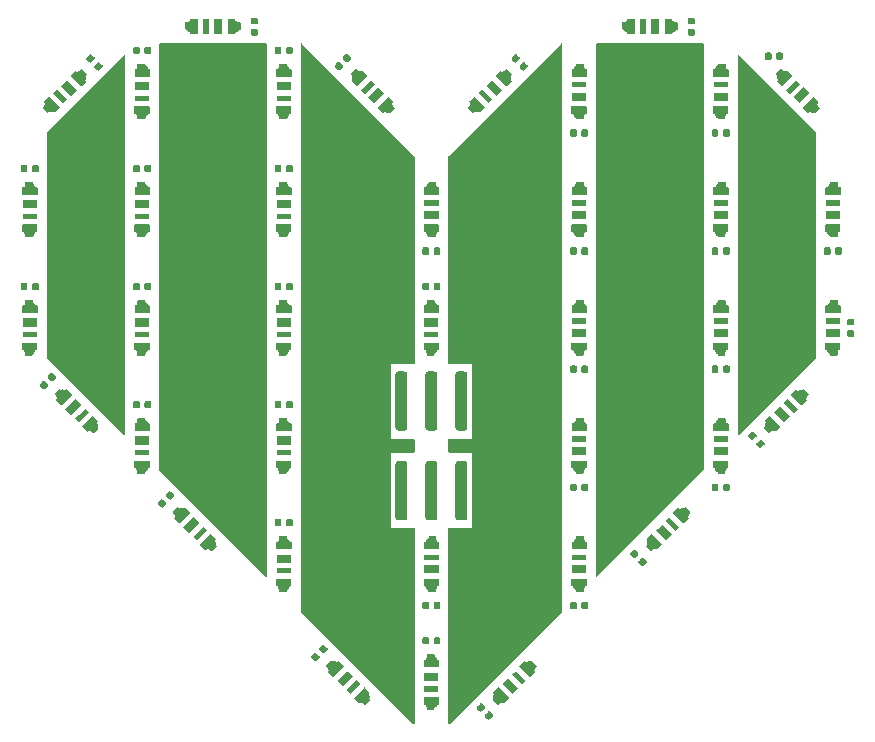
<source format=gbr>
%TF.GenerationSoftware,KiCad,Pcbnew,7.0.7*%
%TF.CreationDate,2023-11-30T00:30:32+01:00*%
%TF.ProjectId,geheimbadge,67656865-696d-4626-9164-67652e6b6963,0.1.0*%
%TF.SameCoordinates,Original*%
%TF.FileFunction,Soldermask,Bot*%
%TF.FilePolarity,Negative*%
%FSLAX46Y46*%
G04 Gerber Fmt 4.6, Leading zero omitted, Abs format (unit mm)*
G04 Created by KiCad (PCBNEW 7.0.7) date 2023-11-30 00:30:32*
%MOMM*%
%LPD*%
G01*
G04 APERTURE LIST*
G04 APERTURE END LIST*
G36*
X89009643Y-91926735D02*
G01*
X89013024Y-91926139D01*
X89023113Y-91931964D01*
X89027002Y-91933259D01*
X89030266Y-91933728D01*
X89036821Y-91939407D01*
X89053033Y-91946967D01*
X98553033Y-101446967D01*
X98555703Y-101450781D01*
X98557453Y-101451791D01*
X98558580Y-101454889D01*
X98562406Y-101460353D01*
X98563122Y-101461309D01*
X98563142Y-101461404D01*
X98567974Y-101468304D01*
X98569401Y-101484617D01*
X98575000Y-101500000D01*
X98575000Y-119000000D01*
X98573282Y-119009741D01*
X98573861Y-119013024D01*
X98572194Y-119015909D01*
X98572163Y-119016085D01*
X98571993Y-119017273D01*
X98571939Y-119017355D01*
X98570477Y-119025652D01*
X98557951Y-119040579D01*
X98548209Y-119057453D01*
X98541850Y-119059767D01*
X98537500Y-119064952D01*
X98518848Y-119068240D01*
X98510220Y-119072181D01*
X98507139Y-119072401D01*
X98500000Y-119075000D01*
X98492693Y-119075000D01*
X96604757Y-119075000D01*
X96575000Y-119104757D01*
X96575000Y-125395243D01*
X96604757Y-125425000D01*
X98500000Y-125425000D01*
X98509741Y-125426717D01*
X98513024Y-125426139D01*
X98515909Y-125427805D01*
X98516047Y-125427829D01*
X98517275Y-125428006D01*
X98517360Y-125428061D01*
X98525652Y-125429523D01*
X98540579Y-125442048D01*
X98557453Y-125451791D01*
X98559767Y-125458149D01*
X98564952Y-125462500D01*
X98568240Y-125481148D01*
X98572181Y-125489779D01*
X98572401Y-125492860D01*
X98575000Y-125500000D01*
X98575000Y-126500000D01*
X98573282Y-126509741D01*
X98573861Y-126513024D01*
X98572194Y-126515909D01*
X98572163Y-126516085D01*
X98571993Y-126517273D01*
X98571939Y-126517355D01*
X98570477Y-126525652D01*
X98557951Y-126540579D01*
X98548209Y-126557453D01*
X98541850Y-126559767D01*
X98537500Y-126564952D01*
X98518848Y-126568240D01*
X98510220Y-126572181D01*
X98507139Y-126572401D01*
X98500000Y-126575000D01*
X98492693Y-126575000D01*
X96604757Y-126575000D01*
X96575000Y-126604757D01*
X96575000Y-132895243D01*
X96604757Y-132925000D01*
X98500000Y-132925000D01*
X98509741Y-132926717D01*
X98513024Y-132926139D01*
X98515909Y-132927805D01*
X98516047Y-132927829D01*
X98517275Y-132928006D01*
X98517360Y-132928061D01*
X98525652Y-132929523D01*
X98540579Y-132942048D01*
X98557453Y-132951791D01*
X98559767Y-132958149D01*
X98564952Y-132962500D01*
X98568240Y-132981148D01*
X98572181Y-132989779D01*
X98572401Y-132992860D01*
X98575000Y-133000000D01*
X98575000Y-149500000D01*
X98572163Y-149516085D01*
X98572157Y-149516127D01*
X98572445Y-149519412D01*
X98571285Y-149521068D01*
X98570477Y-149525652D01*
X98560690Y-149537315D01*
X98558324Y-149543659D01*
X98555686Y-149545634D01*
X98549488Y-149552291D01*
X98547707Y-149555062D01*
X98547376Y-149555213D01*
X98543018Y-149561437D01*
X98539704Y-149562324D01*
X98537500Y-149564952D01*
X98527535Y-149566709D01*
X98525462Y-149568261D01*
X98522175Y-149568496D01*
X98513363Y-149570746D01*
X98510368Y-149572113D01*
X98505683Y-149571439D01*
X98493464Y-149574714D01*
X98490356Y-149573264D01*
X98486976Y-149573861D01*
X98476884Y-149568034D01*
X98472995Y-149566740D01*
X98469734Y-149566271D01*
X98463181Y-149560593D01*
X98446967Y-149553033D01*
X88946967Y-140053033D01*
X88944296Y-140049219D01*
X88942547Y-140048209D01*
X88941418Y-140045108D01*
X88937616Y-140039678D01*
X88936877Y-140038691D01*
X88936855Y-140038591D01*
X88932027Y-140031696D01*
X88930599Y-140015384D01*
X88925000Y-140000000D01*
X88925000Y-92000000D01*
X88927823Y-91983985D01*
X88927841Y-91983862D01*
X88927555Y-91980589D01*
X88928714Y-91978932D01*
X88929523Y-91974348D01*
X88939306Y-91962688D01*
X88941675Y-91956338D01*
X88944314Y-91954363D01*
X88950509Y-91947709D01*
X88952289Y-91944938D01*
X88952625Y-91944784D01*
X88956982Y-91938563D01*
X88960295Y-91937675D01*
X88962500Y-91935048D01*
X88972462Y-91933291D01*
X88974539Y-91931737D01*
X88977825Y-91931502D01*
X88986633Y-91929254D01*
X88989630Y-91927885D01*
X88994319Y-91928559D01*
X89006536Y-91925286D01*
X89009643Y-91926735D01*
G37*
G36*
X111015994Y-91927853D02*
G01*
X111019412Y-91927555D01*
X111027700Y-91933358D01*
X111030264Y-91933727D01*
X111032753Y-91935884D01*
X111040572Y-91940523D01*
X111043660Y-91941675D01*
X111046498Y-91945466D01*
X111057453Y-91951791D01*
X111058625Y-91955013D01*
X111061437Y-91956982D01*
X111064451Y-91968234D01*
X111066287Y-91971900D01*
X111068262Y-91974538D01*
X111068880Y-91983187D01*
X111075000Y-92000000D01*
X111075000Y-140000000D01*
X111074191Y-140004585D01*
X111074714Y-140006536D01*
X111073320Y-140009524D01*
X111072160Y-140016106D01*
X111071992Y-140017275D01*
X111071939Y-140017356D01*
X111070477Y-140025652D01*
X111059951Y-140038195D01*
X111053033Y-140053033D01*
X101553033Y-149553033D01*
X101539633Y-149562414D01*
X101539620Y-149562425D01*
X101537500Y-149564952D01*
X101535509Y-149565303D01*
X101531696Y-149567973D01*
X101516526Y-149569300D01*
X101510367Y-149572113D01*
X101507107Y-149571645D01*
X101498020Y-149571970D01*
X101494802Y-149572669D01*
X101494459Y-149572541D01*
X101486976Y-149573861D01*
X101484005Y-149572146D01*
X101480589Y-149572445D01*
X101472298Y-149566639D01*
X101469733Y-149566271D01*
X101467246Y-149564115D01*
X101459425Y-149559475D01*
X101456339Y-149558324D01*
X101453501Y-149554533D01*
X101442547Y-149548209D01*
X101441374Y-149544986D01*
X101438563Y-149543018D01*
X101435549Y-149531769D01*
X101433712Y-149528099D01*
X101431737Y-149525461D01*
X101431118Y-149516809D01*
X101425000Y-149500000D01*
X101425000Y-133000000D01*
X101426717Y-132990258D01*
X101426139Y-132986976D01*
X101427805Y-132984090D01*
X101427828Y-132983960D01*
X101428006Y-132982723D01*
X101428061Y-132982636D01*
X101429523Y-132974348D01*
X101442048Y-132959420D01*
X101451791Y-132942547D01*
X101458149Y-132940232D01*
X101462500Y-132935048D01*
X101481143Y-132931760D01*
X101489779Y-132927817D01*
X101492866Y-132927596D01*
X101500000Y-132925000D01*
X103395243Y-132925000D01*
X103425000Y-132895243D01*
X103425000Y-126604757D01*
X103395243Y-126575000D01*
X101503634Y-126575000D01*
X101500000Y-126575000D01*
X101490258Y-126573282D01*
X101486976Y-126573861D01*
X101484090Y-126572194D01*
X101483923Y-126572165D01*
X101482725Y-126571993D01*
X101482641Y-126571939D01*
X101474348Y-126570477D01*
X101459420Y-126557951D01*
X101442547Y-126548209D01*
X101440232Y-126541850D01*
X101435048Y-126537500D01*
X101431760Y-126518853D01*
X101427817Y-126510219D01*
X101427596Y-126507133D01*
X101425000Y-126500000D01*
X101425000Y-125500000D01*
X101426717Y-125490258D01*
X101426139Y-125486976D01*
X101427805Y-125484090D01*
X101427828Y-125483960D01*
X101428006Y-125482723D01*
X101428061Y-125482636D01*
X101429523Y-125474348D01*
X101442048Y-125459420D01*
X101451791Y-125442547D01*
X101458149Y-125440232D01*
X101462500Y-125435048D01*
X101481143Y-125431760D01*
X101489779Y-125427817D01*
X101492866Y-125427596D01*
X101500000Y-125425000D01*
X103395243Y-125425000D01*
X103425000Y-125395243D01*
X103425000Y-119104757D01*
X103395243Y-119075000D01*
X101503634Y-119075000D01*
X101500000Y-119075000D01*
X101490258Y-119073282D01*
X101486976Y-119073861D01*
X101484090Y-119072194D01*
X101483923Y-119072165D01*
X101482725Y-119071993D01*
X101482641Y-119071939D01*
X101474348Y-119070477D01*
X101459420Y-119057951D01*
X101442547Y-119048209D01*
X101440232Y-119041850D01*
X101435048Y-119037500D01*
X101431760Y-119018853D01*
X101427817Y-119010219D01*
X101427596Y-119007133D01*
X101425000Y-119000000D01*
X101425000Y-101500000D01*
X101425808Y-101495414D01*
X101425286Y-101493464D01*
X101426679Y-101490475D01*
X101427825Y-101483977D01*
X101428005Y-101482726D01*
X101428061Y-101482638D01*
X101429523Y-101474348D01*
X101440048Y-101461804D01*
X101446967Y-101446967D01*
X101452129Y-101441804D01*
X101452131Y-101441802D01*
X110944400Y-91949533D01*
X110944403Y-91949530D01*
X110946967Y-91946967D01*
X110960304Y-91937627D01*
X110960387Y-91937565D01*
X110962500Y-91935048D01*
X110964489Y-91934697D01*
X110968304Y-91932026D01*
X110983471Y-91930699D01*
X110989633Y-91927885D01*
X110992893Y-91928354D01*
X111001977Y-91928029D01*
X111005195Y-91927329D01*
X111005541Y-91927458D01*
X111013024Y-91926139D01*
X111015994Y-91927853D01*
G37*
G36*
X104939327Y-148465738D02*
G01*
X104984746Y-148496086D01*
X105182736Y-148694076D01*
X105213084Y-148739495D01*
X105223741Y-148793071D01*
X105213084Y-148846646D01*
X105182736Y-148892066D01*
X104942320Y-149132482D01*
X104896900Y-149162830D01*
X104843325Y-149173487D01*
X104789749Y-149162830D01*
X104744330Y-149132482D01*
X104546340Y-148934492D01*
X104515992Y-148889073D01*
X104505335Y-148835497D01*
X104515992Y-148781922D01*
X104546340Y-148736502D01*
X104592306Y-148690536D01*
X104783216Y-148499625D01*
X104783219Y-148499622D01*
X104786756Y-148496086D01*
X104832176Y-148465738D01*
X104885751Y-148455081D01*
X104939327Y-148465738D01*
G37*
G36*
X104260505Y-147786916D02*
G01*
X104305924Y-147817264D01*
X104503914Y-148015254D01*
X104534262Y-148060673D01*
X104544919Y-148114249D01*
X104534262Y-148167824D01*
X104503914Y-148213244D01*
X104263498Y-148453660D01*
X104218078Y-148484008D01*
X104164503Y-148494665D01*
X104110927Y-148484008D01*
X104065508Y-148453660D01*
X103867518Y-148255670D01*
X103837170Y-148210251D01*
X103826513Y-148156675D01*
X103837170Y-148103100D01*
X103867518Y-148057680D01*
X103920975Y-148004223D01*
X104104394Y-147820803D01*
X104104397Y-147820800D01*
X104107934Y-147817264D01*
X104153354Y-147786916D01*
X104206929Y-147776259D01*
X104260505Y-147786916D01*
G37*
G36*
X100622355Y-147264645D02*
G01*
X100637000Y-147300000D01*
X100637000Y-147850000D01*
X100622355Y-147885355D01*
X100587000Y-147900000D01*
X100581996Y-147900000D01*
X100494560Y-147900000D01*
X100467491Y-147920264D01*
X100441816Y-148007708D01*
X100364875Y-148127430D01*
X100257320Y-148220627D01*
X100254006Y-148222140D01*
X100249428Y-148225083D01*
X100237000Y-148247842D01*
X100237000Y-148300000D01*
X100222355Y-148335355D01*
X100187000Y-148350000D01*
X100181996Y-148350000D01*
X99642004Y-148350000D01*
X99637000Y-148350000D01*
X99601645Y-148335355D01*
X99599730Y-148330732D01*
X99599729Y-148330731D01*
X99588915Y-148304623D01*
X99587000Y-148300000D01*
X99586999Y-148100615D01*
X99582885Y-148086600D01*
X99537034Y-148015254D01*
X99534146Y-148010761D01*
X99534145Y-148010760D01*
X99532184Y-148007708D01*
X99531162Y-148004227D01*
X99531160Y-148004223D01*
X99510256Y-147933025D01*
X99506508Y-147920264D01*
X99479440Y-147900000D01*
X99387000Y-147900000D01*
X99351645Y-147885355D01*
X99349730Y-147880732D01*
X99349729Y-147880731D01*
X99338915Y-147854623D01*
X99337000Y-147850000D01*
X99337000Y-147300000D01*
X99351645Y-147264645D01*
X99356263Y-147262731D01*
X99356268Y-147262729D01*
X99382376Y-147251915D01*
X99382377Y-147251914D01*
X99387000Y-147250000D01*
X100587000Y-147250000D01*
X100622355Y-147264645D01*
G37*
G36*
X94338932Y-146456082D02*
G01*
X94338936Y-146456083D01*
X94365043Y-146466897D01*
X94369666Y-146468812D01*
X94758575Y-146857721D01*
X94773219Y-146893076D01*
X94758575Y-146928432D01*
X94693209Y-146993796D01*
X94688397Y-147027266D01*
X94732075Y-147107253D01*
X94762326Y-147246315D01*
X94752173Y-147388268D01*
X94750898Y-147391685D01*
X94749743Y-147396991D01*
X94757046Y-147421877D01*
X94771881Y-147436712D01*
X94790392Y-147455223D01*
X94790393Y-147455225D01*
X94793930Y-147458762D01*
X94808574Y-147494117D01*
X94793930Y-147529472D01*
X94405021Y-147918381D01*
X94369666Y-147933025D01*
X94334311Y-147918381D01*
X94193322Y-147777392D01*
X94180506Y-147770394D01*
X94088868Y-147750460D01*
X94052011Y-147730334D01*
X94008881Y-147706783D01*
X93975411Y-147711594D01*
X93910047Y-147776960D01*
X93874691Y-147791604D01*
X93839336Y-147776960D01*
X93450427Y-147388051D01*
X93435783Y-147352696D01*
X93437695Y-147348078D01*
X93437696Y-147348076D01*
X93448513Y-147321960D01*
X93448514Y-147321958D01*
X93450427Y-147317340D01*
X93453960Y-147313806D01*
X93453963Y-147313803D01*
X94295416Y-146472350D01*
X94295419Y-146472347D01*
X94298955Y-146468812D01*
X94303574Y-146466898D01*
X94303577Y-146466897D01*
X94329691Y-146456081D01*
X94329693Y-146456080D01*
X94334311Y-146454168D01*
X94338932Y-146456082D01*
G37*
G36*
X105682660Y-146450427D02*
G01*
X106531188Y-147298955D01*
X106545832Y-147334311D01*
X106531188Y-147369666D01*
X106142279Y-147758575D01*
X106106924Y-147773219D01*
X106071568Y-147758575D01*
X106068031Y-147755038D01*
X106068028Y-147755036D01*
X106006204Y-147693210D01*
X105972733Y-147688398D01*
X105892747Y-147732075D01*
X105801106Y-147752009D01*
X105788293Y-147759006D01*
X105647304Y-147899996D01*
X105611949Y-147914640D01*
X105576594Y-147899996D01*
X105187685Y-147511087D01*
X105173041Y-147475732D01*
X105174954Y-147471111D01*
X105174956Y-147471106D01*
X105185770Y-147444999D01*
X105185771Y-147444996D01*
X105187685Y-147440377D01*
X105191219Y-147436842D01*
X105191221Y-147436840D01*
X105224564Y-147403496D01*
X105231870Y-147378617D01*
X105230709Y-147373280D01*
X105229442Y-147369883D01*
X105229183Y-147366265D01*
X105229182Y-147366260D01*
X105219547Y-147231548D01*
X105219547Y-147231542D01*
X105219289Y-147227930D01*
X105220059Y-147224387D01*
X105220060Y-147224382D01*
X105248767Y-147092416D01*
X105248769Y-147092408D01*
X105249540Y-147088868D01*
X105251277Y-147085685D01*
X105251281Y-147085677D01*
X105293216Y-147008881D01*
X105288404Y-146975410D01*
X105226577Y-146913584D01*
X105226576Y-146913583D01*
X105223040Y-146910047D01*
X105208396Y-146874691D01*
X105210309Y-146870070D01*
X105210311Y-146870065D01*
X105221125Y-146843958D01*
X105221126Y-146843955D01*
X105223040Y-146839336D01*
X105226573Y-146835802D01*
X105226576Y-146835799D01*
X105608411Y-146453964D01*
X105608414Y-146453961D01*
X105611949Y-146450427D01*
X105622206Y-146446178D01*
X105642679Y-146437698D01*
X105642682Y-146437697D01*
X105647304Y-146435783D01*
X105682660Y-146450427D01*
G37*
G36*
X93980757Y-146150614D02*
G01*
X93132229Y-146999142D01*
X92814031Y-146680944D01*
X93144975Y-146350000D01*
X93659021Y-145835953D01*
X93659024Y-145835950D01*
X93662559Y-145832416D01*
X93980757Y-146150614D01*
G37*
G36*
X106517756Y-145659178D02*
G01*
X106517757Y-145659179D01*
X107359206Y-146500626D01*
X107359210Y-146500632D01*
X107362745Y-146504167D01*
X106867771Y-146999141D01*
X106663625Y-146794995D01*
X106022781Y-146154153D01*
X106022776Y-146154146D01*
X106019243Y-146150613D01*
X106022782Y-146147073D01*
X106510677Y-145659177D01*
X106510683Y-145659172D01*
X106514217Y-145655639D01*
X106517756Y-145659178D01*
G37*
G36*
X100587000Y-146800000D02*
G01*
X99387000Y-146800000D01*
X99387000Y-146350000D01*
X100587000Y-146350000D01*
X100587000Y-146800000D01*
G37*
G36*
X92975960Y-145145816D02*
G01*
X93340822Y-145510677D01*
X93340824Y-145510680D01*
X93344361Y-145514217D01*
X93026162Y-145832416D01*
X92499373Y-146359206D01*
X92499369Y-146359208D01*
X92495833Y-146362745D01*
X92248345Y-146115256D01*
X92004397Y-145871310D01*
X92004394Y-145871306D01*
X92000859Y-145867771D01*
X92004396Y-145864233D01*
X92004399Y-145864230D01*
X92845846Y-145022781D01*
X92845855Y-145022774D01*
X92849387Y-145019243D01*
X92975960Y-145145816D01*
G37*
G36*
X107999142Y-145867771D02*
G01*
X107680944Y-146185969D01*
X106832416Y-145337441D01*
X106969857Y-145200000D01*
X107147076Y-145022780D01*
X107147079Y-145022777D01*
X107150614Y-145019243D01*
X107999142Y-145867771D01*
G37*
G36*
X100587000Y-145900000D02*
G01*
X99387000Y-145900000D01*
X99387000Y-145200000D01*
X100587000Y-145200000D01*
X100587000Y-145900000D01*
G37*
G36*
X108498738Y-144193340D02*
G01*
X108498742Y-144193341D01*
X108524849Y-144204155D01*
X108529472Y-144206070D01*
X108918381Y-144594979D01*
X108933025Y-144630334D01*
X108918381Y-144665689D01*
X108777391Y-144806678D01*
X108770394Y-144819491D01*
X108750460Y-144911132D01*
X108706783Y-144991118D01*
X108711594Y-145024588D01*
X108776960Y-145089953D01*
X108791604Y-145125309D01*
X108776960Y-145160664D01*
X108388051Y-145549573D01*
X108352696Y-145564217D01*
X108317340Y-145549573D01*
X107468812Y-144701045D01*
X107466306Y-144694996D01*
X107456081Y-144670308D01*
X107456080Y-144670307D01*
X107454168Y-144665689D01*
X107456081Y-144661068D01*
X107456083Y-144661063D01*
X107466897Y-144634956D01*
X107466898Y-144634953D01*
X107468812Y-144630334D01*
X107472345Y-144626800D01*
X107472348Y-144626797D01*
X107854183Y-144244962D01*
X107854186Y-144244959D01*
X107857721Y-144241425D01*
X107867978Y-144237176D01*
X107888451Y-144228696D01*
X107888454Y-144228695D01*
X107893076Y-144226781D01*
X107897694Y-144228693D01*
X107897695Y-144228694D01*
X107899501Y-144229442D01*
X107928432Y-144241425D01*
X107931967Y-144244960D01*
X107931971Y-144244963D01*
X107993795Y-144306789D01*
X108027266Y-144311601D01*
X108104062Y-144269666D01*
X108104070Y-144269662D01*
X108107253Y-144267925D01*
X108110793Y-144267154D01*
X108110801Y-144267152D01*
X108242767Y-144238445D01*
X108242772Y-144238444D01*
X108246315Y-144237674D01*
X108249927Y-144237932D01*
X108249933Y-144237932D01*
X108384645Y-144247567D01*
X108384650Y-144247568D01*
X108388268Y-144247827D01*
X108391665Y-144249094D01*
X108397002Y-144250255D01*
X108421881Y-144242949D01*
X108455225Y-144209606D01*
X108455227Y-144209604D01*
X108458762Y-144206070D01*
X108463381Y-144204156D01*
X108463384Y-144204155D01*
X108489491Y-144193341D01*
X108489496Y-144193339D01*
X108494117Y-144191426D01*
X108498738Y-144193340D01*
G37*
G36*
X91528889Y-144174955D02*
G01*
X91528893Y-144174956D01*
X91547675Y-144182736D01*
X91559623Y-144187685D01*
X91563159Y-144191221D01*
X91563162Y-144191223D01*
X91596502Y-144224563D01*
X91621379Y-144231870D01*
X91626723Y-144230707D01*
X91630117Y-144229442D01*
X91633730Y-144229183D01*
X91633733Y-144229183D01*
X91768451Y-144219547D01*
X91768456Y-144219547D01*
X91772070Y-144219289D01*
X91775612Y-144220059D01*
X91775617Y-144220060D01*
X91907583Y-144248767D01*
X91907589Y-144248769D01*
X91911132Y-144249540D01*
X91914317Y-144251279D01*
X91914319Y-144251280D01*
X91991118Y-144293216D01*
X92024589Y-144288404D01*
X92086412Y-144226579D01*
X92086418Y-144226574D01*
X92089953Y-144223040D01*
X92094572Y-144221126D01*
X92094575Y-144221125D01*
X92120689Y-144210309D01*
X92120691Y-144210308D01*
X92125309Y-144208396D01*
X92129930Y-144210310D01*
X92129934Y-144210311D01*
X92156041Y-144221125D01*
X92160664Y-144223040D01*
X92549573Y-144611949D01*
X92564217Y-144647304D01*
X92549573Y-144682660D01*
X91701045Y-145531188D01*
X91665689Y-145545832D01*
X91630334Y-145531188D01*
X91241425Y-145142279D01*
X91226781Y-145106924D01*
X91228693Y-145102306D01*
X91228694Y-145102304D01*
X91239511Y-145076188D01*
X91239512Y-145076186D01*
X91241425Y-145071568D01*
X91244958Y-145068034D01*
X91244963Y-145068028D01*
X91306789Y-145006204D01*
X91311601Y-144972733D01*
X91269665Y-144895934D01*
X91269664Y-144895932D01*
X91267925Y-144892747D01*
X91267154Y-144889204D01*
X91267152Y-144889198D01*
X91247991Y-144801110D01*
X91240991Y-144788291D01*
X91100004Y-144647304D01*
X91085360Y-144611949D01*
X91087273Y-144607328D01*
X91087275Y-144607323D01*
X91098089Y-144581216D01*
X91098090Y-144581213D01*
X91100004Y-144576594D01*
X91103537Y-144573060D01*
X91103540Y-144573057D01*
X91485375Y-144191222D01*
X91485378Y-144191219D01*
X91488913Y-144187685D01*
X91500861Y-144182736D01*
X91519643Y-144174956D01*
X91519646Y-144174955D01*
X91524268Y-144173041D01*
X91528889Y-144174955D01*
G37*
G36*
X100248355Y-143664645D02*
G01*
X100263000Y-143700000D01*
X100263000Y-143705003D01*
X100263000Y-143752153D01*
X100275422Y-143774908D01*
X100280026Y-143777868D01*
X100283320Y-143779373D01*
X100390875Y-143872570D01*
X100467816Y-143992292D01*
X100493491Y-144079735D01*
X100520560Y-144100000D01*
X100607996Y-144100000D01*
X100613000Y-144100000D01*
X100648355Y-144114645D01*
X100663000Y-144150000D01*
X100663000Y-144700000D01*
X100648355Y-144735355D01*
X100613000Y-144750000D01*
X100607996Y-144750000D01*
X99418004Y-144750000D01*
X99413000Y-144750000D01*
X99377645Y-144735355D01*
X99375730Y-144730732D01*
X99375729Y-144730731D01*
X99364915Y-144704623D01*
X99363000Y-144700000D01*
X99363000Y-144150000D01*
X99377645Y-144114645D01*
X99382263Y-144112731D01*
X99382268Y-144112729D01*
X99408376Y-144101915D01*
X99408377Y-144101914D01*
X99413000Y-144100000D01*
X99505440Y-144100000D01*
X99532508Y-144079735D01*
X99543498Y-144042306D01*
X99557160Y-143995776D01*
X99557162Y-143995769D01*
X99558184Y-143992292D01*
X99560144Y-143989241D01*
X99560146Y-143989238D01*
X99608885Y-143913400D01*
X99613000Y-143899384D01*
X99613000Y-143705004D01*
X99613000Y-143705003D01*
X99613000Y-143700000D01*
X99627645Y-143664645D01*
X99632263Y-143662731D01*
X99632268Y-143662729D01*
X99658376Y-143651915D01*
X99658377Y-143651914D01*
X99663000Y-143650000D01*
X100213000Y-143650000D01*
X100248355Y-143664645D01*
G37*
G36*
X90218078Y-143515992D02*
G01*
X90263498Y-143546340D01*
X90503914Y-143786756D01*
X90534262Y-143832176D01*
X90544919Y-143885751D01*
X90534262Y-143939327D01*
X90503914Y-143984746D01*
X90305924Y-144182736D01*
X90260505Y-144213084D01*
X90206929Y-144223741D01*
X90153354Y-144213084D01*
X90107934Y-144182736D01*
X89867518Y-143942320D01*
X89837170Y-143896900D01*
X89826513Y-143843325D01*
X89837170Y-143789749D01*
X89867518Y-143744330D01*
X89961848Y-143650000D01*
X90061968Y-143549879D01*
X90061971Y-143549876D01*
X90065508Y-143546340D01*
X90110927Y-143515992D01*
X90164503Y-143505335D01*
X90218078Y-143515992D01*
G37*
G36*
X90896900Y-142837170D02*
G01*
X90942320Y-142867518D01*
X91182736Y-143107934D01*
X91213084Y-143153354D01*
X91223741Y-143206929D01*
X91213084Y-143260505D01*
X91182736Y-143305924D01*
X90984746Y-143503914D01*
X90939327Y-143534262D01*
X90885751Y-143544919D01*
X90832176Y-143534262D01*
X90786756Y-143503914D01*
X90546340Y-143263498D01*
X90515992Y-143218078D01*
X90505335Y-143164503D01*
X90515992Y-143110927D01*
X90546340Y-143065508D01*
X90549882Y-143061965D01*
X90740790Y-142871057D01*
X90740793Y-142871054D01*
X90744330Y-142867518D01*
X90789749Y-142837170D01*
X90843325Y-142826513D01*
X90896900Y-142837170D01*
G37*
G36*
X99713576Y-142200657D02*
G01*
X99758995Y-142231005D01*
X99789343Y-142276424D01*
X99800000Y-142330000D01*
X99800000Y-142670000D01*
X99789343Y-142723576D01*
X99758995Y-142768995D01*
X99713576Y-142799343D01*
X99660000Y-142810000D01*
X99380000Y-142810000D01*
X99326424Y-142799343D01*
X99281005Y-142768995D01*
X99250657Y-142723576D01*
X99240000Y-142670000D01*
X99240000Y-142330000D01*
X99250657Y-142276424D01*
X99281005Y-142231005D01*
X99326424Y-142200657D01*
X99380000Y-142190000D01*
X99660000Y-142190000D01*
X99713576Y-142200657D01*
G37*
G36*
X100673576Y-142200657D02*
G01*
X100718995Y-142231005D01*
X100749343Y-142276424D01*
X100760000Y-142330000D01*
X100760000Y-142670000D01*
X100749343Y-142723576D01*
X100718995Y-142768995D01*
X100673576Y-142799343D01*
X100620000Y-142810000D01*
X100340000Y-142810000D01*
X100286424Y-142799343D01*
X100241005Y-142768995D01*
X100210657Y-142723576D01*
X100200000Y-142670000D01*
X100200000Y-142330000D01*
X100210657Y-142276424D01*
X100241005Y-142231005D01*
X100286424Y-142200657D01*
X100340000Y-142190000D01*
X100620000Y-142190000D01*
X100673576Y-142200657D01*
G37*
G36*
X99713576Y-139200657D02*
G01*
X99758995Y-139231005D01*
X99789343Y-139276424D01*
X99800000Y-139330000D01*
X99800000Y-139670000D01*
X99789343Y-139723576D01*
X99758995Y-139768995D01*
X99713576Y-139799343D01*
X99660000Y-139810000D01*
X99380000Y-139810000D01*
X99326424Y-139799343D01*
X99281005Y-139768995D01*
X99250657Y-139723576D01*
X99240000Y-139670000D01*
X99240000Y-139330000D01*
X99250657Y-139276424D01*
X99281005Y-139231005D01*
X99326424Y-139200657D01*
X99380000Y-139190000D01*
X99660000Y-139190000D01*
X99713576Y-139200657D01*
G37*
G36*
X100673576Y-139200657D02*
G01*
X100718995Y-139231005D01*
X100749343Y-139276424D01*
X100760000Y-139330000D01*
X100760000Y-139670000D01*
X100749343Y-139723576D01*
X100718995Y-139768995D01*
X100673576Y-139799343D01*
X100620000Y-139810000D01*
X100340000Y-139810000D01*
X100286424Y-139799343D01*
X100241005Y-139768995D01*
X100210657Y-139723576D01*
X100200000Y-139670000D01*
X100200000Y-139330000D01*
X100210657Y-139276424D01*
X100241005Y-139231005D01*
X100286424Y-139200657D01*
X100340000Y-139190000D01*
X100620000Y-139190000D01*
X100673576Y-139200657D01*
G37*
G36*
X112213576Y-139200657D02*
G01*
X112258995Y-139231005D01*
X112289343Y-139276424D01*
X112300000Y-139330000D01*
X112300000Y-139670000D01*
X112289343Y-139723576D01*
X112258995Y-139768995D01*
X112213576Y-139799343D01*
X112160000Y-139810000D01*
X111880000Y-139810000D01*
X111826424Y-139799343D01*
X111781005Y-139768995D01*
X111750657Y-139723576D01*
X111740000Y-139670000D01*
X111740000Y-139330000D01*
X111750657Y-139276424D01*
X111781005Y-139231005D01*
X111826424Y-139200657D01*
X111880000Y-139190000D01*
X112160000Y-139190000D01*
X112213576Y-139200657D01*
G37*
G36*
X113173576Y-139200657D02*
G01*
X113218995Y-139231005D01*
X113249343Y-139276424D01*
X113260000Y-139330000D01*
X113260000Y-139670000D01*
X113249343Y-139723576D01*
X113218995Y-139768995D01*
X113173576Y-139799343D01*
X113120000Y-139810000D01*
X112840000Y-139810000D01*
X112786424Y-139799343D01*
X112741005Y-139768995D01*
X112710657Y-139723576D01*
X112700000Y-139670000D01*
X112700000Y-139330000D01*
X112710657Y-139276424D01*
X112741005Y-139231005D01*
X112786424Y-139200657D01*
X112840000Y-139190000D01*
X113120000Y-139190000D01*
X113173576Y-139200657D01*
G37*
G36*
X88122355Y-137264645D02*
G01*
X88137000Y-137300000D01*
X88137000Y-137850000D01*
X88122355Y-137885355D01*
X88087000Y-137900000D01*
X88081996Y-137900000D01*
X87994560Y-137900000D01*
X87967491Y-137920264D01*
X87941816Y-138007708D01*
X87864875Y-138127430D01*
X87757320Y-138220627D01*
X87754006Y-138222140D01*
X87749428Y-138225083D01*
X87737000Y-138247843D01*
X87737000Y-138300000D01*
X87722355Y-138335355D01*
X87687000Y-138350000D01*
X87681996Y-138350000D01*
X87142004Y-138350000D01*
X87137000Y-138350000D01*
X87101645Y-138335355D01*
X87099730Y-138330732D01*
X87099729Y-138330731D01*
X87088915Y-138304623D01*
X87087000Y-138300000D01*
X87086999Y-138100615D01*
X87082885Y-138086600D01*
X87032184Y-138007708D01*
X87031162Y-138004227D01*
X87031160Y-138004223D01*
X87019548Y-137964674D01*
X87006508Y-137920264D01*
X86979440Y-137900000D01*
X86887000Y-137900000D01*
X86851645Y-137885355D01*
X86849730Y-137880732D01*
X86849729Y-137880731D01*
X86838915Y-137854623D01*
X86837000Y-137850000D01*
X86837000Y-137300000D01*
X86851645Y-137264645D01*
X86856263Y-137262731D01*
X86856268Y-137262729D01*
X86882376Y-137251915D01*
X86882377Y-137251914D01*
X86887000Y-137250000D01*
X88087000Y-137250000D01*
X88122355Y-137264645D01*
G37*
G36*
X100622355Y-137264645D02*
G01*
X100637000Y-137300000D01*
X100637000Y-137850000D01*
X100622355Y-137885355D01*
X100587000Y-137900000D01*
X100581996Y-137900000D01*
X100494560Y-137900000D01*
X100467491Y-137920264D01*
X100441816Y-138007708D01*
X100391114Y-138086600D01*
X100386999Y-138100615D01*
X100387000Y-138300000D01*
X100372355Y-138335355D01*
X100337000Y-138350000D01*
X100331996Y-138350000D01*
X99792004Y-138350000D01*
X99787000Y-138350000D01*
X99751645Y-138335355D01*
X99749730Y-138330732D01*
X99749729Y-138330731D01*
X99738915Y-138304623D01*
X99737000Y-138300000D01*
X99737000Y-138247843D01*
X99724572Y-138225083D01*
X99719992Y-138222139D01*
X99716680Y-138220627D01*
X99609125Y-138127430D01*
X99532184Y-138007708D01*
X99531162Y-138004227D01*
X99531160Y-138004223D01*
X99519548Y-137964674D01*
X99506508Y-137920264D01*
X99479440Y-137900000D01*
X99387000Y-137900000D01*
X99351645Y-137885355D01*
X99349730Y-137880732D01*
X99349729Y-137880731D01*
X99338915Y-137854623D01*
X99337000Y-137850000D01*
X99337000Y-137300000D01*
X99351645Y-137264645D01*
X99356263Y-137262731D01*
X99356268Y-137262729D01*
X99382376Y-137251915D01*
X99382377Y-137251914D01*
X99387000Y-137250000D01*
X100587000Y-137250000D01*
X100622355Y-137264645D01*
G37*
G36*
X113122355Y-137264645D02*
G01*
X113137000Y-137300000D01*
X113137000Y-137850000D01*
X113122355Y-137885355D01*
X113087000Y-137900000D01*
X113081996Y-137900000D01*
X112994560Y-137900000D01*
X112967491Y-137920264D01*
X112941816Y-138007708D01*
X112891114Y-138086600D01*
X112887000Y-138100611D01*
X112887000Y-138300000D01*
X112872355Y-138335355D01*
X112837000Y-138350000D01*
X112831996Y-138350000D01*
X112292004Y-138350000D01*
X112287000Y-138350000D01*
X112251645Y-138335355D01*
X112249730Y-138330732D01*
X112249729Y-138330731D01*
X112238915Y-138304623D01*
X112237000Y-138300000D01*
X112237000Y-138247843D01*
X112224572Y-138225083D01*
X112219992Y-138222139D01*
X112216680Y-138220627D01*
X112109125Y-138127430D01*
X112032184Y-138007708D01*
X112031162Y-138004227D01*
X112031160Y-138004223D01*
X112019548Y-137964674D01*
X112006508Y-137920264D01*
X111979440Y-137900000D01*
X111887000Y-137900000D01*
X111851645Y-137885355D01*
X111849730Y-137880732D01*
X111849729Y-137880731D01*
X111838915Y-137854623D01*
X111837000Y-137850000D01*
X111837000Y-137300000D01*
X111851645Y-137264645D01*
X111856263Y-137262731D01*
X111856268Y-137262729D01*
X111882376Y-137251915D01*
X111882377Y-137251914D01*
X111887000Y-137250000D01*
X113087000Y-137250000D01*
X113122355Y-137264645D01*
G37*
G36*
X86009741Y-91926717D02*
G01*
X86013024Y-91926139D01*
X86015909Y-91927805D01*
X86016047Y-91927829D01*
X86017275Y-91928006D01*
X86017360Y-91928061D01*
X86025652Y-91929523D01*
X86040579Y-91942048D01*
X86057453Y-91951791D01*
X86059767Y-91958149D01*
X86064952Y-91962500D01*
X86068240Y-91981148D01*
X86072181Y-91989779D01*
X86072401Y-91992860D01*
X86075000Y-92000000D01*
X86075000Y-137000000D01*
X86072163Y-137016085D01*
X86072157Y-137016131D01*
X86072444Y-137019411D01*
X86071285Y-137021065D01*
X86070477Y-137025652D01*
X86060690Y-137037315D01*
X86058324Y-137043659D01*
X86055686Y-137045634D01*
X86049488Y-137052291D01*
X86047707Y-137055062D01*
X86047375Y-137055213D01*
X86043018Y-137061437D01*
X86039704Y-137062324D01*
X86037500Y-137064952D01*
X86027535Y-137066709D01*
X86025462Y-137068261D01*
X86022175Y-137068496D01*
X86013363Y-137070746D01*
X86010368Y-137072113D01*
X86005683Y-137071439D01*
X85993463Y-137074714D01*
X85990355Y-137073265D01*
X85986976Y-137073861D01*
X85976884Y-137068034D01*
X85972995Y-137066740D01*
X85969734Y-137066271D01*
X85963182Y-137060594D01*
X85946967Y-137053033D01*
X76946967Y-128053033D01*
X76944296Y-128049219D01*
X76942547Y-128048209D01*
X76941418Y-128045108D01*
X76937616Y-128039678D01*
X76936877Y-128038691D01*
X76936855Y-128038591D01*
X76932027Y-128031696D01*
X76930599Y-128015384D01*
X76925000Y-128000000D01*
X76925000Y-92000000D01*
X76926717Y-91990258D01*
X76926139Y-91986976D01*
X76927805Y-91984090D01*
X76927828Y-91983960D01*
X76928006Y-91982723D01*
X76928061Y-91982636D01*
X76929523Y-91974348D01*
X76942048Y-91959420D01*
X76951791Y-91942547D01*
X76958149Y-91940232D01*
X76962500Y-91935048D01*
X76981143Y-91931760D01*
X76989779Y-91927817D01*
X76992866Y-91927596D01*
X77000000Y-91925000D01*
X86000000Y-91925000D01*
X86009741Y-91926717D01*
G37*
G36*
X123009741Y-91926717D02*
G01*
X123013024Y-91926139D01*
X123015909Y-91927805D01*
X123016047Y-91927829D01*
X123017275Y-91928006D01*
X123017360Y-91928061D01*
X123025652Y-91929523D01*
X123040579Y-91942048D01*
X123057453Y-91951791D01*
X123059767Y-91958149D01*
X123064952Y-91962500D01*
X123068240Y-91981148D01*
X123072181Y-91989779D01*
X123072401Y-91992860D01*
X123075000Y-92000000D01*
X123075000Y-128000000D01*
X123074191Y-128004586D01*
X123074714Y-128006537D01*
X123073320Y-128009525D01*
X123072160Y-128016106D01*
X123071992Y-128017275D01*
X123071939Y-128017356D01*
X123070477Y-128025652D01*
X123059951Y-128038195D01*
X123053033Y-128053033D01*
X114053033Y-137053033D01*
X114039633Y-137062414D01*
X114039620Y-137062425D01*
X114037500Y-137064952D01*
X114035509Y-137065303D01*
X114031696Y-137067973D01*
X114016526Y-137069300D01*
X114010367Y-137072113D01*
X114007107Y-137071645D01*
X113998020Y-137071970D01*
X113994802Y-137072669D01*
X113994459Y-137072541D01*
X113986976Y-137073861D01*
X113984005Y-137072146D01*
X113980589Y-137072445D01*
X113972298Y-137066639D01*
X113969733Y-137066271D01*
X113967246Y-137064115D01*
X113959425Y-137059475D01*
X113956339Y-137058324D01*
X113953501Y-137054533D01*
X113942547Y-137048209D01*
X113941374Y-137044986D01*
X113938563Y-137043018D01*
X113935549Y-137031769D01*
X113933712Y-137028099D01*
X113931737Y-137025461D01*
X113931118Y-137016809D01*
X113925000Y-137000000D01*
X113925000Y-92000000D01*
X113926717Y-91990258D01*
X113926139Y-91986976D01*
X113927805Y-91984090D01*
X113927828Y-91983960D01*
X113928006Y-91982723D01*
X113928061Y-91982636D01*
X113929523Y-91974348D01*
X113942048Y-91959420D01*
X113951791Y-91942547D01*
X113958149Y-91940232D01*
X113962500Y-91935048D01*
X113981143Y-91931760D01*
X113989779Y-91927817D01*
X113992866Y-91927596D01*
X114000000Y-91925000D01*
X123000000Y-91925000D01*
X123009741Y-91926717D01*
G37*
G36*
X88087000Y-136800000D02*
G01*
X86887000Y-136800000D01*
X86887000Y-136350000D01*
X88087000Y-136350000D01*
X88087000Y-136800000D01*
G37*
G36*
X100613000Y-136800000D02*
G01*
X99413000Y-136800000D01*
X99413000Y-136100000D01*
X100613000Y-136100000D01*
X100613000Y-136800000D01*
G37*
G36*
X113113000Y-136800000D02*
G01*
X111913000Y-136800000D01*
X111913000Y-136100000D01*
X113113000Y-136100000D01*
X113113000Y-136800000D01*
G37*
G36*
X117939327Y-135465738D02*
G01*
X117984746Y-135496086D01*
X118182736Y-135694076D01*
X118213084Y-135739495D01*
X118223741Y-135793071D01*
X118213084Y-135846646D01*
X118182736Y-135892066D01*
X117942320Y-136132482D01*
X117896900Y-136162830D01*
X117843325Y-136173487D01*
X117789749Y-136162830D01*
X117744330Y-136132482D01*
X117546340Y-135934492D01*
X117515992Y-135889073D01*
X117505335Y-135835497D01*
X117515992Y-135781922D01*
X117546340Y-135736502D01*
X117637847Y-135644995D01*
X117783216Y-135499625D01*
X117783219Y-135499622D01*
X117786756Y-135496086D01*
X117832176Y-135465738D01*
X117885751Y-135455081D01*
X117939327Y-135465738D01*
G37*
G36*
X88087000Y-135900000D02*
G01*
X86887000Y-135900000D01*
X86887000Y-135200000D01*
X88087000Y-135200000D01*
X88087000Y-135900000D01*
G37*
G36*
X100613000Y-135650000D02*
G01*
X99413000Y-135650000D01*
X99413000Y-135200000D01*
X100613000Y-135200000D01*
X100613000Y-135650000D01*
G37*
G36*
X113113000Y-135650000D02*
G01*
X111913000Y-135650000D01*
X111913000Y-135200000D01*
X113113000Y-135200000D01*
X113113000Y-135650000D01*
G37*
G36*
X117260505Y-134786916D02*
G01*
X117305924Y-134817264D01*
X117503914Y-135015254D01*
X117534262Y-135060673D01*
X117544919Y-135114249D01*
X117534262Y-135167824D01*
X117503914Y-135213244D01*
X117263498Y-135453660D01*
X117218078Y-135484008D01*
X117164503Y-135494665D01*
X117110927Y-135484008D01*
X117065508Y-135453660D01*
X116867518Y-135255670D01*
X116837170Y-135210251D01*
X116826513Y-135156675D01*
X116837170Y-135103100D01*
X116867518Y-135057680D01*
X116913484Y-135011714D01*
X117104394Y-134820803D01*
X117104397Y-134820800D01*
X117107934Y-134817264D01*
X117153354Y-134786916D01*
X117206929Y-134776259D01*
X117260505Y-134786916D01*
G37*
G36*
X81338932Y-133456082D02*
G01*
X81338936Y-133456083D01*
X81365043Y-133466897D01*
X81369666Y-133468812D01*
X81758575Y-133857721D01*
X81773219Y-133893076D01*
X81758575Y-133928432D01*
X81693209Y-133993796D01*
X81688397Y-134027266D01*
X81732075Y-134107253D01*
X81732846Y-134110799D01*
X81732847Y-134110801D01*
X81734689Y-134119268D01*
X81762326Y-134246315D01*
X81752173Y-134388268D01*
X81750898Y-134391685D01*
X81749743Y-134396991D01*
X81757046Y-134421877D01*
X81771881Y-134436712D01*
X81790392Y-134455223D01*
X81790393Y-134455225D01*
X81793930Y-134458762D01*
X81808574Y-134494117D01*
X81793930Y-134529472D01*
X81405021Y-134918381D01*
X81369666Y-134933025D01*
X81334311Y-134918381D01*
X81193322Y-134777392D01*
X81180506Y-134770394D01*
X81088868Y-134750460D01*
X81052011Y-134730334D01*
X81008881Y-134706783D01*
X80975411Y-134711594D01*
X80910047Y-134776960D01*
X80874691Y-134791604D01*
X80839336Y-134776960D01*
X80450427Y-134388051D01*
X80435783Y-134352696D01*
X80437695Y-134348078D01*
X80437696Y-134348076D01*
X80448513Y-134321960D01*
X80448514Y-134321958D01*
X80450427Y-134317340D01*
X80453960Y-134313806D01*
X80453963Y-134313803D01*
X81295416Y-133472350D01*
X81295419Y-133472347D01*
X81298955Y-133468812D01*
X81303574Y-133466898D01*
X81303577Y-133466897D01*
X81329691Y-133456081D01*
X81329693Y-133456080D01*
X81334311Y-133454168D01*
X81338932Y-133456082D01*
G37*
G36*
X118682660Y-133450427D02*
G01*
X119531188Y-134298955D01*
X119545832Y-134334311D01*
X119531188Y-134369666D01*
X119142279Y-134758575D01*
X119106924Y-134773219D01*
X119071568Y-134758575D01*
X119068031Y-134755038D01*
X119068028Y-134755036D01*
X119006204Y-134693210D01*
X118972733Y-134688398D01*
X118892747Y-134732075D01*
X118801106Y-134752009D01*
X118788293Y-134759006D01*
X118647304Y-134899996D01*
X118611949Y-134914640D01*
X118576594Y-134899996D01*
X118187685Y-134511087D01*
X118173041Y-134475732D01*
X118174954Y-134471111D01*
X118174956Y-134471106D01*
X118185770Y-134444999D01*
X118185771Y-134444996D01*
X118187685Y-134440377D01*
X118191219Y-134436842D01*
X118191221Y-134436840D01*
X118224564Y-134403496D01*
X118231870Y-134378617D01*
X118230709Y-134373280D01*
X118229442Y-134369883D01*
X118229183Y-134366265D01*
X118229182Y-134366260D01*
X118219547Y-134231548D01*
X118219547Y-134231542D01*
X118219289Y-134227930D01*
X118220059Y-134224387D01*
X118220060Y-134224382D01*
X118248767Y-134092416D01*
X118248769Y-134092408D01*
X118249540Y-134088868D01*
X118251277Y-134085685D01*
X118251281Y-134085677D01*
X118293216Y-134008881D01*
X118288404Y-133975410D01*
X118226577Y-133913584D01*
X118226576Y-133913583D01*
X118223040Y-133910047D01*
X118218623Y-133899384D01*
X118210309Y-133879310D01*
X118210308Y-133879309D01*
X118208396Y-133874691D01*
X118210309Y-133870070D01*
X118210311Y-133870065D01*
X118221125Y-133843958D01*
X118221126Y-133843955D01*
X118223040Y-133839336D01*
X118226573Y-133835802D01*
X118226576Y-133835799D01*
X118608411Y-133453964D01*
X118608414Y-133453961D01*
X118611949Y-133450427D01*
X118622206Y-133446178D01*
X118642679Y-133437698D01*
X118642682Y-133437697D01*
X118647304Y-133435783D01*
X118682660Y-133450427D01*
G37*
G36*
X87748355Y-133664645D02*
G01*
X87763000Y-133700000D01*
X87763000Y-133705003D01*
X87763000Y-133752153D01*
X87775422Y-133774908D01*
X87780026Y-133777868D01*
X87783320Y-133779373D01*
X87890875Y-133872570D01*
X87967816Y-133992292D01*
X87993491Y-134079735D01*
X88020560Y-134100000D01*
X88107996Y-134100000D01*
X88113000Y-134100000D01*
X88148355Y-134114645D01*
X88163000Y-134150000D01*
X88163000Y-134700000D01*
X88148355Y-134735355D01*
X88113000Y-134750000D01*
X88107996Y-134750000D01*
X86918004Y-134750000D01*
X86913000Y-134750000D01*
X86877645Y-134735355D01*
X86875730Y-134730732D01*
X86875729Y-134730731D01*
X86864915Y-134704623D01*
X86863000Y-134700000D01*
X86863000Y-134150000D01*
X86877645Y-134114645D01*
X86882263Y-134112731D01*
X86882268Y-134112729D01*
X86908376Y-134101915D01*
X86908377Y-134101914D01*
X86913000Y-134100000D01*
X87005440Y-134100000D01*
X87032508Y-134079735D01*
X87047915Y-134027266D01*
X87057160Y-133995776D01*
X87057162Y-133995769D01*
X87058184Y-133992292D01*
X87060144Y-133989241D01*
X87060146Y-133989238D01*
X87108885Y-133913400D01*
X87113000Y-133899384D01*
X87113000Y-133705004D01*
X87113000Y-133705003D01*
X87113000Y-133700000D01*
X87119428Y-133684481D01*
X87125730Y-133669267D01*
X87125731Y-133669265D01*
X87127645Y-133664645D01*
X87132263Y-133662731D01*
X87132268Y-133662729D01*
X87158376Y-133651915D01*
X87158377Y-133651914D01*
X87163000Y-133650000D01*
X87713000Y-133650000D01*
X87748355Y-133664645D01*
G37*
G36*
X100398355Y-133664645D02*
G01*
X100413000Y-133700000D01*
X100413000Y-133705002D01*
X100413000Y-133705003D01*
X100413000Y-133899384D01*
X100417115Y-133913400D01*
X100467816Y-133992292D01*
X100493491Y-134079735D01*
X100520560Y-134100000D01*
X100607996Y-134100000D01*
X100613000Y-134100000D01*
X100648355Y-134114645D01*
X100663000Y-134150000D01*
X100663000Y-134700000D01*
X100648355Y-134735355D01*
X100613000Y-134750000D01*
X100607996Y-134750000D01*
X99418004Y-134750000D01*
X99413000Y-134750000D01*
X99377645Y-134735355D01*
X99375730Y-134730732D01*
X99375729Y-134730731D01*
X99364915Y-134704623D01*
X99363000Y-134700000D01*
X99363000Y-134150000D01*
X99377645Y-134114645D01*
X99382263Y-134112731D01*
X99382268Y-134112729D01*
X99408376Y-134101915D01*
X99408377Y-134101914D01*
X99413000Y-134100000D01*
X99505440Y-134100000D01*
X99532508Y-134079735D01*
X99547915Y-134027266D01*
X99557160Y-133995776D01*
X99557162Y-133995769D01*
X99558184Y-133992292D01*
X99560144Y-133989241D01*
X99560146Y-133989238D01*
X99633160Y-133875627D01*
X99633161Y-133875625D01*
X99635125Y-133872570D01*
X99637870Y-133870191D01*
X99637873Y-133870188D01*
X99739934Y-133781752D01*
X99739935Y-133781750D01*
X99742680Y-133779373D01*
X99745972Y-133777869D01*
X99750578Y-133774908D01*
X99763000Y-133752153D01*
X99763000Y-133705004D01*
X99763000Y-133705003D01*
X99763000Y-133700000D01*
X99769428Y-133684481D01*
X99775730Y-133669267D01*
X99775731Y-133669265D01*
X99777645Y-133664645D01*
X99782263Y-133662731D01*
X99782268Y-133662729D01*
X99808376Y-133651915D01*
X99808377Y-133651914D01*
X99813000Y-133650000D01*
X100363000Y-133650000D01*
X100398355Y-133664645D01*
G37*
G36*
X112898355Y-133664645D02*
G01*
X112913000Y-133700000D01*
X112913000Y-133899387D01*
X112917113Y-133913397D01*
X112967816Y-133992292D01*
X112993491Y-134079735D01*
X113020560Y-134100000D01*
X113107996Y-134100000D01*
X113113000Y-134100000D01*
X113148355Y-134114645D01*
X113163000Y-134150000D01*
X113163000Y-134700000D01*
X113148355Y-134735355D01*
X113113000Y-134750000D01*
X113107996Y-134750000D01*
X111918004Y-134750000D01*
X111913000Y-134750000D01*
X111877645Y-134735355D01*
X111875730Y-134730732D01*
X111875729Y-134730731D01*
X111864915Y-134704623D01*
X111863000Y-134700000D01*
X111863000Y-134150000D01*
X111877645Y-134114645D01*
X111882263Y-134112731D01*
X111882268Y-134112729D01*
X111908376Y-134101915D01*
X111908377Y-134101914D01*
X111913000Y-134100000D01*
X112005440Y-134100000D01*
X112032508Y-134079735D01*
X112047915Y-134027266D01*
X112057160Y-133995776D01*
X112057162Y-133995769D01*
X112058184Y-133992292D01*
X112060144Y-133989241D01*
X112060146Y-133989238D01*
X112133160Y-133875627D01*
X112133161Y-133875625D01*
X112135125Y-133872570D01*
X112137870Y-133870191D01*
X112137873Y-133870188D01*
X112239934Y-133781752D01*
X112239935Y-133781750D01*
X112242680Y-133779373D01*
X112245972Y-133777869D01*
X112250578Y-133774908D01*
X112263000Y-133752153D01*
X112263000Y-133705004D01*
X112263000Y-133705003D01*
X112263000Y-133700000D01*
X112269428Y-133684481D01*
X112275730Y-133669267D01*
X112275731Y-133669265D01*
X112277645Y-133664645D01*
X112282263Y-133662731D01*
X112282268Y-133662729D01*
X112308376Y-133651915D01*
X112308377Y-133651914D01*
X112313000Y-133650000D01*
X112863000Y-133650000D01*
X112898355Y-133664645D01*
G37*
G36*
X80980757Y-133150614D02*
G01*
X80132229Y-133999142D01*
X79814031Y-133680944D01*
X80135771Y-133359204D01*
X80659021Y-132835953D01*
X80659024Y-132835950D01*
X80662559Y-132832416D01*
X80980757Y-133150614D01*
G37*
G36*
X119517756Y-132659178D02*
G01*
X119517757Y-132659179D01*
X120359206Y-133500626D01*
X120359210Y-133500632D01*
X120362745Y-133504167D01*
X119867771Y-133999141D01*
X119704429Y-133835799D01*
X119022781Y-133154153D01*
X119022776Y-133154146D01*
X119019243Y-133150613D01*
X119144204Y-133025652D01*
X119510677Y-132659177D01*
X119510683Y-132659172D01*
X119514217Y-132655639D01*
X119517756Y-132659178D01*
G37*
G36*
X79975960Y-132145816D02*
G01*
X80340822Y-132510677D01*
X80340824Y-132510680D01*
X80344361Y-132514217D01*
X80090288Y-132768290D01*
X79499373Y-133359206D01*
X79499369Y-133359208D01*
X79495833Y-133362745D01*
X79133088Y-133000000D01*
X79004397Y-132871310D01*
X79004394Y-132871306D01*
X79000859Y-132867771D01*
X79004396Y-132864233D01*
X79004399Y-132864230D01*
X79845846Y-132022781D01*
X79845855Y-132022774D01*
X79849387Y-132019243D01*
X79975960Y-132145816D01*
G37*
G36*
X120999142Y-132867771D02*
G01*
X120680944Y-133185969D01*
X119832416Y-132337441D01*
X119981243Y-132188614D01*
X120147076Y-132022780D01*
X120147079Y-132022777D01*
X120150614Y-132019243D01*
X120999142Y-132867771D01*
G37*
G36*
X87213576Y-132200657D02*
G01*
X87258995Y-132231005D01*
X87289343Y-132276424D01*
X87300000Y-132330000D01*
X87300000Y-132670000D01*
X87289343Y-132723576D01*
X87258995Y-132768995D01*
X87213576Y-132799343D01*
X87160000Y-132810000D01*
X86880000Y-132810000D01*
X86826424Y-132799343D01*
X86781005Y-132768995D01*
X86750657Y-132723576D01*
X86740000Y-132670000D01*
X86740000Y-132330000D01*
X86750657Y-132276424D01*
X86781005Y-132231005D01*
X86826424Y-132200657D01*
X86880000Y-132190000D01*
X87160000Y-132190000D01*
X87213576Y-132200657D01*
G37*
G36*
X88173576Y-132200657D02*
G01*
X88218995Y-132231005D01*
X88249343Y-132276424D01*
X88260000Y-132330000D01*
X88260000Y-132670000D01*
X88249343Y-132723576D01*
X88218995Y-132768995D01*
X88173576Y-132799343D01*
X88120000Y-132810000D01*
X87840000Y-132810000D01*
X87786424Y-132799343D01*
X87741005Y-132768995D01*
X87710657Y-132723576D01*
X87700000Y-132670000D01*
X87700000Y-132330000D01*
X87710657Y-132276424D01*
X87741005Y-132231005D01*
X87786424Y-132200657D01*
X87840000Y-132190000D01*
X88120000Y-132190000D01*
X88173576Y-132200657D01*
G37*
G36*
X121498738Y-131193340D02*
G01*
X121498742Y-131193341D01*
X121524849Y-131204155D01*
X121529472Y-131206070D01*
X121918381Y-131594979D01*
X121933025Y-131630334D01*
X121918381Y-131665689D01*
X121777391Y-131806678D01*
X121770394Y-131819491D01*
X121750460Y-131911132D01*
X121706783Y-131991118D01*
X121711594Y-132024588D01*
X121776960Y-132089953D01*
X121791604Y-132125309D01*
X121776960Y-132160664D01*
X121388051Y-132549573D01*
X121352696Y-132564217D01*
X121317340Y-132549573D01*
X120468812Y-131701045D01*
X120454168Y-131665689D01*
X120456081Y-131661068D01*
X120456083Y-131661063D01*
X120466897Y-131634956D01*
X120466898Y-131634953D01*
X120468812Y-131630334D01*
X120472345Y-131626800D01*
X120472348Y-131626797D01*
X120854183Y-131244962D01*
X120854186Y-131244959D01*
X120857721Y-131241425D01*
X120867978Y-131237176D01*
X120888451Y-131228696D01*
X120888454Y-131228695D01*
X120893076Y-131226781D01*
X120897694Y-131228693D01*
X120897695Y-131228694D01*
X120899501Y-131229442D01*
X120928432Y-131241425D01*
X120931967Y-131244960D01*
X120931971Y-131244963D01*
X120993795Y-131306789D01*
X121027266Y-131311601D01*
X121104062Y-131269666D01*
X121104070Y-131269662D01*
X121107253Y-131267925D01*
X121110793Y-131267154D01*
X121110801Y-131267152D01*
X121242767Y-131238445D01*
X121242772Y-131238444D01*
X121246315Y-131237674D01*
X121249927Y-131237932D01*
X121249933Y-131237932D01*
X121384645Y-131247567D01*
X121384650Y-131247568D01*
X121388268Y-131247827D01*
X121391665Y-131249094D01*
X121397002Y-131250255D01*
X121421881Y-131242949D01*
X121455225Y-131209606D01*
X121455227Y-131209604D01*
X121458762Y-131206070D01*
X121463381Y-131204156D01*
X121463384Y-131204155D01*
X121489491Y-131193341D01*
X121489496Y-131193339D01*
X121494117Y-131191426D01*
X121498738Y-131193340D01*
G37*
G36*
X78528889Y-131174955D02*
G01*
X78528893Y-131174956D01*
X78547675Y-131182736D01*
X78559623Y-131187685D01*
X78563159Y-131191221D01*
X78563162Y-131191223D01*
X78596502Y-131224563D01*
X78621379Y-131231870D01*
X78626723Y-131230707D01*
X78630117Y-131229442D01*
X78633730Y-131229183D01*
X78633733Y-131229183D01*
X78768451Y-131219547D01*
X78768456Y-131219547D01*
X78772070Y-131219289D01*
X78775612Y-131220059D01*
X78775617Y-131220060D01*
X78907583Y-131248767D01*
X78907589Y-131248769D01*
X78911132Y-131249540D01*
X78914317Y-131251279D01*
X78914319Y-131251280D01*
X78991118Y-131293216D01*
X79024589Y-131288404D01*
X79086412Y-131226579D01*
X79086418Y-131226574D01*
X79089953Y-131223040D01*
X79094572Y-131221126D01*
X79094575Y-131221125D01*
X79120689Y-131210309D01*
X79120691Y-131210308D01*
X79125309Y-131208396D01*
X79129930Y-131210310D01*
X79129934Y-131210311D01*
X79156041Y-131221125D01*
X79160664Y-131223040D01*
X79549573Y-131611949D01*
X79564217Y-131647304D01*
X79549573Y-131682660D01*
X78701045Y-132531188D01*
X78665689Y-132545832D01*
X78630334Y-132531188D01*
X78241425Y-132142279D01*
X78226781Y-132106924D01*
X78228693Y-132102306D01*
X78228694Y-132102304D01*
X78239511Y-132076188D01*
X78239512Y-132076186D01*
X78241425Y-132071568D01*
X78244958Y-132068034D01*
X78244963Y-132068028D01*
X78306789Y-132006204D01*
X78311601Y-131972733D01*
X78269665Y-131895934D01*
X78269664Y-131895932D01*
X78267925Y-131892747D01*
X78267154Y-131889204D01*
X78267152Y-131889198D01*
X78247991Y-131801110D01*
X78240991Y-131788291D01*
X78100004Y-131647304D01*
X78085360Y-131611949D01*
X78087273Y-131607328D01*
X78087275Y-131607323D01*
X78098089Y-131581216D01*
X78098090Y-131581213D01*
X78100004Y-131576594D01*
X78103537Y-131573060D01*
X78103540Y-131573057D01*
X78485375Y-131191222D01*
X78485378Y-131191219D01*
X78488913Y-131187685D01*
X78500861Y-131182736D01*
X78519643Y-131174956D01*
X78519646Y-131174955D01*
X78524268Y-131173041D01*
X78528889Y-131174955D01*
G37*
G36*
X97719116Y-127300818D02*
G01*
X97771524Y-127306899D01*
X97789430Y-127314805D01*
X97812584Y-127319411D01*
X97837371Y-127335973D01*
X97858614Y-127345353D01*
X97873122Y-127359861D01*
X97895312Y-127374688D01*
X97910138Y-127396877D01*
X97924646Y-127411385D01*
X97934024Y-127432625D01*
X97950589Y-127457416D01*
X97955195Y-127480572D01*
X97963100Y-127498475D01*
X97969178Y-127550872D01*
X97970000Y-127555000D01*
X97970000Y-132045000D01*
X97969178Y-132049128D01*
X97963100Y-132101524D01*
X97955195Y-132119426D01*
X97950589Y-132142584D01*
X97934023Y-132167376D01*
X97924646Y-132188614D01*
X97910140Y-132203119D01*
X97895312Y-132225312D01*
X97873119Y-132240140D01*
X97858614Y-132254646D01*
X97837376Y-132264023D01*
X97812584Y-132280589D01*
X97789426Y-132285195D01*
X97771524Y-132293100D01*
X97719129Y-132299178D01*
X97715000Y-132300000D01*
X97205000Y-132300000D01*
X97200873Y-132299179D01*
X97148475Y-132293100D01*
X97130572Y-132285195D01*
X97107416Y-132280589D01*
X97082625Y-132264024D01*
X97061385Y-132254646D01*
X97046877Y-132240138D01*
X97024688Y-132225312D01*
X97009861Y-132203122D01*
X96995353Y-132188614D01*
X96985973Y-132167371D01*
X96969411Y-132142584D01*
X96964805Y-132119430D01*
X96956899Y-132101524D01*
X96950818Y-132049117D01*
X96950000Y-132045000D01*
X96950000Y-127555000D01*
X96950818Y-127550885D01*
X96956899Y-127498475D01*
X96964805Y-127480568D01*
X96969411Y-127457416D01*
X96985972Y-127432630D01*
X96995353Y-127411385D01*
X97009863Y-127396874D01*
X97024688Y-127374688D01*
X97046874Y-127359863D01*
X97061385Y-127345353D01*
X97082630Y-127335972D01*
X97107416Y-127319411D01*
X97130568Y-127314805D01*
X97148475Y-127306899D01*
X97200884Y-127300818D01*
X97205000Y-127300000D01*
X97715000Y-127300000D01*
X97719116Y-127300818D01*
G37*
G36*
X100259116Y-127300818D02*
G01*
X100311524Y-127306899D01*
X100329430Y-127314805D01*
X100352584Y-127319411D01*
X100377371Y-127335973D01*
X100398614Y-127345353D01*
X100413122Y-127359861D01*
X100435312Y-127374688D01*
X100450138Y-127396877D01*
X100464646Y-127411385D01*
X100474024Y-127432625D01*
X100490589Y-127457416D01*
X100495195Y-127480572D01*
X100503100Y-127498475D01*
X100509178Y-127550872D01*
X100510000Y-127555000D01*
X100510000Y-132045000D01*
X100509178Y-132049128D01*
X100503100Y-132101524D01*
X100495195Y-132119426D01*
X100490589Y-132142584D01*
X100474023Y-132167376D01*
X100464646Y-132188614D01*
X100450140Y-132203119D01*
X100435312Y-132225312D01*
X100413119Y-132240140D01*
X100398614Y-132254646D01*
X100377376Y-132264023D01*
X100352584Y-132280589D01*
X100329426Y-132285195D01*
X100311524Y-132293100D01*
X100259129Y-132299178D01*
X100255000Y-132300000D01*
X99745000Y-132300000D01*
X99740873Y-132299179D01*
X99688475Y-132293100D01*
X99670572Y-132285195D01*
X99647416Y-132280589D01*
X99622625Y-132264024D01*
X99601385Y-132254646D01*
X99586877Y-132240138D01*
X99564688Y-132225312D01*
X99549861Y-132203122D01*
X99535353Y-132188614D01*
X99525973Y-132167371D01*
X99509411Y-132142584D01*
X99504805Y-132119430D01*
X99496899Y-132101524D01*
X99490818Y-132049117D01*
X99490000Y-132045000D01*
X99490000Y-127555000D01*
X99490818Y-127550885D01*
X99496899Y-127498475D01*
X99504805Y-127480568D01*
X99509411Y-127457416D01*
X99525972Y-127432630D01*
X99535353Y-127411385D01*
X99549863Y-127396874D01*
X99564688Y-127374688D01*
X99586874Y-127359863D01*
X99601385Y-127345353D01*
X99622630Y-127335972D01*
X99647416Y-127319411D01*
X99670568Y-127314805D01*
X99688475Y-127306899D01*
X99740884Y-127300818D01*
X99745000Y-127300000D01*
X100255000Y-127300000D01*
X100259116Y-127300818D01*
G37*
G36*
X102799116Y-127300818D02*
G01*
X102851524Y-127306899D01*
X102869430Y-127314805D01*
X102892584Y-127319411D01*
X102917371Y-127335973D01*
X102938614Y-127345353D01*
X102953122Y-127359861D01*
X102975312Y-127374688D01*
X102990138Y-127396877D01*
X103004646Y-127411385D01*
X103014024Y-127432625D01*
X103030589Y-127457416D01*
X103035195Y-127480572D01*
X103043100Y-127498475D01*
X103049178Y-127550872D01*
X103050000Y-127555000D01*
X103050000Y-132045000D01*
X103049178Y-132049128D01*
X103043100Y-132101524D01*
X103035195Y-132119426D01*
X103030589Y-132142584D01*
X103014023Y-132167376D01*
X103004646Y-132188614D01*
X102990140Y-132203119D01*
X102975312Y-132225312D01*
X102953119Y-132240140D01*
X102938614Y-132254646D01*
X102917376Y-132264023D01*
X102892584Y-132280589D01*
X102869426Y-132285195D01*
X102851524Y-132293100D01*
X102799129Y-132299178D01*
X102795000Y-132300000D01*
X102285000Y-132300000D01*
X102280873Y-132299179D01*
X102228475Y-132293100D01*
X102210572Y-132285195D01*
X102187416Y-132280589D01*
X102162625Y-132264024D01*
X102141385Y-132254646D01*
X102126877Y-132240138D01*
X102104688Y-132225312D01*
X102089861Y-132203122D01*
X102075353Y-132188614D01*
X102065973Y-132167371D01*
X102049411Y-132142584D01*
X102044805Y-132119430D01*
X102036899Y-132101524D01*
X102030818Y-132049117D01*
X102030000Y-132045000D01*
X102030000Y-127555000D01*
X102030818Y-127550885D01*
X102036899Y-127498475D01*
X102044805Y-127480568D01*
X102049411Y-127457416D01*
X102065972Y-127432630D01*
X102075353Y-127411385D01*
X102089863Y-127396874D01*
X102104688Y-127374688D01*
X102126874Y-127359863D01*
X102141385Y-127345353D01*
X102162630Y-127335972D01*
X102187416Y-127319411D01*
X102210568Y-127314805D01*
X102228475Y-127306899D01*
X102280884Y-127300818D01*
X102285000Y-127300000D01*
X102795000Y-127300000D01*
X102799116Y-127300818D01*
G37*
G36*
X77218078Y-130515992D02*
G01*
X77263498Y-130546340D01*
X77503914Y-130786756D01*
X77534262Y-130832176D01*
X77544919Y-130885751D01*
X77534262Y-130939327D01*
X77503914Y-130984746D01*
X77305924Y-131182736D01*
X77260505Y-131213084D01*
X77206929Y-131223741D01*
X77153354Y-131213084D01*
X77107934Y-131182736D01*
X76867518Y-130942320D01*
X76837170Y-130896900D01*
X76826513Y-130843325D01*
X76837170Y-130789749D01*
X76867518Y-130744330D01*
X76871060Y-130740787D01*
X77061968Y-130549879D01*
X77061971Y-130549876D01*
X77065508Y-130546340D01*
X77110927Y-130515992D01*
X77164503Y-130505335D01*
X77218078Y-130515992D01*
G37*
G36*
X77896900Y-129837170D02*
G01*
X77942320Y-129867518D01*
X78182736Y-130107934D01*
X78213084Y-130153354D01*
X78223741Y-130206929D01*
X78213084Y-130260505D01*
X78182736Y-130305924D01*
X77984746Y-130503914D01*
X77939327Y-130534262D01*
X77885751Y-130544919D01*
X77832176Y-130534262D01*
X77786756Y-130503914D01*
X77546340Y-130263498D01*
X77515992Y-130218078D01*
X77505335Y-130164503D01*
X77515992Y-130110927D01*
X77546340Y-130065508D01*
X77549882Y-130061966D01*
X77740790Y-129871057D01*
X77740793Y-129871054D01*
X77744330Y-129867518D01*
X77789749Y-129837170D01*
X77843325Y-129826513D01*
X77896900Y-129837170D01*
G37*
G36*
X112213576Y-129200657D02*
G01*
X112258995Y-129231005D01*
X112289343Y-129276424D01*
X112300000Y-129330000D01*
X112300000Y-129670000D01*
X112289343Y-129723576D01*
X112258995Y-129768995D01*
X112213576Y-129799343D01*
X112160000Y-129810000D01*
X111880000Y-129810000D01*
X111826424Y-129799343D01*
X111781005Y-129768995D01*
X111750657Y-129723576D01*
X111740000Y-129670000D01*
X111740000Y-129330000D01*
X111750657Y-129276424D01*
X111781005Y-129231005D01*
X111826424Y-129200657D01*
X111880000Y-129190000D01*
X112160000Y-129190000D01*
X112213576Y-129200657D01*
G37*
G36*
X113173576Y-129200657D02*
G01*
X113218995Y-129231005D01*
X113249343Y-129276424D01*
X113260000Y-129330000D01*
X113260000Y-129670000D01*
X113249343Y-129723576D01*
X113218995Y-129768995D01*
X113173576Y-129799343D01*
X113120000Y-129810000D01*
X112840000Y-129810000D01*
X112786424Y-129799343D01*
X112741005Y-129768995D01*
X112710657Y-129723576D01*
X112700000Y-129670000D01*
X112700000Y-129330000D01*
X112710657Y-129276424D01*
X112741005Y-129231005D01*
X112786424Y-129200657D01*
X112840000Y-129190000D01*
X113120000Y-129190000D01*
X113173576Y-129200657D01*
G37*
G36*
X124213576Y-129200657D02*
G01*
X124258995Y-129231005D01*
X124289343Y-129276424D01*
X124300000Y-129330000D01*
X124300000Y-129670000D01*
X124289343Y-129723576D01*
X124258995Y-129768995D01*
X124213576Y-129799343D01*
X124160000Y-129810000D01*
X123880000Y-129810000D01*
X123826424Y-129799343D01*
X123781005Y-129768995D01*
X123750657Y-129723576D01*
X123740000Y-129670000D01*
X123740000Y-129330000D01*
X123750657Y-129276424D01*
X123781005Y-129231005D01*
X123826424Y-129200657D01*
X123880000Y-129190000D01*
X124160000Y-129190000D01*
X124213576Y-129200657D01*
G37*
G36*
X125173576Y-129200657D02*
G01*
X125218995Y-129231005D01*
X125249343Y-129276424D01*
X125260000Y-129330000D01*
X125260000Y-129670000D01*
X125249343Y-129723576D01*
X125218995Y-129768995D01*
X125173576Y-129799343D01*
X125120000Y-129810000D01*
X124840000Y-129810000D01*
X124786424Y-129799343D01*
X124741005Y-129768995D01*
X124710657Y-129723576D01*
X124700000Y-129670000D01*
X124700000Y-129330000D01*
X124710657Y-129276424D01*
X124741005Y-129231005D01*
X124786424Y-129200657D01*
X124840000Y-129190000D01*
X125120000Y-129190000D01*
X125173576Y-129200657D01*
G37*
G36*
X76122355Y-127264645D02*
G01*
X76137000Y-127300000D01*
X76137000Y-127850000D01*
X76122355Y-127885355D01*
X76087000Y-127900000D01*
X76081996Y-127900000D01*
X75994560Y-127900000D01*
X75967491Y-127920264D01*
X75941816Y-128007708D01*
X75864875Y-128127430D01*
X75757320Y-128220627D01*
X75754006Y-128222140D01*
X75749428Y-128225083D01*
X75737000Y-128247843D01*
X75737000Y-128300000D01*
X75722355Y-128335355D01*
X75687000Y-128350000D01*
X75681996Y-128350000D01*
X75142004Y-128350000D01*
X75137000Y-128350000D01*
X75101645Y-128335355D01*
X75099730Y-128330732D01*
X75099729Y-128330731D01*
X75088915Y-128304623D01*
X75087000Y-128300000D01*
X75087000Y-128100615D01*
X75082885Y-128086600D01*
X75032184Y-128007708D01*
X75031162Y-128004227D01*
X75031160Y-128004223D01*
X75017290Y-127956982D01*
X75006508Y-127920264D01*
X74979440Y-127900000D01*
X74887000Y-127900000D01*
X74851645Y-127885355D01*
X74849730Y-127880732D01*
X74849729Y-127880731D01*
X74838915Y-127854623D01*
X74837000Y-127850000D01*
X74837000Y-127300000D01*
X74851645Y-127264645D01*
X74856263Y-127262731D01*
X74856268Y-127262729D01*
X74882376Y-127251915D01*
X74882377Y-127251914D01*
X74887000Y-127250000D01*
X76087000Y-127250000D01*
X76122355Y-127264645D01*
G37*
G36*
X88122355Y-127264645D02*
G01*
X88137000Y-127300000D01*
X88137000Y-127850000D01*
X88122355Y-127885355D01*
X88087000Y-127900000D01*
X88081996Y-127900000D01*
X87994560Y-127900000D01*
X87967491Y-127920264D01*
X87941816Y-128007708D01*
X87864875Y-128127430D01*
X87757320Y-128220627D01*
X87754006Y-128222140D01*
X87749428Y-128225083D01*
X87737000Y-128247843D01*
X87737000Y-128300000D01*
X87722355Y-128335355D01*
X87687000Y-128350000D01*
X87681996Y-128350000D01*
X87142004Y-128350000D01*
X87137000Y-128350000D01*
X87101645Y-128335355D01*
X87099730Y-128330732D01*
X87099729Y-128330731D01*
X87088915Y-128304623D01*
X87087000Y-128300000D01*
X87086999Y-128100615D01*
X87082885Y-128086600D01*
X87032184Y-128007708D01*
X87031162Y-128004227D01*
X87031160Y-128004223D01*
X87017290Y-127956982D01*
X87006508Y-127920264D01*
X86979440Y-127900000D01*
X86887000Y-127900000D01*
X86851645Y-127885355D01*
X86849730Y-127880732D01*
X86849729Y-127880731D01*
X86838915Y-127854623D01*
X86837000Y-127850000D01*
X86837000Y-127300000D01*
X86851645Y-127264645D01*
X86856263Y-127262731D01*
X86856268Y-127262729D01*
X86882376Y-127251915D01*
X86882377Y-127251914D01*
X86887000Y-127250000D01*
X88087000Y-127250000D01*
X88122355Y-127264645D01*
G37*
G36*
X113122355Y-127264645D02*
G01*
X113137000Y-127300000D01*
X113137000Y-127850000D01*
X113122355Y-127885355D01*
X113087000Y-127900000D01*
X113081996Y-127900000D01*
X112994560Y-127900000D01*
X112967491Y-127920264D01*
X112941816Y-128007708D01*
X112891114Y-128086600D01*
X112887000Y-128100611D01*
X112887000Y-128300000D01*
X112872355Y-128335355D01*
X112837000Y-128350000D01*
X112831996Y-128350000D01*
X112292004Y-128350000D01*
X112287000Y-128350000D01*
X112251645Y-128335355D01*
X112249730Y-128330732D01*
X112249729Y-128330731D01*
X112238915Y-128304623D01*
X112237000Y-128300000D01*
X112237000Y-128247843D01*
X112224572Y-128225083D01*
X112219992Y-128222139D01*
X112216680Y-128220627D01*
X112109125Y-128127430D01*
X112032184Y-128007708D01*
X112031162Y-128004227D01*
X112031160Y-128004223D01*
X112017290Y-127956982D01*
X112006508Y-127920264D01*
X111979440Y-127900000D01*
X111887000Y-127900000D01*
X111851645Y-127885355D01*
X111849730Y-127880732D01*
X111849729Y-127880731D01*
X111838915Y-127854623D01*
X111837000Y-127850000D01*
X111837000Y-127300000D01*
X111851645Y-127264645D01*
X111856263Y-127262731D01*
X111856268Y-127262729D01*
X111882376Y-127251915D01*
X111882377Y-127251914D01*
X111887000Y-127250000D01*
X113087000Y-127250000D01*
X113122355Y-127264645D01*
G37*
G36*
X125122355Y-127264645D02*
G01*
X125137000Y-127300000D01*
X125137000Y-127850000D01*
X125122355Y-127885355D01*
X125087000Y-127900000D01*
X125081996Y-127900000D01*
X124994560Y-127900000D01*
X124967491Y-127920264D01*
X124941816Y-128007708D01*
X124891114Y-128086600D01*
X124887000Y-128100611D01*
X124887000Y-128300000D01*
X124872355Y-128335355D01*
X124837000Y-128350000D01*
X124831996Y-128350000D01*
X124292004Y-128350000D01*
X124287000Y-128350000D01*
X124251645Y-128335355D01*
X124249730Y-128330732D01*
X124249729Y-128330731D01*
X124238915Y-128304623D01*
X124237000Y-128300000D01*
X124237000Y-128247843D01*
X124224572Y-128225083D01*
X124219992Y-128222139D01*
X124216680Y-128220627D01*
X124109125Y-128127430D01*
X124032184Y-128007708D01*
X124031162Y-128004227D01*
X124031160Y-128004223D01*
X124017290Y-127956982D01*
X124006508Y-127920264D01*
X123979440Y-127900000D01*
X123887000Y-127900000D01*
X123851645Y-127885355D01*
X123849730Y-127880732D01*
X123849729Y-127880731D01*
X123838915Y-127854623D01*
X123837000Y-127850000D01*
X123837000Y-127300000D01*
X123851645Y-127264645D01*
X123856263Y-127262731D01*
X123856268Y-127262729D01*
X123882376Y-127251915D01*
X123882377Y-127251914D01*
X123887000Y-127250000D01*
X125087000Y-127250000D01*
X125122355Y-127264645D01*
G37*
G36*
X76087000Y-126800000D02*
G01*
X74887000Y-126800000D01*
X74887000Y-126350000D01*
X76087000Y-126350000D01*
X76087000Y-126800000D01*
G37*
G36*
X88087000Y-126800000D02*
G01*
X86887000Y-126800000D01*
X86887000Y-126350000D01*
X88087000Y-126350000D01*
X88087000Y-126800000D01*
G37*
G36*
X113113000Y-126800000D02*
G01*
X111913000Y-126800000D01*
X111913000Y-126100000D01*
X113113000Y-126100000D01*
X113113000Y-126800000D01*
G37*
G36*
X125113000Y-126800000D02*
G01*
X123913000Y-126800000D01*
X123913000Y-126100000D01*
X125113000Y-126100000D01*
X125113000Y-126800000D01*
G37*
G36*
X127939327Y-125465738D02*
G01*
X127984746Y-125496086D01*
X128182736Y-125694076D01*
X128213084Y-125739495D01*
X128223741Y-125793071D01*
X128213084Y-125846646D01*
X128182736Y-125892066D01*
X127942320Y-126132482D01*
X127896900Y-126162830D01*
X127843325Y-126173487D01*
X127789749Y-126162830D01*
X127744330Y-126132482D01*
X127546340Y-125934492D01*
X127515992Y-125889073D01*
X127505335Y-125835497D01*
X127515992Y-125781922D01*
X127546340Y-125736502D01*
X127637847Y-125644995D01*
X127783216Y-125499625D01*
X127783219Y-125499622D01*
X127786756Y-125496086D01*
X127832176Y-125465738D01*
X127885751Y-125455081D01*
X127939327Y-125465738D01*
G37*
G36*
X76087000Y-125900000D02*
G01*
X74887000Y-125900000D01*
X74887000Y-125200000D01*
X76087000Y-125200000D01*
X76087000Y-125900000D01*
G37*
G36*
X88087000Y-125900000D02*
G01*
X86887000Y-125900000D01*
X86887000Y-125200000D01*
X88087000Y-125200000D01*
X88087000Y-125900000D01*
G37*
G36*
X113113000Y-125650000D02*
G01*
X111913000Y-125650000D01*
X111913000Y-125200000D01*
X113113000Y-125200000D01*
X113113000Y-125650000D01*
G37*
G36*
X125113000Y-125650000D02*
G01*
X123913000Y-125650000D01*
X123913000Y-125200000D01*
X125113000Y-125200000D01*
X125113000Y-125650000D01*
G37*
G36*
X127260505Y-124786916D02*
G01*
X127305924Y-124817264D01*
X127503914Y-125015254D01*
X127534262Y-125060673D01*
X127544919Y-125114249D01*
X127534262Y-125167824D01*
X127503914Y-125213244D01*
X127263498Y-125453660D01*
X127218078Y-125484008D01*
X127164503Y-125494665D01*
X127110927Y-125484008D01*
X127065508Y-125453660D01*
X126867518Y-125255670D01*
X126837170Y-125210251D01*
X126826513Y-125156675D01*
X126837170Y-125103100D01*
X126867518Y-125057680D01*
X126978231Y-124946967D01*
X127104394Y-124820803D01*
X127104397Y-124820800D01*
X127107934Y-124817264D01*
X127153354Y-124786916D01*
X127206929Y-124776259D01*
X127260505Y-124786916D01*
G37*
G36*
X74015995Y-92927854D02*
G01*
X74019411Y-92927556D01*
X74027697Y-92933357D01*
X74030265Y-92933727D01*
X74032755Y-92935885D01*
X74040573Y-92940524D01*
X74043660Y-92941675D01*
X74046497Y-92945465D01*
X74057453Y-92951791D01*
X74058626Y-92955013D01*
X74061437Y-92956982D01*
X74064452Y-92968237D01*
X74066287Y-92971902D01*
X74068262Y-92974540D01*
X74068880Y-92983187D01*
X74075000Y-93000000D01*
X74075000Y-125000000D01*
X74072162Y-125016090D01*
X74072157Y-125016131D01*
X74072444Y-125019411D01*
X74071285Y-125021065D01*
X74070477Y-125025652D01*
X74060688Y-125037317D01*
X74058322Y-125043661D01*
X74055687Y-125045634D01*
X74049490Y-125052290D01*
X74047709Y-125055060D01*
X74047376Y-125055211D01*
X74043018Y-125061437D01*
X74039704Y-125062324D01*
X74037500Y-125064952D01*
X74027532Y-125066709D01*
X74025460Y-125068261D01*
X74022175Y-125068496D01*
X74013363Y-125070746D01*
X74010368Y-125072113D01*
X74005683Y-125071439D01*
X73993463Y-125074714D01*
X73990355Y-125073265D01*
X73986976Y-125073861D01*
X73976884Y-125068034D01*
X73972995Y-125066740D01*
X73969734Y-125066271D01*
X73963182Y-125060594D01*
X73946967Y-125053033D01*
X67446967Y-118553033D01*
X67444296Y-118549219D01*
X67442547Y-118548209D01*
X67441418Y-118545108D01*
X67437616Y-118539678D01*
X67436877Y-118538691D01*
X67436855Y-118538591D01*
X67432027Y-118531696D01*
X67430599Y-118515384D01*
X67425000Y-118500000D01*
X67425000Y-99500000D01*
X67425808Y-99495414D01*
X67425286Y-99493464D01*
X67426679Y-99490475D01*
X67427825Y-99483977D01*
X67428005Y-99482726D01*
X67428061Y-99482638D01*
X67429523Y-99474348D01*
X67440048Y-99461804D01*
X67446967Y-99446967D01*
X67452129Y-99441804D01*
X67452131Y-99441802D01*
X73944400Y-92949533D01*
X73944403Y-92949530D01*
X73946967Y-92946967D01*
X73960287Y-92937640D01*
X73960388Y-92937564D01*
X73962500Y-92935048D01*
X73964490Y-92934696D01*
X73968304Y-92932027D01*
X73983465Y-92930700D01*
X73989631Y-92927885D01*
X73992893Y-92928354D01*
X74001977Y-92928029D01*
X74005196Y-92927328D01*
X74005544Y-92927457D01*
X74013024Y-92926139D01*
X74015995Y-92927854D01*
G37*
G36*
X126009643Y-92926735D02*
G01*
X126013024Y-92926139D01*
X126023113Y-92931964D01*
X126027002Y-92933259D01*
X126030266Y-92933728D01*
X126036821Y-92939407D01*
X126053033Y-92946967D01*
X132553033Y-99446967D01*
X132555703Y-99450780D01*
X132557453Y-99451791D01*
X132558581Y-99454891D01*
X132562396Y-99460340D01*
X132563122Y-99461309D01*
X132563143Y-99461406D01*
X132567973Y-99468304D01*
X132569399Y-99484614D01*
X132575000Y-99500000D01*
X132575000Y-118500000D01*
X132574191Y-118504586D01*
X132574714Y-118506537D01*
X132573320Y-118509525D01*
X132572160Y-118516106D01*
X132571992Y-118517275D01*
X132571939Y-118517356D01*
X132570477Y-118525652D01*
X132559951Y-118538195D01*
X132553033Y-118553033D01*
X126053033Y-125053033D01*
X126039633Y-125062414D01*
X126039620Y-125062425D01*
X126037500Y-125064952D01*
X126035509Y-125065303D01*
X126031696Y-125067973D01*
X126016526Y-125069300D01*
X126010367Y-125072113D01*
X126007107Y-125071645D01*
X125998020Y-125071970D01*
X125994802Y-125072669D01*
X125994459Y-125072541D01*
X125986976Y-125073861D01*
X125984005Y-125072146D01*
X125980589Y-125072445D01*
X125972298Y-125066639D01*
X125969733Y-125066271D01*
X125967246Y-125064115D01*
X125959425Y-125059475D01*
X125956339Y-125058324D01*
X125953501Y-125054533D01*
X125942547Y-125048209D01*
X125941374Y-125044986D01*
X125938563Y-125043018D01*
X125935549Y-125031769D01*
X125933712Y-125028099D01*
X125931737Y-125025461D01*
X125931118Y-125016809D01*
X125925000Y-125000000D01*
X125925000Y-93000000D01*
X125927823Y-92983985D01*
X125927841Y-92983862D01*
X125927555Y-92980589D01*
X125928714Y-92978932D01*
X125929523Y-92974348D01*
X125939306Y-92962688D01*
X125941675Y-92956338D01*
X125944314Y-92954363D01*
X125950509Y-92947709D01*
X125952289Y-92944938D01*
X125952625Y-92944784D01*
X125956982Y-92938563D01*
X125960295Y-92937675D01*
X125962500Y-92935048D01*
X125972462Y-92933291D01*
X125974539Y-92931737D01*
X125977825Y-92931502D01*
X125986633Y-92929254D01*
X125989630Y-92927885D01*
X125994319Y-92928559D01*
X126006536Y-92925286D01*
X126009643Y-92926735D01*
G37*
G36*
X71338932Y-123456082D02*
G01*
X71338936Y-123456083D01*
X71365043Y-123466897D01*
X71369666Y-123468812D01*
X71758575Y-123857721D01*
X71773219Y-123893076D01*
X71758575Y-123928432D01*
X71693209Y-123993796D01*
X71688397Y-124027266D01*
X71732075Y-124107253D01*
X71732846Y-124110799D01*
X71732847Y-124110801D01*
X71734689Y-124119268D01*
X71762326Y-124246315D01*
X71752173Y-124388268D01*
X71750898Y-124391685D01*
X71749743Y-124396991D01*
X71757046Y-124421877D01*
X71771881Y-124436712D01*
X71790392Y-124455223D01*
X71790393Y-124455225D01*
X71793930Y-124458762D01*
X71808574Y-124494117D01*
X71793930Y-124529472D01*
X71405021Y-124918381D01*
X71369666Y-124933025D01*
X71334311Y-124918381D01*
X71193322Y-124777392D01*
X71180506Y-124770394D01*
X71088868Y-124750460D01*
X71052011Y-124730334D01*
X71008881Y-124706783D01*
X70975411Y-124711594D01*
X70910047Y-124776960D01*
X70874691Y-124791604D01*
X70839336Y-124776960D01*
X70450427Y-124388051D01*
X70435783Y-124352696D01*
X70437695Y-124348078D01*
X70437696Y-124348076D01*
X70448513Y-124321960D01*
X70448514Y-124321958D01*
X70450427Y-124317340D01*
X70453960Y-124313806D01*
X70453963Y-124313803D01*
X71295416Y-123472350D01*
X71295419Y-123472347D01*
X71298955Y-123468812D01*
X71303574Y-123466898D01*
X71303577Y-123466897D01*
X71329691Y-123456081D01*
X71329693Y-123456080D01*
X71334311Y-123454168D01*
X71338932Y-123456082D01*
G37*
G36*
X128682660Y-123450427D02*
G01*
X129531188Y-124298955D01*
X129545832Y-124334311D01*
X129531188Y-124369666D01*
X129142279Y-124758575D01*
X129106924Y-124773219D01*
X129071568Y-124758575D01*
X129068031Y-124755038D01*
X129068028Y-124755036D01*
X129006204Y-124693210D01*
X128972733Y-124688398D01*
X128892747Y-124732075D01*
X128801106Y-124752009D01*
X128788293Y-124759006D01*
X128647304Y-124899996D01*
X128611949Y-124914640D01*
X128576594Y-124899996D01*
X128187685Y-124511087D01*
X128173041Y-124475732D01*
X128174954Y-124471111D01*
X128174956Y-124471106D01*
X128185770Y-124444999D01*
X128185771Y-124444996D01*
X128187685Y-124440377D01*
X128191219Y-124436842D01*
X128191221Y-124436840D01*
X128224564Y-124403496D01*
X128231870Y-124378617D01*
X128230709Y-124373280D01*
X128229442Y-124369883D01*
X128229183Y-124366265D01*
X128229182Y-124366260D01*
X128219547Y-124231548D01*
X128219547Y-124231542D01*
X128219289Y-124227930D01*
X128220059Y-124224387D01*
X128220060Y-124224382D01*
X128248767Y-124092416D01*
X128248769Y-124092408D01*
X128249540Y-124088868D01*
X128251277Y-124085685D01*
X128251281Y-124085677D01*
X128293216Y-124008881D01*
X128288404Y-123975410D01*
X128226577Y-123913584D01*
X128226576Y-123913583D01*
X128223040Y-123910047D01*
X128218623Y-123899384D01*
X128210309Y-123879310D01*
X128210308Y-123879309D01*
X128208396Y-123874691D01*
X128210309Y-123870070D01*
X128210311Y-123870065D01*
X128221125Y-123843958D01*
X128221126Y-123843955D01*
X128223040Y-123839336D01*
X128226573Y-123835802D01*
X128226576Y-123835799D01*
X128608411Y-123453964D01*
X128608414Y-123453961D01*
X128611949Y-123450427D01*
X128622206Y-123446178D01*
X128642679Y-123437698D01*
X128642682Y-123437697D01*
X128647304Y-123435783D01*
X128682660Y-123450427D01*
G37*
G36*
X75748355Y-123664645D02*
G01*
X75763000Y-123700000D01*
X75763000Y-123705003D01*
X75763000Y-123752153D01*
X75775422Y-123774908D01*
X75780026Y-123777868D01*
X75783320Y-123779373D01*
X75890875Y-123872570D01*
X75967816Y-123992292D01*
X75993491Y-124079735D01*
X76020560Y-124100000D01*
X76107996Y-124100000D01*
X76113000Y-124100000D01*
X76148355Y-124114645D01*
X76163000Y-124150000D01*
X76163000Y-124700000D01*
X76148355Y-124735355D01*
X76113000Y-124750000D01*
X76107996Y-124750000D01*
X74918004Y-124750000D01*
X74913000Y-124750000D01*
X74877645Y-124735355D01*
X74875730Y-124730732D01*
X74875729Y-124730731D01*
X74864915Y-124704623D01*
X74863000Y-124700000D01*
X74863000Y-124150000D01*
X74877645Y-124114645D01*
X74882263Y-124112731D01*
X74882268Y-124112729D01*
X74908376Y-124101915D01*
X74908377Y-124101914D01*
X74913000Y-124100000D01*
X75005440Y-124100000D01*
X75032508Y-124079735D01*
X75047915Y-124027266D01*
X75057160Y-123995776D01*
X75057162Y-123995769D01*
X75058184Y-123992292D01*
X75060144Y-123989241D01*
X75060146Y-123989238D01*
X75108885Y-123913400D01*
X75113000Y-123899384D01*
X75113000Y-123705004D01*
X75113000Y-123705003D01*
X75113000Y-123700000D01*
X75119428Y-123684481D01*
X75125730Y-123669267D01*
X75125731Y-123669265D01*
X75127645Y-123664645D01*
X75132263Y-123662731D01*
X75132268Y-123662729D01*
X75158376Y-123651915D01*
X75158377Y-123651914D01*
X75163000Y-123650000D01*
X75713000Y-123650000D01*
X75748355Y-123664645D01*
G37*
G36*
X87748355Y-123664645D02*
G01*
X87763000Y-123700000D01*
X87763000Y-123705003D01*
X87763000Y-123752153D01*
X87775422Y-123774908D01*
X87780026Y-123777868D01*
X87783320Y-123779373D01*
X87890875Y-123872570D01*
X87967816Y-123992292D01*
X87993491Y-124079735D01*
X88020560Y-124100000D01*
X88107996Y-124100000D01*
X88113000Y-124100000D01*
X88148355Y-124114645D01*
X88163000Y-124150000D01*
X88163000Y-124700000D01*
X88148355Y-124735355D01*
X88113000Y-124750000D01*
X88107996Y-124750000D01*
X86918004Y-124750000D01*
X86913000Y-124750000D01*
X86877645Y-124735355D01*
X86875730Y-124730732D01*
X86875729Y-124730731D01*
X86864915Y-124704623D01*
X86863000Y-124700000D01*
X86863000Y-124150000D01*
X86877645Y-124114645D01*
X86882263Y-124112731D01*
X86882268Y-124112729D01*
X86908376Y-124101915D01*
X86908377Y-124101914D01*
X86913000Y-124100000D01*
X87005440Y-124100000D01*
X87032508Y-124079735D01*
X87047915Y-124027266D01*
X87057160Y-123995776D01*
X87057162Y-123995769D01*
X87058184Y-123992292D01*
X87060144Y-123989241D01*
X87060146Y-123989238D01*
X87108885Y-123913400D01*
X87113000Y-123899384D01*
X87113000Y-123705004D01*
X87113000Y-123705003D01*
X87113000Y-123700000D01*
X87119428Y-123684481D01*
X87125730Y-123669267D01*
X87125731Y-123669265D01*
X87127645Y-123664645D01*
X87132263Y-123662731D01*
X87132268Y-123662729D01*
X87158376Y-123651915D01*
X87158377Y-123651914D01*
X87163000Y-123650000D01*
X87713000Y-123650000D01*
X87748355Y-123664645D01*
G37*
G36*
X112898355Y-123664645D02*
G01*
X112913000Y-123700000D01*
X112913000Y-123899387D01*
X112917113Y-123913397D01*
X112967816Y-123992292D01*
X112993491Y-124079735D01*
X113020560Y-124100000D01*
X113107996Y-124100000D01*
X113113000Y-124100000D01*
X113148355Y-124114645D01*
X113163000Y-124150000D01*
X113163000Y-124700000D01*
X113148355Y-124735355D01*
X113113000Y-124750000D01*
X113107996Y-124750000D01*
X111918004Y-124750000D01*
X111913000Y-124750000D01*
X111877645Y-124735355D01*
X111875730Y-124730732D01*
X111875729Y-124730731D01*
X111864915Y-124704623D01*
X111863000Y-124700000D01*
X111863000Y-124150000D01*
X111877645Y-124114645D01*
X111882263Y-124112731D01*
X111882268Y-124112729D01*
X111908376Y-124101915D01*
X111908377Y-124101914D01*
X111913000Y-124100000D01*
X112005440Y-124100000D01*
X112032508Y-124079735D01*
X112047915Y-124027266D01*
X112057160Y-123995776D01*
X112057162Y-123995769D01*
X112058184Y-123992292D01*
X112060144Y-123989241D01*
X112060146Y-123989238D01*
X112133160Y-123875627D01*
X112133161Y-123875625D01*
X112135125Y-123872570D01*
X112137870Y-123870191D01*
X112137873Y-123870188D01*
X112239934Y-123781752D01*
X112239935Y-123781750D01*
X112242680Y-123779373D01*
X112245972Y-123777869D01*
X112250578Y-123774908D01*
X112263000Y-123752153D01*
X112263000Y-123705004D01*
X112263000Y-123705003D01*
X112263000Y-123700000D01*
X112269428Y-123684481D01*
X112275730Y-123669267D01*
X112275731Y-123669265D01*
X112277645Y-123664645D01*
X112282263Y-123662731D01*
X112282268Y-123662729D01*
X112308376Y-123651915D01*
X112308377Y-123651914D01*
X112313000Y-123650000D01*
X112863000Y-123650000D01*
X112898355Y-123664645D01*
G37*
G36*
X124898355Y-123664645D02*
G01*
X124913000Y-123700000D01*
X124913000Y-123899387D01*
X124917113Y-123913397D01*
X124967816Y-123992292D01*
X124993491Y-124079735D01*
X125020560Y-124100000D01*
X125107996Y-124100000D01*
X125113000Y-124100000D01*
X125148355Y-124114645D01*
X125163000Y-124150000D01*
X125163000Y-124700000D01*
X125148355Y-124735355D01*
X125113000Y-124750000D01*
X125107996Y-124750000D01*
X123918004Y-124750000D01*
X123913000Y-124750000D01*
X123877645Y-124735355D01*
X123875730Y-124730732D01*
X123875729Y-124730731D01*
X123864915Y-124704623D01*
X123863000Y-124700000D01*
X123863000Y-124150000D01*
X123877645Y-124114645D01*
X123882263Y-124112731D01*
X123882268Y-124112729D01*
X123908376Y-124101915D01*
X123908377Y-124101914D01*
X123913000Y-124100000D01*
X124005440Y-124100000D01*
X124032508Y-124079735D01*
X124047915Y-124027266D01*
X124057160Y-123995776D01*
X124057162Y-123995769D01*
X124058184Y-123992292D01*
X124060144Y-123989241D01*
X124060146Y-123989238D01*
X124133160Y-123875627D01*
X124133161Y-123875625D01*
X124135125Y-123872570D01*
X124137870Y-123870191D01*
X124137873Y-123870188D01*
X124239934Y-123781752D01*
X124239935Y-123781750D01*
X124242680Y-123779373D01*
X124245972Y-123777869D01*
X124250578Y-123774908D01*
X124263000Y-123752153D01*
X124263000Y-123705004D01*
X124263000Y-123705003D01*
X124263000Y-123700000D01*
X124269428Y-123684481D01*
X124275730Y-123669267D01*
X124275731Y-123669265D01*
X124277645Y-123664645D01*
X124282263Y-123662731D01*
X124282268Y-123662729D01*
X124308376Y-123651915D01*
X124308377Y-123651914D01*
X124313000Y-123650000D01*
X124863000Y-123650000D01*
X124898355Y-123664645D01*
G37*
G36*
X97719116Y-119700818D02*
G01*
X97771524Y-119706899D01*
X97789430Y-119714805D01*
X97812584Y-119719411D01*
X97837371Y-119735973D01*
X97858614Y-119745353D01*
X97873122Y-119759861D01*
X97895312Y-119774688D01*
X97910138Y-119796877D01*
X97924646Y-119811385D01*
X97934024Y-119832625D01*
X97950589Y-119857416D01*
X97955195Y-119880572D01*
X97963100Y-119898475D01*
X97969178Y-119950872D01*
X97970000Y-119955000D01*
X97970000Y-124445000D01*
X97969178Y-124449128D01*
X97963100Y-124501524D01*
X97955195Y-124519426D01*
X97950589Y-124542584D01*
X97934023Y-124567376D01*
X97924646Y-124588614D01*
X97910140Y-124603119D01*
X97895312Y-124625312D01*
X97873119Y-124640140D01*
X97858614Y-124654646D01*
X97837376Y-124664023D01*
X97812584Y-124680589D01*
X97789426Y-124685195D01*
X97771524Y-124693100D01*
X97719129Y-124699178D01*
X97715000Y-124700000D01*
X97205000Y-124700000D01*
X97200873Y-124699179D01*
X97148475Y-124693100D01*
X97130572Y-124685195D01*
X97107416Y-124680589D01*
X97082625Y-124664024D01*
X97061385Y-124654646D01*
X97046877Y-124640138D01*
X97024688Y-124625312D01*
X97009861Y-124603122D01*
X96995353Y-124588614D01*
X96985973Y-124567371D01*
X96969411Y-124542584D01*
X96964805Y-124519430D01*
X96956899Y-124501524D01*
X96950818Y-124449117D01*
X96950000Y-124445000D01*
X96950000Y-119955000D01*
X96950818Y-119950885D01*
X96956899Y-119898475D01*
X96964805Y-119880568D01*
X96969411Y-119857416D01*
X96985972Y-119832630D01*
X96995353Y-119811385D01*
X97009863Y-119796874D01*
X97024688Y-119774688D01*
X97046874Y-119759863D01*
X97061385Y-119745353D01*
X97082630Y-119735972D01*
X97107416Y-119719411D01*
X97130568Y-119714805D01*
X97148475Y-119706899D01*
X97200884Y-119700818D01*
X97205000Y-119700000D01*
X97715000Y-119700000D01*
X97719116Y-119700818D01*
G37*
G36*
X100259116Y-119700818D02*
G01*
X100311524Y-119706899D01*
X100329430Y-119714805D01*
X100352584Y-119719411D01*
X100377371Y-119735973D01*
X100398614Y-119745353D01*
X100413122Y-119759861D01*
X100435312Y-119774688D01*
X100450138Y-119796877D01*
X100464646Y-119811385D01*
X100474024Y-119832625D01*
X100490589Y-119857416D01*
X100495195Y-119880572D01*
X100503100Y-119898475D01*
X100509178Y-119950872D01*
X100510000Y-119955000D01*
X100510000Y-124445000D01*
X100509178Y-124449128D01*
X100503100Y-124501524D01*
X100495195Y-124519426D01*
X100490589Y-124542584D01*
X100474023Y-124567376D01*
X100464646Y-124588614D01*
X100450140Y-124603119D01*
X100435312Y-124625312D01*
X100413119Y-124640140D01*
X100398614Y-124654646D01*
X100377376Y-124664023D01*
X100352584Y-124680589D01*
X100329426Y-124685195D01*
X100311524Y-124693100D01*
X100259129Y-124699178D01*
X100255000Y-124700000D01*
X99745000Y-124700000D01*
X99740873Y-124699179D01*
X99688475Y-124693100D01*
X99670572Y-124685195D01*
X99647416Y-124680589D01*
X99622625Y-124664024D01*
X99601385Y-124654646D01*
X99586877Y-124640138D01*
X99564688Y-124625312D01*
X99549861Y-124603122D01*
X99535353Y-124588614D01*
X99525973Y-124567371D01*
X99509411Y-124542584D01*
X99504805Y-124519430D01*
X99496899Y-124501524D01*
X99490818Y-124449117D01*
X99490000Y-124445000D01*
X99490000Y-119955000D01*
X99490818Y-119950885D01*
X99496899Y-119898475D01*
X99504805Y-119880568D01*
X99509411Y-119857416D01*
X99525972Y-119832630D01*
X99535353Y-119811385D01*
X99549863Y-119796874D01*
X99564688Y-119774688D01*
X99586874Y-119759863D01*
X99601385Y-119745353D01*
X99622630Y-119735972D01*
X99647416Y-119719411D01*
X99670568Y-119714805D01*
X99688475Y-119706899D01*
X99740884Y-119700818D01*
X99745000Y-119700000D01*
X100255000Y-119700000D01*
X100259116Y-119700818D01*
G37*
G36*
X102799116Y-119700818D02*
G01*
X102851524Y-119706899D01*
X102869430Y-119714805D01*
X102892584Y-119719411D01*
X102917371Y-119735973D01*
X102938614Y-119745353D01*
X102953122Y-119759861D01*
X102975312Y-119774688D01*
X102990138Y-119796877D01*
X103004646Y-119811385D01*
X103014024Y-119832625D01*
X103030589Y-119857416D01*
X103035195Y-119880572D01*
X103043100Y-119898475D01*
X103049178Y-119950872D01*
X103050000Y-119955000D01*
X103050000Y-124445000D01*
X103049178Y-124449128D01*
X103043100Y-124501524D01*
X103035195Y-124519426D01*
X103030589Y-124542584D01*
X103014023Y-124567376D01*
X103004646Y-124588614D01*
X102990140Y-124603119D01*
X102975312Y-124625312D01*
X102953119Y-124640140D01*
X102938614Y-124654646D01*
X102917376Y-124664023D01*
X102892584Y-124680589D01*
X102869426Y-124685195D01*
X102851524Y-124693100D01*
X102799129Y-124699178D01*
X102795000Y-124700000D01*
X102285000Y-124700000D01*
X102280873Y-124699179D01*
X102228475Y-124693100D01*
X102210572Y-124685195D01*
X102187416Y-124680589D01*
X102162625Y-124664024D01*
X102141385Y-124654646D01*
X102126877Y-124640138D01*
X102104688Y-124625312D01*
X102089861Y-124603122D01*
X102075353Y-124588614D01*
X102065973Y-124567371D01*
X102049411Y-124542584D01*
X102044805Y-124519430D01*
X102036899Y-124501524D01*
X102030818Y-124449117D01*
X102030000Y-124445000D01*
X102030000Y-119955000D01*
X102030818Y-119950885D01*
X102036899Y-119898475D01*
X102044805Y-119880568D01*
X102049411Y-119857416D01*
X102065972Y-119832630D01*
X102075353Y-119811385D01*
X102089863Y-119796874D01*
X102104688Y-119774688D01*
X102126874Y-119759863D01*
X102141385Y-119745353D01*
X102162630Y-119735972D01*
X102187416Y-119719411D01*
X102210568Y-119714805D01*
X102228475Y-119706899D01*
X102280884Y-119700818D01*
X102285000Y-119700000D01*
X102795000Y-119700000D01*
X102799116Y-119700818D01*
G37*
G36*
X70980757Y-123150614D02*
G01*
X70132229Y-123999142D01*
X69814031Y-123680944D01*
X70135771Y-123359204D01*
X70659021Y-122835953D01*
X70659024Y-122835950D01*
X70662559Y-122832416D01*
X70980757Y-123150614D01*
G37*
G36*
X129517757Y-122659179D02*
G01*
X130359206Y-123500626D01*
X130359210Y-123500632D01*
X130362745Y-123504167D01*
X129867771Y-123999141D01*
X129704429Y-123835799D01*
X129022781Y-123154153D01*
X129022776Y-123154146D01*
X129019243Y-123150613D01*
X129022783Y-123147072D01*
X129510677Y-122659177D01*
X129510683Y-122659172D01*
X129514217Y-122655639D01*
X129517757Y-122659179D01*
G37*
G36*
X69975960Y-122145816D02*
G01*
X70340822Y-122510677D01*
X70340824Y-122510680D01*
X70344361Y-122514217D01*
X70090288Y-122768290D01*
X69499373Y-123359206D01*
X69499369Y-123359208D01*
X69495833Y-123362745D01*
X69248345Y-123115257D01*
X69004397Y-122871310D01*
X69004394Y-122871306D01*
X69000859Y-122867771D01*
X69004396Y-122864233D01*
X69004399Y-122864230D01*
X69845846Y-122022781D01*
X69845855Y-122022774D01*
X69849387Y-122019243D01*
X69975960Y-122145816D01*
G37*
G36*
X130999142Y-122867771D02*
G01*
X130680944Y-123185969D01*
X129832416Y-122337441D01*
X129979857Y-122190000D01*
X130147076Y-122022780D01*
X130147079Y-122022777D01*
X130150614Y-122019243D01*
X130999142Y-122867771D01*
G37*
G36*
X75213576Y-122200657D02*
G01*
X75258995Y-122231005D01*
X75289343Y-122276424D01*
X75300000Y-122330000D01*
X75300000Y-122670000D01*
X75289343Y-122723576D01*
X75258995Y-122768995D01*
X75213576Y-122799343D01*
X75160000Y-122810000D01*
X74880000Y-122810000D01*
X74826424Y-122799343D01*
X74781005Y-122768995D01*
X74750657Y-122723576D01*
X74740000Y-122670000D01*
X74740000Y-122330000D01*
X74750657Y-122276424D01*
X74781005Y-122231005D01*
X74826424Y-122200657D01*
X74880000Y-122190000D01*
X75160000Y-122190000D01*
X75213576Y-122200657D01*
G37*
G36*
X76173576Y-122200657D02*
G01*
X76218995Y-122231005D01*
X76249343Y-122276424D01*
X76260000Y-122330000D01*
X76260000Y-122670000D01*
X76249343Y-122723576D01*
X76218995Y-122768995D01*
X76173576Y-122799343D01*
X76120000Y-122810000D01*
X75840000Y-122810000D01*
X75786424Y-122799343D01*
X75741005Y-122768995D01*
X75710657Y-122723576D01*
X75700000Y-122670000D01*
X75700000Y-122330000D01*
X75710657Y-122276424D01*
X75741005Y-122231005D01*
X75786424Y-122200657D01*
X75840000Y-122190000D01*
X76120000Y-122190000D01*
X76173576Y-122200657D01*
G37*
G36*
X87213576Y-122200657D02*
G01*
X87258995Y-122231005D01*
X87289343Y-122276424D01*
X87300000Y-122330000D01*
X87300000Y-122670000D01*
X87289343Y-122723576D01*
X87258995Y-122768995D01*
X87213576Y-122799343D01*
X87160000Y-122810000D01*
X86880000Y-122810000D01*
X86826424Y-122799343D01*
X86781005Y-122768995D01*
X86750657Y-122723576D01*
X86740000Y-122670000D01*
X86740000Y-122330000D01*
X86750657Y-122276424D01*
X86781005Y-122231005D01*
X86826424Y-122200657D01*
X86880000Y-122190000D01*
X87160000Y-122190000D01*
X87213576Y-122200657D01*
G37*
G36*
X88173576Y-122200657D02*
G01*
X88218995Y-122231005D01*
X88249343Y-122276424D01*
X88260000Y-122330000D01*
X88260000Y-122670000D01*
X88249343Y-122723576D01*
X88218995Y-122768995D01*
X88173576Y-122799343D01*
X88120000Y-122810000D01*
X87840000Y-122810000D01*
X87786424Y-122799343D01*
X87741005Y-122768995D01*
X87710657Y-122723576D01*
X87700000Y-122670000D01*
X87700000Y-122330000D01*
X87710657Y-122276424D01*
X87741005Y-122231005D01*
X87786424Y-122200657D01*
X87840000Y-122190000D01*
X88120000Y-122190000D01*
X88173576Y-122200657D01*
G37*
G36*
X131498738Y-121193340D02*
G01*
X131498742Y-121193341D01*
X131524849Y-121204155D01*
X131529472Y-121206070D01*
X131918381Y-121594979D01*
X131933025Y-121630334D01*
X131918381Y-121665689D01*
X131777391Y-121806678D01*
X131770394Y-121819491D01*
X131750460Y-121911132D01*
X131706783Y-121991118D01*
X131711594Y-122024588D01*
X131776960Y-122089953D01*
X131791604Y-122125309D01*
X131776960Y-122160664D01*
X131388051Y-122549573D01*
X131352696Y-122564217D01*
X131317340Y-122549573D01*
X130468812Y-121701045D01*
X130454168Y-121665689D01*
X130456081Y-121661068D01*
X130456083Y-121661063D01*
X130466897Y-121634956D01*
X130466898Y-121634953D01*
X130468812Y-121630334D01*
X130472345Y-121626800D01*
X130472348Y-121626797D01*
X130854183Y-121244962D01*
X130854186Y-121244959D01*
X130857721Y-121241425D01*
X130867978Y-121237176D01*
X130888451Y-121228696D01*
X130888454Y-121228695D01*
X130893076Y-121226781D01*
X130897694Y-121228693D01*
X130897695Y-121228694D01*
X130899501Y-121229442D01*
X130928432Y-121241425D01*
X130931967Y-121244960D01*
X130931971Y-121244963D01*
X130993795Y-121306789D01*
X131027266Y-121311601D01*
X131104062Y-121269666D01*
X131104070Y-121269662D01*
X131107253Y-121267925D01*
X131110793Y-121267154D01*
X131110801Y-121267152D01*
X131242767Y-121238445D01*
X131242772Y-121238444D01*
X131246315Y-121237674D01*
X131249927Y-121237932D01*
X131249933Y-121237932D01*
X131384645Y-121247567D01*
X131384650Y-121247568D01*
X131388268Y-121247827D01*
X131391665Y-121249094D01*
X131397002Y-121250255D01*
X131421881Y-121242949D01*
X131455225Y-121209606D01*
X131455227Y-121209604D01*
X131458762Y-121206070D01*
X131463381Y-121204156D01*
X131463384Y-121204155D01*
X131489491Y-121193341D01*
X131489496Y-121193339D01*
X131494117Y-121191426D01*
X131498738Y-121193340D01*
G37*
G36*
X68528889Y-121174955D02*
G01*
X68528893Y-121174956D01*
X68547675Y-121182736D01*
X68559623Y-121187685D01*
X68563159Y-121191221D01*
X68563162Y-121191223D01*
X68596502Y-121224563D01*
X68621379Y-121231870D01*
X68626723Y-121230707D01*
X68630117Y-121229442D01*
X68633730Y-121229183D01*
X68633733Y-121229183D01*
X68768451Y-121219547D01*
X68768456Y-121219547D01*
X68772070Y-121219289D01*
X68775612Y-121220059D01*
X68775617Y-121220060D01*
X68907583Y-121248767D01*
X68907589Y-121248769D01*
X68911132Y-121249540D01*
X68914317Y-121251279D01*
X68914319Y-121251280D01*
X68991118Y-121293216D01*
X69024589Y-121288404D01*
X69086412Y-121226579D01*
X69086418Y-121226574D01*
X69089953Y-121223040D01*
X69094572Y-121221126D01*
X69094575Y-121221125D01*
X69120689Y-121210309D01*
X69120691Y-121210308D01*
X69125309Y-121208396D01*
X69129930Y-121210310D01*
X69129934Y-121210311D01*
X69156041Y-121221125D01*
X69160664Y-121223040D01*
X69549573Y-121611949D01*
X69564217Y-121647304D01*
X69549573Y-121682660D01*
X68701045Y-122531188D01*
X68665689Y-122545832D01*
X68630334Y-122531188D01*
X68241425Y-122142279D01*
X68226781Y-122106924D01*
X68228693Y-122102306D01*
X68228694Y-122102304D01*
X68239511Y-122076188D01*
X68239512Y-122076186D01*
X68241425Y-122071568D01*
X68244958Y-122068034D01*
X68244963Y-122068028D01*
X68306789Y-122006204D01*
X68311601Y-121972733D01*
X68269665Y-121895934D01*
X68269664Y-121895932D01*
X68267925Y-121892747D01*
X68267154Y-121889204D01*
X68267152Y-121889198D01*
X68247991Y-121801110D01*
X68240991Y-121788291D01*
X68100004Y-121647304D01*
X68085360Y-121611949D01*
X68087273Y-121607328D01*
X68087275Y-121607323D01*
X68098089Y-121581216D01*
X68098090Y-121581213D01*
X68100004Y-121576594D01*
X68103537Y-121573060D01*
X68103540Y-121573057D01*
X68485375Y-121191222D01*
X68485378Y-121191219D01*
X68488913Y-121187685D01*
X68500861Y-121182736D01*
X68519643Y-121174956D01*
X68519646Y-121174955D01*
X68524268Y-121173041D01*
X68528889Y-121174955D01*
G37*
G36*
X67218078Y-120515992D02*
G01*
X67263498Y-120546340D01*
X67503914Y-120786756D01*
X67534262Y-120832176D01*
X67544919Y-120885751D01*
X67534262Y-120939327D01*
X67503914Y-120984746D01*
X67305924Y-121182736D01*
X67260505Y-121213084D01*
X67206929Y-121223741D01*
X67153354Y-121213084D01*
X67107934Y-121182736D01*
X66867518Y-120942320D01*
X66837170Y-120896900D01*
X66826513Y-120843325D01*
X66837170Y-120789749D01*
X66867518Y-120744330D01*
X66871060Y-120740787D01*
X67061968Y-120549879D01*
X67061971Y-120549876D01*
X67065508Y-120546340D01*
X67110927Y-120515992D01*
X67164503Y-120505335D01*
X67218078Y-120515992D01*
G37*
G36*
X67896900Y-119837170D02*
G01*
X67942320Y-119867518D01*
X68182736Y-120107934D01*
X68213084Y-120153354D01*
X68223741Y-120206929D01*
X68213084Y-120260505D01*
X68182736Y-120305924D01*
X67984746Y-120503914D01*
X67939327Y-120534262D01*
X67885751Y-120544919D01*
X67832176Y-120534262D01*
X67786756Y-120503914D01*
X67546340Y-120263498D01*
X67515992Y-120218078D01*
X67505335Y-120164503D01*
X67515992Y-120110927D01*
X67546340Y-120065508D01*
X67549881Y-120061966D01*
X67740790Y-119871057D01*
X67740793Y-119871054D01*
X67744330Y-119867518D01*
X67789749Y-119837170D01*
X67843325Y-119826513D01*
X67896900Y-119837170D01*
G37*
G36*
X112213576Y-119200657D02*
G01*
X112258995Y-119231005D01*
X112289343Y-119276424D01*
X112300000Y-119330000D01*
X112300000Y-119670000D01*
X112289343Y-119723576D01*
X112258995Y-119768995D01*
X112213576Y-119799343D01*
X112160000Y-119810000D01*
X111880000Y-119810000D01*
X111826424Y-119799343D01*
X111781005Y-119768995D01*
X111750657Y-119723576D01*
X111740000Y-119670000D01*
X111740000Y-119330000D01*
X111750657Y-119276424D01*
X111781005Y-119231005D01*
X111826424Y-119200657D01*
X111880000Y-119190000D01*
X112160000Y-119190000D01*
X112213576Y-119200657D01*
G37*
G36*
X113173576Y-119200657D02*
G01*
X113218995Y-119231005D01*
X113249343Y-119276424D01*
X113260000Y-119330000D01*
X113260000Y-119670000D01*
X113249343Y-119723576D01*
X113218995Y-119768995D01*
X113173576Y-119799343D01*
X113120000Y-119810000D01*
X112840000Y-119810000D01*
X112786424Y-119799343D01*
X112741005Y-119768995D01*
X112710657Y-119723576D01*
X112700000Y-119670000D01*
X112700000Y-119330000D01*
X112710657Y-119276424D01*
X112741005Y-119231005D01*
X112786424Y-119200657D01*
X112840000Y-119190000D01*
X113120000Y-119190000D01*
X113173576Y-119200657D01*
G37*
G36*
X124213576Y-119200657D02*
G01*
X124258995Y-119231005D01*
X124289343Y-119276424D01*
X124300000Y-119330000D01*
X124300000Y-119670000D01*
X124289343Y-119723576D01*
X124258995Y-119768995D01*
X124213576Y-119799343D01*
X124160000Y-119810000D01*
X123880000Y-119810000D01*
X123826424Y-119799343D01*
X123781005Y-119768995D01*
X123750657Y-119723576D01*
X123740000Y-119670000D01*
X123740000Y-119330000D01*
X123750657Y-119276424D01*
X123781005Y-119231005D01*
X123826424Y-119200657D01*
X123880000Y-119190000D01*
X124160000Y-119190000D01*
X124213576Y-119200657D01*
G37*
G36*
X125173576Y-119200657D02*
G01*
X125218995Y-119231005D01*
X125249343Y-119276424D01*
X125260000Y-119330000D01*
X125260000Y-119670000D01*
X125249343Y-119723576D01*
X125218995Y-119768995D01*
X125173576Y-119799343D01*
X125120000Y-119810000D01*
X124840000Y-119810000D01*
X124786424Y-119799343D01*
X124741005Y-119768995D01*
X124710657Y-119723576D01*
X124700000Y-119670000D01*
X124700000Y-119330000D01*
X124710657Y-119276424D01*
X124741005Y-119231005D01*
X124786424Y-119200657D01*
X124840000Y-119190000D01*
X125120000Y-119190000D01*
X125173576Y-119200657D01*
G37*
G36*
X66622355Y-117264645D02*
G01*
X66637000Y-117300000D01*
X66637000Y-117850000D01*
X66622355Y-117885355D01*
X66587000Y-117900000D01*
X66581996Y-117900000D01*
X66494560Y-117900000D01*
X66467491Y-117920264D01*
X66441816Y-118007708D01*
X66364875Y-118127430D01*
X66257320Y-118220627D01*
X66254006Y-118222140D01*
X66249428Y-118225083D01*
X66237000Y-118247843D01*
X66237000Y-118300000D01*
X66222355Y-118335355D01*
X66187000Y-118350000D01*
X66181996Y-118350000D01*
X65642004Y-118350000D01*
X65637000Y-118350000D01*
X65601645Y-118335355D01*
X65599730Y-118330732D01*
X65599729Y-118330731D01*
X65588915Y-118304623D01*
X65587000Y-118300000D01*
X65587000Y-118100615D01*
X65582885Y-118086600D01*
X65532184Y-118007708D01*
X65531162Y-118004227D01*
X65531160Y-118004223D01*
X65519548Y-117964674D01*
X65506508Y-117920264D01*
X65479440Y-117900000D01*
X65387000Y-117900000D01*
X65351645Y-117885355D01*
X65349730Y-117880732D01*
X65349729Y-117880731D01*
X65338915Y-117854623D01*
X65337000Y-117850000D01*
X65337000Y-117300000D01*
X65351645Y-117264645D01*
X65356263Y-117262731D01*
X65356268Y-117262729D01*
X65382376Y-117251915D01*
X65382377Y-117251914D01*
X65387000Y-117250000D01*
X66587000Y-117250000D01*
X66622355Y-117264645D01*
G37*
G36*
X76122355Y-117264645D02*
G01*
X76137000Y-117300000D01*
X76137000Y-117850000D01*
X76122355Y-117885355D01*
X76087000Y-117900000D01*
X76081996Y-117900000D01*
X75994560Y-117900000D01*
X75967491Y-117920264D01*
X75941816Y-118007708D01*
X75864875Y-118127430D01*
X75757320Y-118220627D01*
X75754006Y-118222140D01*
X75749428Y-118225083D01*
X75737000Y-118247843D01*
X75737000Y-118300000D01*
X75722355Y-118335355D01*
X75687000Y-118350000D01*
X75681996Y-118350000D01*
X75142004Y-118350000D01*
X75137000Y-118350000D01*
X75101645Y-118335355D01*
X75099730Y-118330732D01*
X75099729Y-118330731D01*
X75088915Y-118304623D01*
X75087000Y-118300000D01*
X75087000Y-118100615D01*
X75082885Y-118086600D01*
X75032184Y-118007708D01*
X75031162Y-118004227D01*
X75031160Y-118004223D01*
X75019548Y-117964674D01*
X75006508Y-117920264D01*
X74979440Y-117900000D01*
X74887000Y-117900000D01*
X74851645Y-117885355D01*
X74849730Y-117880732D01*
X74849729Y-117880731D01*
X74838915Y-117854623D01*
X74837000Y-117850000D01*
X74837000Y-117300000D01*
X74851645Y-117264645D01*
X74856263Y-117262731D01*
X74856268Y-117262729D01*
X74882376Y-117251915D01*
X74882377Y-117251914D01*
X74887000Y-117250000D01*
X76087000Y-117250000D01*
X76122355Y-117264645D01*
G37*
G36*
X88122355Y-117264645D02*
G01*
X88137000Y-117300000D01*
X88137000Y-117850000D01*
X88122355Y-117885355D01*
X88087000Y-117900000D01*
X88081996Y-117900000D01*
X87994560Y-117900000D01*
X87967491Y-117920264D01*
X87941816Y-118007708D01*
X87864875Y-118127430D01*
X87757320Y-118220627D01*
X87754006Y-118222140D01*
X87749428Y-118225083D01*
X87737000Y-118247843D01*
X87737000Y-118300000D01*
X87722355Y-118335355D01*
X87687000Y-118350000D01*
X87681996Y-118350000D01*
X87142004Y-118350000D01*
X87137000Y-118350000D01*
X87101645Y-118335355D01*
X87099730Y-118330732D01*
X87099729Y-118330731D01*
X87088915Y-118304623D01*
X87087000Y-118300000D01*
X87086999Y-118100614D01*
X87082885Y-118086600D01*
X87032184Y-118007708D01*
X87031162Y-118004227D01*
X87031160Y-118004223D01*
X87019548Y-117964674D01*
X87006508Y-117920264D01*
X86979440Y-117900000D01*
X86887000Y-117900000D01*
X86851645Y-117885355D01*
X86849730Y-117880732D01*
X86849729Y-117880731D01*
X86838915Y-117854623D01*
X86837000Y-117850000D01*
X86837000Y-117300000D01*
X86851645Y-117264645D01*
X86856263Y-117262731D01*
X86856268Y-117262729D01*
X86882376Y-117251915D01*
X86882377Y-117251914D01*
X86887000Y-117250000D01*
X88087000Y-117250000D01*
X88122355Y-117264645D01*
G37*
G36*
X100622355Y-117264645D02*
G01*
X100637000Y-117300000D01*
X100637000Y-117850000D01*
X100622355Y-117885355D01*
X100587000Y-117900000D01*
X100581996Y-117900000D01*
X100494560Y-117900000D01*
X100467491Y-117920264D01*
X100441816Y-118007708D01*
X100364875Y-118127430D01*
X100257320Y-118220627D01*
X100254006Y-118222140D01*
X100249428Y-118225083D01*
X100237000Y-118247843D01*
X100237000Y-118300000D01*
X100222355Y-118335355D01*
X100187000Y-118350000D01*
X100181996Y-118350000D01*
X99642004Y-118350000D01*
X99637000Y-118350000D01*
X99601645Y-118335355D01*
X99599730Y-118330732D01*
X99599729Y-118330731D01*
X99588915Y-118304623D01*
X99587000Y-118300000D01*
X99586999Y-118100614D01*
X99582885Y-118086600D01*
X99532184Y-118007708D01*
X99531162Y-118004227D01*
X99531160Y-118004223D01*
X99519548Y-117964674D01*
X99506508Y-117920264D01*
X99479440Y-117900000D01*
X99387000Y-117900000D01*
X99351645Y-117885355D01*
X99349730Y-117880732D01*
X99349729Y-117880731D01*
X99338915Y-117854623D01*
X99337000Y-117850000D01*
X99337000Y-117300000D01*
X99351645Y-117264645D01*
X99356263Y-117262731D01*
X99356268Y-117262729D01*
X99382376Y-117251915D01*
X99382377Y-117251914D01*
X99387000Y-117250000D01*
X100587000Y-117250000D01*
X100622355Y-117264645D01*
G37*
G36*
X113122355Y-117264645D02*
G01*
X113137000Y-117300000D01*
X113137000Y-117850000D01*
X113122355Y-117885355D01*
X113087000Y-117900000D01*
X113081996Y-117900000D01*
X112994560Y-117900000D01*
X112967491Y-117920264D01*
X112941816Y-118007708D01*
X112891114Y-118086600D01*
X112887000Y-118100611D01*
X112887000Y-118300000D01*
X112872355Y-118335355D01*
X112837000Y-118350000D01*
X112831996Y-118350000D01*
X112292004Y-118350000D01*
X112287000Y-118350000D01*
X112251645Y-118335355D01*
X112249730Y-118330732D01*
X112249729Y-118330731D01*
X112238915Y-118304623D01*
X112237000Y-118300000D01*
X112237000Y-118247843D01*
X112224572Y-118225083D01*
X112219992Y-118222139D01*
X112216680Y-118220627D01*
X112109125Y-118127430D01*
X112032184Y-118007708D01*
X112031162Y-118004227D01*
X112031160Y-118004223D01*
X112019548Y-117964674D01*
X112006508Y-117920264D01*
X111979440Y-117900000D01*
X111887000Y-117900000D01*
X111851645Y-117885355D01*
X111849730Y-117880732D01*
X111849729Y-117880731D01*
X111838915Y-117854623D01*
X111837000Y-117850000D01*
X111837000Y-117300000D01*
X111851645Y-117264645D01*
X111856263Y-117262731D01*
X111856268Y-117262729D01*
X111882376Y-117251915D01*
X111882377Y-117251914D01*
X111887000Y-117250000D01*
X113087000Y-117250000D01*
X113122355Y-117264645D01*
G37*
G36*
X125122355Y-117264645D02*
G01*
X125137000Y-117300000D01*
X125137000Y-117850000D01*
X125122355Y-117885355D01*
X125087000Y-117900000D01*
X125081996Y-117900000D01*
X124994560Y-117900000D01*
X124967491Y-117920264D01*
X124941816Y-118007708D01*
X124891114Y-118086600D01*
X124887000Y-118100611D01*
X124887000Y-118300000D01*
X124872355Y-118335355D01*
X124837000Y-118350000D01*
X124831996Y-118350000D01*
X124292004Y-118350000D01*
X124287000Y-118350000D01*
X124251645Y-118335355D01*
X124249730Y-118330732D01*
X124249729Y-118330731D01*
X124238915Y-118304623D01*
X124237000Y-118300000D01*
X124237000Y-118247843D01*
X124224572Y-118225083D01*
X124219992Y-118222139D01*
X124216680Y-118220627D01*
X124109125Y-118127430D01*
X124032184Y-118007708D01*
X124031162Y-118004227D01*
X124031160Y-118004223D01*
X124019548Y-117964674D01*
X124006508Y-117920264D01*
X123979440Y-117900000D01*
X123887000Y-117900000D01*
X123851645Y-117885355D01*
X123849730Y-117880732D01*
X123849729Y-117880731D01*
X123838915Y-117854623D01*
X123837000Y-117850000D01*
X123837000Y-117300000D01*
X123851645Y-117264645D01*
X123856263Y-117262731D01*
X123856268Y-117262729D01*
X123882376Y-117251915D01*
X123882377Y-117251914D01*
X123887000Y-117250000D01*
X125087000Y-117250000D01*
X125122355Y-117264645D01*
G37*
G36*
X134622355Y-117264645D02*
G01*
X134637000Y-117300000D01*
X134637000Y-117850000D01*
X134622355Y-117885355D01*
X134587000Y-117900000D01*
X134581996Y-117900000D01*
X134494560Y-117900000D01*
X134467491Y-117920264D01*
X134441816Y-118007708D01*
X134391114Y-118086600D01*
X134387000Y-118100615D01*
X134387000Y-118300000D01*
X134372355Y-118335355D01*
X134337000Y-118350000D01*
X134331996Y-118350000D01*
X133792004Y-118350000D01*
X133787000Y-118350000D01*
X133751645Y-118335355D01*
X133749730Y-118330732D01*
X133749729Y-118330731D01*
X133738915Y-118304623D01*
X133737000Y-118300000D01*
X133737000Y-118247843D01*
X133724572Y-118225083D01*
X133719992Y-118222139D01*
X133716680Y-118220627D01*
X133609125Y-118127430D01*
X133532184Y-118007708D01*
X133531162Y-118004227D01*
X133531160Y-118004223D01*
X133519548Y-117964674D01*
X133506508Y-117920264D01*
X133479440Y-117900000D01*
X133387000Y-117900000D01*
X133351645Y-117885355D01*
X133349730Y-117880732D01*
X133349729Y-117880731D01*
X133338915Y-117854623D01*
X133337000Y-117850000D01*
X133337000Y-117300000D01*
X133351645Y-117264645D01*
X133356263Y-117262731D01*
X133356268Y-117262729D01*
X133382376Y-117251915D01*
X133382377Y-117251914D01*
X133387000Y-117250000D01*
X134587000Y-117250000D01*
X134622355Y-117264645D01*
G37*
G36*
X66587000Y-116800000D02*
G01*
X65387000Y-116800000D01*
X65387000Y-116350000D01*
X66587000Y-116350000D01*
X66587000Y-116800000D01*
G37*
G36*
X76087000Y-116800000D02*
G01*
X74887000Y-116800000D01*
X74887000Y-116350000D01*
X76087000Y-116350000D01*
X76087000Y-116800000D01*
G37*
G36*
X88087000Y-116800000D02*
G01*
X86887000Y-116800000D01*
X86887000Y-116350000D01*
X88087000Y-116350000D01*
X88087000Y-116800000D01*
G37*
G36*
X100587000Y-116800000D02*
G01*
X99387000Y-116800000D01*
X99387000Y-116350000D01*
X100587000Y-116350000D01*
X100587000Y-116800000D01*
G37*
G36*
X113113000Y-116800000D02*
G01*
X111913000Y-116800000D01*
X111913000Y-116100000D01*
X113113000Y-116100000D01*
X113113000Y-116800000D01*
G37*
G36*
X125113000Y-116800000D02*
G01*
X123913000Y-116800000D01*
X123913000Y-116100000D01*
X125113000Y-116100000D01*
X125113000Y-116800000D01*
G37*
G36*
X134613000Y-116800000D02*
G01*
X133413000Y-116800000D01*
X133413000Y-116100000D01*
X134613000Y-116100000D01*
X134613000Y-116800000D01*
G37*
G36*
X135723576Y-116210657D02*
G01*
X135768995Y-116241005D01*
X135799343Y-116286424D01*
X135810000Y-116340000D01*
X135810000Y-116620000D01*
X135799343Y-116673576D01*
X135768995Y-116718995D01*
X135723576Y-116749343D01*
X135670000Y-116760000D01*
X135330000Y-116760000D01*
X135276424Y-116749343D01*
X135231005Y-116718995D01*
X135200657Y-116673576D01*
X135190000Y-116620000D01*
X135190000Y-116340000D01*
X135200657Y-116286424D01*
X135231005Y-116241005D01*
X135276424Y-116210657D01*
X135330000Y-116200000D01*
X135670000Y-116200000D01*
X135723576Y-116210657D01*
G37*
G36*
X66587000Y-115900000D02*
G01*
X65387000Y-115900000D01*
X65387000Y-115200000D01*
X66587000Y-115200000D01*
X66587000Y-115900000D01*
G37*
G36*
X76087000Y-115900000D02*
G01*
X74887000Y-115900000D01*
X74887000Y-115200000D01*
X76087000Y-115200000D01*
X76087000Y-115900000D01*
G37*
G36*
X88087000Y-115900000D02*
G01*
X86887000Y-115900000D01*
X86887000Y-115200000D01*
X88087000Y-115200000D01*
X88087000Y-115900000D01*
G37*
G36*
X100587000Y-115900000D02*
G01*
X99387000Y-115900000D01*
X99387000Y-115200000D01*
X100587000Y-115200000D01*
X100587000Y-115900000D01*
G37*
G36*
X135723576Y-115250657D02*
G01*
X135768995Y-115281005D01*
X135799343Y-115326424D01*
X135810000Y-115380000D01*
X135810000Y-115660000D01*
X135799343Y-115713576D01*
X135768995Y-115758995D01*
X135723576Y-115789343D01*
X135670000Y-115800000D01*
X135330000Y-115800000D01*
X135276424Y-115789343D01*
X135231005Y-115758995D01*
X135200657Y-115713576D01*
X135190000Y-115660000D01*
X135190000Y-115380000D01*
X135200657Y-115326424D01*
X135231005Y-115281005D01*
X135276424Y-115250657D01*
X135330000Y-115240000D01*
X135670000Y-115240000D01*
X135723576Y-115250657D01*
G37*
G36*
X113113000Y-115650000D02*
G01*
X111913000Y-115650000D01*
X111913000Y-115200000D01*
X113113000Y-115200000D01*
X113113000Y-115650000D01*
G37*
G36*
X125113000Y-115650000D02*
G01*
X123913000Y-115650000D01*
X123913000Y-115200000D01*
X125113000Y-115200000D01*
X125113000Y-115650000D01*
G37*
G36*
X134613000Y-115650000D02*
G01*
X133413000Y-115650000D01*
X133413000Y-115200000D01*
X134613000Y-115200000D01*
X134613000Y-115650000D01*
G37*
G36*
X66248355Y-113664645D02*
G01*
X66263000Y-113700000D01*
X66263000Y-113705003D01*
X66263000Y-113752153D01*
X66275422Y-113774908D01*
X66280026Y-113777868D01*
X66283320Y-113779373D01*
X66390875Y-113872570D01*
X66467816Y-113992292D01*
X66493491Y-114079735D01*
X66520560Y-114100000D01*
X66607996Y-114100000D01*
X66613000Y-114100000D01*
X66648355Y-114114645D01*
X66663000Y-114150000D01*
X66663000Y-114700000D01*
X66648355Y-114735355D01*
X66613000Y-114750000D01*
X66607996Y-114750000D01*
X65418004Y-114750000D01*
X65413000Y-114750000D01*
X65377645Y-114735355D01*
X65375730Y-114730732D01*
X65375729Y-114730731D01*
X65364915Y-114704623D01*
X65363000Y-114700000D01*
X65363000Y-114695001D01*
X65362999Y-114694996D01*
X65362999Y-114155004D01*
X65363000Y-114154998D01*
X65363000Y-114150000D01*
X65377645Y-114114645D01*
X65382263Y-114112731D01*
X65382268Y-114112729D01*
X65408376Y-114101915D01*
X65408377Y-114101914D01*
X65413000Y-114100000D01*
X65505440Y-114100000D01*
X65532508Y-114079735D01*
X65543498Y-114042306D01*
X65557160Y-113995776D01*
X65557162Y-113995769D01*
X65558184Y-113992292D01*
X65560144Y-113989241D01*
X65560146Y-113989238D01*
X65608885Y-113913400D01*
X65613000Y-113899384D01*
X65613000Y-113705004D01*
X65613000Y-113705003D01*
X65613000Y-113700000D01*
X65627645Y-113664645D01*
X65632263Y-113662731D01*
X65632268Y-113662729D01*
X65658376Y-113651915D01*
X65658377Y-113651914D01*
X65663000Y-113650000D01*
X66213000Y-113650000D01*
X66248355Y-113664645D01*
G37*
G36*
X75748355Y-113664645D02*
G01*
X75763000Y-113700000D01*
X75763000Y-113705003D01*
X75763000Y-113752153D01*
X75775422Y-113774908D01*
X75780026Y-113777868D01*
X75783320Y-113779373D01*
X75890875Y-113872570D01*
X75967816Y-113992292D01*
X75993491Y-114079735D01*
X76020560Y-114100000D01*
X76107996Y-114100000D01*
X76113000Y-114100000D01*
X76148355Y-114114645D01*
X76163000Y-114150000D01*
X76163000Y-114700000D01*
X76148355Y-114735355D01*
X76113000Y-114750000D01*
X76107996Y-114750000D01*
X74918004Y-114750000D01*
X74913000Y-114750000D01*
X74877645Y-114735355D01*
X74875730Y-114730732D01*
X74875729Y-114730731D01*
X74864915Y-114704623D01*
X74863000Y-114700000D01*
X74863000Y-114150000D01*
X74877645Y-114114645D01*
X74882263Y-114112731D01*
X74882268Y-114112729D01*
X74908376Y-114101915D01*
X74908377Y-114101914D01*
X74913000Y-114100000D01*
X75005440Y-114100000D01*
X75032508Y-114079735D01*
X75043498Y-114042306D01*
X75057160Y-113995776D01*
X75057162Y-113995769D01*
X75058184Y-113992292D01*
X75060144Y-113989241D01*
X75060146Y-113989238D01*
X75108885Y-113913400D01*
X75113000Y-113899384D01*
X75113000Y-113705004D01*
X75113000Y-113705003D01*
X75113000Y-113700000D01*
X75127645Y-113664645D01*
X75132263Y-113662731D01*
X75132268Y-113662729D01*
X75158376Y-113651915D01*
X75158377Y-113651914D01*
X75163000Y-113650000D01*
X75713000Y-113650000D01*
X75748355Y-113664645D01*
G37*
G36*
X87748355Y-113664645D02*
G01*
X87763000Y-113700000D01*
X87763000Y-113705003D01*
X87763000Y-113752153D01*
X87775422Y-113774908D01*
X87780026Y-113777868D01*
X87783320Y-113779373D01*
X87890875Y-113872570D01*
X87967816Y-113992292D01*
X87993491Y-114079735D01*
X88020560Y-114100000D01*
X88107996Y-114100000D01*
X88113000Y-114100000D01*
X88148355Y-114114645D01*
X88163000Y-114150000D01*
X88163000Y-114700000D01*
X88148355Y-114735355D01*
X88113000Y-114750000D01*
X88107996Y-114750000D01*
X86918004Y-114750000D01*
X86913000Y-114750000D01*
X86877645Y-114735355D01*
X86875730Y-114730732D01*
X86875729Y-114730731D01*
X86864915Y-114704623D01*
X86863000Y-114700000D01*
X86863000Y-114150000D01*
X86877645Y-114114645D01*
X86882263Y-114112731D01*
X86882268Y-114112729D01*
X86908376Y-114101915D01*
X86908377Y-114101914D01*
X86913000Y-114100000D01*
X87005440Y-114100000D01*
X87032508Y-114079735D01*
X87043498Y-114042306D01*
X87057160Y-113995776D01*
X87057162Y-113995769D01*
X87058184Y-113992292D01*
X87060144Y-113989241D01*
X87060146Y-113989238D01*
X87108885Y-113913400D01*
X87113000Y-113899384D01*
X87113000Y-113705004D01*
X87113000Y-113705003D01*
X87113000Y-113700000D01*
X87127645Y-113664645D01*
X87132263Y-113662731D01*
X87132268Y-113662729D01*
X87158376Y-113651915D01*
X87158377Y-113651914D01*
X87163000Y-113650000D01*
X87713000Y-113650000D01*
X87748355Y-113664645D01*
G37*
G36*
X100248355Y-113664645D02*
G01*
X100263000Y-113700000D01*
X100263000Y-113705003D01*
X100263000Y-113752153D01*
X100275422Y-113774908D01*
X100280026Y-113777868D01*
X100283320Y-113779373D01*
X100390875Y-113872570D01*
X100467816Y-113992292D01*
X100493491Y-114079735D01*
X100520560Y-114100000D01*
X100607996Y-114100000D01*
X100613000Y-114100000D01*
X100648355Y-114114645D01*
X100663000Y-114150000D01*
X100663000Y-114700000D01*
X100648355Y-114735355D01*
X100613000Y-114750000D01*
X100607996Y-114750000D01*
X99418004Y-114750000D01*
X99413000Y-114750000D01*
X99377645Y-114735355D01*
X99375730Y-114730732D01*
X99375729Y-114730731D01*
X99364915Y-114704623D01*
X99363000Y-114700000D01*
X99363000Y-114150000D01*
X99377645Y-114114645D01*
X99382263Y-114112731D01*
X99382268Y-114112729D01*
X99408376Y-114101915D01*
X99408377Y-114101914D01*
X99413000Y-114100000D01*
X99505440Y-114100000D01*
X99532508Y-114079735D01*
X99543498Y-114042306D01*
X99557160Y-113995776D01*
X99557162Y-113995769D01*
X99558184Y-113992292D01*
X99560144Y-113989241D01*
X99560146Y-113989238D01*
X99608885Y-113913400D01*
X99613000Y-113899384D01*
X99613000Y-113705004D01*
X99613000Y-113705003D01*
X99613000Y-113700000D01*
X99627645Y-113664645D01*
X99632263Y-113662731D01*
X99632268Y-113662729D01*
X99658376Y-113651915D01*
X99658377Y-113651914D01*
X99663000Y-113650000D01*
X100213000Y-113650000D01*
X100248355Y-113664645D01*
G37*
G36*
X112898355Y-113664645D02*
G01*
X112913000Y-113700000D01*
X112913000Y-113899387D01*
X112917113Y-113913397D01*
X112967816Y-113992292D01*
X112993491Y-114079735D01*
X113020560Y-114100000D01*
X113107996Y-114100000D01*
X113113000Y-114100000D01*
X113148355Y-114114645D01*
X113163000Y-114150000D01*
X113163000Y-114700000D01*
X113148355Y-114735355D01*
X113113000Y-114750000D01*
X113107996Y-114750000D01*
X111918004Y-114750000D01*
X111913000Y-114750000D01*
X111877645Y-114735355D01*
X111875730Y-114730732D01*
X111875729Y-114730731D01*
X111864915Y-114704623D01*
X111863000Y-114700000D01*
X111863000Y-114150000D01*
X111877645Y-114114645D01*
X111882263Y-114112731D01*
X111882268Y-114112729D01*
X111908376Y-114101915D01*
X111908377Y-114101914D01*
X111913000Y-114100000D01*
X112005440Y-114100000D01*
X112032508Y-114079735D01*
X112043498Y-114042306D01*
X112057160Y-113995776D01*
X112057162Y-113995769D01*
X112058184Y-113992292D01*
X112060144Y-113989241D01*
X112060146Y-113989238D01*
X112133160Y-113875627D01*
X112133161Y-113875625D01*
X112135125Y-113872570D01*
X112137870Y-113870191D01*
X112137873Y-113870188D01*
X112239934Y-113781752D01*
X112239935Y-113781750D01*
X112242680Y-113779373D01*
X112245972Y-113777869D01*
X112250578Y-113774908D01*
X112263000Y-113752153D01*
X112263000Y-113705004D01*
X112263000Y-113705003D01*
X112263000Y-113700000D01*
X112277645Y-113664645D01*
X112282263Y-113662731D01*
X112282268Y-113662729D01*
X112308376Y-113651915D01*
X112308377Y-113651914D01*
X112313000Y-113650000D01*
X112863000Y-113650000D01*
X112898355Y-113664645D01*
G37*
G36*
X124898355Y-113664645D02*
G01*
X124913000Y-113700000D01*
X124913000Y-113899387D01*
X124917113Y-113913397D01*
X124967816Y-113992292D01*
X124993491Y-114079735D01*
X125020560Y-114100000D01*
X125107996Y-114100000D01*
X125113000Y-114100000D01*
X125148355Y-114114645D01*
X125163000Y-114150000D01*
X125163000Y-114700000D01*
X125148355Y-114735355D01*
X125113000Y-114750000D01*
X125107996Y-114750000D01*
X123918004Y-114750000D01*
X123913000Y-114750000D01*
X123877645Y-114735355D01*
X123875730Y-114730732D01*
X123875729Y-114730731D01*
X123864915Y-114704623D01*
X123863000Y-114700000D01*
X123863000Y-114150000D01*
X123877645Y-114114645D01*
X123882263Y-114112731D01*
X123882268Y-114112729D01*
X123908376Y-114101915D01*
X123908377Y-114101914D01*
X123913000Y-114100000D01*
X124005440Y-114100000D01*
X124032508Y-114079735D01*
X124043498Y-114042306D01*
X124057160Y-113995776D01*
X124057162Y-113995769D01*
X124058184Y-113992292D01*
X124060144Y-113989241D01*
X124060146Y-113989238D01*
X124133160Y-113875627D01*
X124133161Y-113875625D01*
X124135125Y-113872570D01*
X124137870Y-113870191D01*
X124137873Y-113870188D01*
X124239934Y-113781752D01*
X124239935Y-113781750D01*
X124242680Y-113779373D01*
X124245972Y-113777869D01*
X124250578Y-113774908D01*
X124263000Y-113752153D01*
X124263000Y-113705004D01*
X124263000Y-113705003D01*
X124263000Y-113700000D01*
X124277645Y-113664645D01*
X124282263Y-113662731D01*
X124282268Y-113662729D01*
X124308376Y-113651915D01*
X124308377Y-113651914D01*
X124313000Y-113650000D01*
X124863000Y-113650000D01*
X124898355Y-113664645D01*
G37*
G36*
X134398355Y-113664645D02*
G01*
X134413000Y-113700000D01*
X134413000Y-113705002D01*
X134413000Y-113705003D01*
X134413000Y-113899384D01*
X134417115Y-113913400D01*
X134467816Y-113992292D01*
X134493491Y-114079735D01*
X134520560Y-114100000D01*
X134607996Y-114100000D01*
X134613000Y-114100000D01*
X134648355Y-114114645D01*
X134663000Y-114150000D01*
X134663000Y-114700000D01*
X134648355Y-114735355D01*
X134613000Y-114750000D01*
X134607996Y-114750000D01*
X133418004Y-114750000D01*
X133413000Y-114750000D01*
X133377645Y-114735355D01*
X133375730Y-114730732D01*
X133375729Y-114730731D01*
X133364915Y-114704623D01*
X133363000Y-114700000D01*
X133363000Y-114150000D01*
X133377645Y-114114645D01*
X133382263Y-114112731D01*
X133382268Y-114112729D01*
X133408376Y-114101915D01*
X133408377Y-114101914D01*
X133413000Y-114100000D01*
X133505440Y-114100000D01*
X133532508Y-114079735D01*
X133543498Y-114042306D01*
X133557160Y-113995776D01*
X133557162Y-113995769D01*
X133558184Y-113992292D01*
X133560144Y-113989241D01*
X133560146Y-113989238D01*
X133633160Y-113875627D01*
X133633161Y-113875625D01*
X133635125Y-113872570D01*
X133637870Y-113870191D01*
X133637873Y-113870188D01*
X133739934Y-113781752D01*
X133739935Y-113781750D01*
X133742680Y-113779373D01*
X133745972Y-113777869D01*
X133750578Y-113774908D01*
X133763000Y-113752153D01*
X133763000Y-113705004D01*
X133763000Y-113705003D01*
X133763000Y-113700000D01*
X133777645Y-113664645D01*
X133782263Y-113662731D01*
X133782268Y-113662729D01*
X133808376Y-113651915D01*
X133808377Y-113651914D01*
X133813000Y-113650000D01*
X134363000Y-113650000D01*
X134398355Y-113664645D01*
G37*
G36*
X65713576Y-112200657D02*
G01*
X65758995Y-112231005D01*
X65789343Y-112276424D01*
X65800000Y-112330000D01*
X65800000Y-112670000D01*
X65789343Y-112723576D01*
X65758995Y-112768995D01*
X65713576Y-112799343D01*
X65660000Y-112810000D01*
X65380000Y-112810000D01*
X65326424Y-112799343D01*
X65281005Y-112768995D01*
X65250657Y-112723576D01*
X65240000Y-112670000D01*
X65240000Y-112330000D01*
X65250657Y-112276424D01*
X65281005Y-112231005D01*
X65326424Y-112200657D01*
X65380000Y-112190000D01*
X65660000Y-112190000D01*
X65713576Y-112200657D01*
G37*
G36*
X66673576Y-112200657D02*
G01*
X66718995Y-112231005D01*
X66749343Y-112276424D01*
X66760000Y-112330000D01*
X66760000Y-112670000D01*
X66749343Y-112723576D01*
X66718995Y-112768995D01*
X66673576Y-112799343D01*
X66620000Y-112810000D01*
X66340000Y-112810000D01*
X66286424Y-112799343D01*
X66241005Y-112768995D01*
X66210657Y-112723576D01*
X66200000Y-112670000D01*
X66200000Y-112330000D01*
X66210657Y-112276424D01*
X66241005Y-112231005D01*
X66286424Y-112200657D01*
X66340000Y-112190000D01*
X66620000Y-112190000D01*
X66673576Y-112200657D01*
G37*
G36*
X75213576Y-112200657D02*
G01*
X75258995Y-112231005D01*
X75289343Y-112276424D01*
X75300000Y-112330000D01*
X75300000Y-112670000D01*
X75289343Y-112723576D01*
X75258995Y-112768995D01*
X75213576Y-112799343D01*
X75160000Y-112810000D01*
X74880000Y-112810000D01*
X74826424Y-112799343D01*
X74781005Y-112768995D01*
X74750657Y-112723576D01*
X74740000Y-112670000D01*
X74740000Y-112330000D01*
X74750657Y-112276424D01*
X74781005Y-112231005D01*
X74826424Y-112200657D01*
X74880000Y-112190000D01*
X75160000Y-112190000D01*
X75213576Y-112200657D01*
G37*
G36*
X76173576Y-112200657D02*
G01*
X76218995Y-112231005D01*
X76249343Y-112276424D01*
X76260000Y-112330000D01*
X76260000Y-112670000D01*
X76249343Y-112723576D01*
X76218995Y-112768995D01*
X76173576Y-112799343D01*
X76120000Y-112810000D01*
X75840000Y-112810000D01*
X75786424Y-112799343D01*
X75741005Y-112768995D01*
X75710657Y-112723576D01*
X75700000Y-112670000D01*
X75700000Y-112330000D01*
X75710657Y-112276424D01*
X75741005Y-112231005D01*
X75786424Y-112200657D01*
X75840000Y-112190000D01*
X76120000Y-112190000D01*
X76173576Y-112200657D01*
G37*
G36*
X87213576Y-112200657D02*
G01*
X87258995Y-112231005D01*
X87289343Y-112276424D01*
X87300000Y-112330000D01*
X87300000Y-112670000D01*
X87289343Y-112723576D01*
X87258995Y-112768995D01*
X87213576Y-112799343D01*
X87160000Y-112810000D01*
X86880000Y-112810000D01*
X86826424Y-112799343D01*
X86781005Y-112768995D01*
X86750657Y-112723576D01*
X86740000Y-112670000D01*
X86740000Y-112330000D01*
X86750657Y-112276424D01*
X86781005Y-112231005D01*
X86826424Y-112200657D01*
X86880000Y-112190000D01*
X87160000Y-112190000D01*
X87213576Y-112200657D01*
G37*
G36*
X88173576Y-112200657D02*
G01*
X88218995Y-112231005D01*
X88249343Y-112276424D01*
X88260000Y-112330000D01*
X88260000Y-112670000D01*
X88249343Y-112723576D01*
X88218995Y-112768995D01*
X88173576Y-112799343D01*
X88120000Y-112810000D01*
X87840000Y-112810000D01*
X87786424Y-112799343D01*
X87741005Y-112768995D01*
X87710657Y-112723576D01*
X87700000Y-112670000D01*
X87700000Y-112330000D01*
X87710657Y-112276424D01*
X87741005Y-112231005D01*
X87786424Y-112200657D01*
X87840000Y-112190000D01*
X88120000Y-112190000D01*
X88173576Y-112200657D01*
G37*
G36*
X99713576Y-112200657D02*
G01*
X99758995Y-112231005D01*
X99789343Y-112276424D01*
X99800000Y-112330000D01*
X99800000Y-112670000D01*
X99789343Y-112723576D01*
X99758995Y-112768995D01*
X99713576Y-112799343D01*
X99660000Y-112810000D01*
X99380000Y-112810000D01*
X99326424Y-112799343D01*
X99281005Y-112768995D01*
X99250657Y-112723576D01*
X99240000Y-112670000D01*
X99240000Y-112330000D01*
X99250657Y-112276424D01*
X99281005Y-112231005D01*
X99326424Y-112200657D01*
X99380000Y-112190000D01*
X99660000Y-112190000D01*
X99713576Y-112200657D01*
G37*
G36*
X100673576Y-112200657D02*
G01*
X100718995Y-112231005D01*
X100749343Y-112276424D01*
X100760000Y-112330000D01*
X100760000Y-112670000D01*
X100749343Y-112723576D01*
X100718995Y-112768995D01*
X100673576Y-112799343D01*
X100620000Y-112810000D01*
X100340000Y-112810000D01*
X100286424Y-112799343D01*
X100241005Y-112768995D01*
X100210657Y-112723576D01*
X100200000Y-112670000D01*
X100200000Y-112330000D01*
X100210657Y-112276424D01*
X100241005Y-112231005D01*
X100286424Y-112200657D01*
X100340000Y-112190000D01*
X100620000Y-112190000D01*
X100673576Y-112200657D01*
G37*
G36*
X99713576Y-109200657D02*
G01*
X99758995Y-109231005D01*
X99789343Y-109276424D01*
X99800000Y-109330000D01*
X99800000Y-109670000D01*
X99789343Y-109723576D01*
X99758995Y-109768995D01*
X99713576Y-109799343D01*
X99660000Y-109810000D01*
X99380000Y-109810000D01*
X99326424Y-109799343D01*
X99281005Y-109768995D01*
X99250657Y-109723576D01*
X99240000Y-109670000D01*
X99240000Y-109330000D01*
X99250657Y-109276424D01*
X99281005Y-109231005D01*
X99326424Y-109200657D01*
X99380000Y-109190000D01*
X99660000Y-109190000D01*
X99713576Y-109200657D01*
G37*
G36*
X100673576Y-109200657D02*
G01*
X100718995Y-109231005D01*
X100749343Y-109276424D01*
X100760000Y-109330000D01*
X100760000Y-109670000D01*
X100749343Y-109723576D01*
X100718995Y-109768995D01*
X100673576Y-109799343D01*
X100620000Y-109810000D01*
X100340000Y-109810000D01*
X100286424Y-109799343D01*
X100241005Y-109768995D01*
X100210657Y-109723576D01*
X100200000Y-109670000D01*
X100200000Y-109330000D01*
X100210657Y-109276424D01*
X100241005Y-109231005D01*
X100286424Y-109200657D01*
X100340000Y-109190000D01*
X100620000Y-109190000D01*
X100673576Y-109200657D01*
G37*
G36*
X112213576Y-109200657D02*
G01*
X112258995Y-109231005D01*
X112289343Y-109276424D01*
X112300000Y-109330000D01*
X112300000Y-109670000D01*
X112289343Y-109723576D01*
X112258995Y-109768995D01*
X112213576Y-109799343D01*
X112160000Y-109810000D01*
X111880000Y-109810000D01*
X111826424Y-109799343D01*
X111781005Y-109768995D01*
X111750657Y-109723576D01*
X111740000Y-109670000D01*
X111740000Y-109330000D01*
X111750657Y-109276424D01*
X111781005Y-109231005D01*
X111826424Y-109200657D01*
X111880000Y-109190000D01*
X112160000Y-109190000D01*
X112213576Y-109200657D01*
G37*
G36*
X113173576Y-109200657D02*
G01*
X113218995Y-109231005D01*
X113249343Y-109276424D01*
X113260000Y-109330000D01*
X113260000Y-109670000D01*
X113249343Y-109723576D01*
X113218995Y-109768995D01*
X113173576Y-109799343D01*
X113120000Y-109810000D01*
X112840000Y-109810000D01*
X112786424Y-109799343D01*
X112741005Y-109768995D01*
X112710657Y-109723576D01*
X112700000Y-109670000D01*
X112700000Y-109330000D01*
X112710657Y-109276424D01*
X112741005Y-109231005D01*
X112786424Y-109200657D01*
X112840000Y-109190000D01*
X113120000Y-109190000D01*
X113173576Y-109200657D01*
G37*
G36*
X124213576Y-109200657D02*
G01*
X124258995Y-109231005D01*
X124289343Y-109276424D01*
X124300000Y-109330000D01*
X124300000Y-109670000D01*
X124289343Y-109723576D01*
X124258995Y-109768995D01*
X124213576Y-109799343D01*
X124160000Y-109810000D01*
X123880000Y-109810000D01*
X123826424Y-109799343D01*
X123781005Y-109768995D01*
X123750657Y-109723576D01*
X123740000Y-109670000D01*
X123740000Y-109330000D01*
X123750657Y-109276424D01*
X123781005Y-109231005D01*
X123826424Y-109200657D01*
X123880000Y-109190000D01*
X124160000Y-109190000D01*
X124213576Y-109200657D01*
G37*
G36*
X125173576Y-109200657D02*
G01*
X125218995Y-109231005D01*
X125249343Y-109276424D01*
X125260000Y-109330000D01*
X125260000Y-109670000D01*
X125249343Y-109723576D01*
X125218995Y-109768995D01*
X125173576Y-109799343D01*
X125120000Y-109810000D01*
X124840000Y-109810000D01*
X124786424Y-109799343D01*
X124741005Y-109768995D01*
X124710657Y-109723576D01*
X124700000Y-109670000D01*
X124700000Y-109330000D01*
X124710657Y-109276424D01*
X124741005Y-109231005D01*
X124786424Y-109200657D01*
X124840000Y-109190000D01*
X125120000Y-109190000D01*
X125173576Y-109200657D01*
G37*
G36*
X133713576Y-109200657D02*
G01*
X133758995Y-109231005D01*
X133789343Y-109276424D01*
X133800000Y-109330000D01*
X133800000Y-109670000D01*
X133789343Y-109723576D01*
X133758995Y-109768995D01*
X133713576Y-109799343D01*
X133660000Y-109810000D01*
X133380000Y-109810000D01*
X133326424Y-109799343D01*
X133281005Y-109768995D01*
X133250657Y-109723576D01*
X133240000Y-109670000D01*
X133240000Y-109330000D01*
X133250657Y-109276424D01*
X133281005Y-109231005D01*
X133326424Y-109200657D01*
X133380000Y-109190000D01*
X133660000Y-109190000D01*
X133713576Y-109200657D01*
G37*
G36*
X134673576Y-109200657D02*
G01*
X134718995Y-109231005D01*
X134749343Y-109276424D01*
X134760000Y-109330000D01*
X134760000Y-109670000D01*
X134749343Y-109723576D01*
X134718995Y-109768995D01*
X134673576Y-109799343D01*
X134620000Y-109810000D01*
X134340000Y-109810000D01*
X134286424Y-109799343D01*
X134241005Y-109768995D01*
X134210657Y-109723576D01*
X134200000Y-109670000D01*
X134200000Y-109330000D01*
X134210657Y-109276424D01*
X134241005Y-109231005D01*
X134286424Y-109200657D01*
X134340000Y-109190000D01*
X134620000Y-109190000D01*
X134673576Y-109200657D01*
G37*
G36*
X66622355Y-107264645D02*
G01*
X66637000Y-107300000D01*
X66637000Y-107850000D01*
X66622355Y-107885355D01*
X66587000Y-107900000D01*
X66581996Y-107900000D01*
X66494560Y-107900000D01*
X66467491Y-107920264D01*
X66441816Y-108007708D01*
X66364875Y-108127430D01*
X66257320Y-108220627D01*
X66254006Y-108222140D01*
X66249428Y-108225083D01*
X66237000Y-108247843D01*
X66237000Y-108300000D01*
X66222355Y-108335355D01*
X66187000Y-108350000D01*
X66181996Y-108350000D01*
X65642004Y-108350000D01*
X65637000Y-108350000D01*
X65601645Y-108335355D01*
X65599730Y-108330732D01*
X65599729Y-108330731D01*
X65588915Y-108304623D01*
X65587000Y-108300000D01*
X65587000Y-108100615D01*
X65582885Y-108086600D01*
X65532184Y-108007708D01*
X65531162Y-108004227D01*
X65531160Y-108004223D01*
X65519548Y-107964674D01*
X65506508Y-107920264D01*
X65479440Y-107900000D01*
X65387000Y-107900000D01*
X65351645Y-107885355D01*
X65349730Y-107880732D01*
X65349729Y-107880731D01*
X65338915Y-107854623D01*
X65337000Y-107850000D01*
X65337000Y-107300000D01*
X65351645Y-107264645D01*
X65356263Y-107262731D01*
X65356268Y-107262729D01*
X65382376Y-107251915D01*
X65382377Y-107251914D01*
X65387000Y-107250000D01*
X66587000Y-107250000D01*
X66622355Y-107264645D01*
G37*
G36*
X76122355Y-107264645D02*
G01*
X76137000Y-107300000D01*
X76137000Y-107850000D01*
X76122355Y-107885355D01*
X76087000Y-107900000D01*
X76081996Y-107900000D01*
X75994560Y-107900000D01*
X75967491Y-107920264D01*
X75941816Y-108007708D01*
X75864875Y-108127430D01*
X75757320Y-108220627D01*
X75754006Y-108222140D01*
X75749428Y-108225083D01*
X75737000Y-108247843D01*
X75737000Y-108300000D01*
X75722355Y-108335355D01*
X75687000Y-108350000D01*
X75681996Y-108350000D01*
X75142004Y-108350000D01*
X75137000Y-108350000D01*
X75101645Y-108335355D01*
X75099730Y-108330732D01*
X75099729Y-108330731D01*
X75088915Y-108304623D01*
X75087000Y-108300000D01*
X75087000Y-108100615D01*
X75082885Y-108086600D01*
X75032184Y-108007708D01*
X75031162Y-108004227D01*
X75031160Y-108004223D01*
X75019548Y-107964674D01*
X75006508Y-107920264D01*
X74979440Y-107900000D01*
X74887000Y-107900000D01*
X74851645Y-107885355D01*
X74849730Y-107880732D01*
X74849729Y-107880731D01*
X74838915Y-107854623D01*
X74837000Y-107850000D01*
X74837000Y-107300000D01*
X74851645Y-107264645D01*
X74856263Y-107262731D01*
X74856268Y-107262729D01*
X74882376Y-107251915D01*
X74882377Y-107251914D01*
X74887000Y-107250000D01*
X76087000Y-107250000D01*
X76122355Y-107264645D01*
G37*
G36*
X88122355Y-107264645D02*
G01*
X88137000Y-107300000D01*
X88137000Y-107850000D01*
X88122355Y-107885355D01*
X88087000Y-107900000D01*
X88081996Y-107900000D01*
X87994560Y-107900000D01*
X87967491Y-107920264D01*
X87941816Y-108007708D01*
X87864875Y-108127430D01*
X87757320Y-108220627D01*
X87754006Y-108222140D01*
X87749428Y-108225083D01*
X87737000Y-108247843D01*
X87737000Y-108300000D01*
X87722355Y-108335355D01*
X87687000Y-108350000D01*
X87681996Y-108350000D01*
X87142004Y-108350000D01*
X87137000Y-108350000D01*
X87101645Y-108335355D01*
X87099730Y-108330732D01*
X87099729Y-108330731D01*
X87088915Y-108304623D01*
X87087000Y-108300000D01*
X87086999Y-108100614D01*
X87082885Y-108086600D01*
X87032184Y-108007708D01*
X87031162Y-108004227D01*
X87031160Y-108004223D01*
X87019548Y-107964674D01*
X87006508Y-107920264D01*
X86979440Y-107900000D01*
X86887000Y-107900000D01*
X86851645Y-107885355D01*
X86849730Y-107880732D01*
X86849729Y-107880731D01*
X86838915Y-107854623D01*
X86837000Y-107850000D01*
X86837000Y-107300000D01*
X86851645Y-107264645D01*
X86856263Y-107262731D01*
X86856268Y-107262729D01*
X86882376Y-107251915D01*
X86882377Y-107251914D01*
X86887000Y-107250000D01*
X88087000Y-107250000D01*
X88122355Y-107264645D01*
G37*
G36*
X100622355Y-107264645D02*
G01*
X100637000Y-107300000D01*
X100637000Y-107850000D01*
X100622355Y-107885355D01*
X100587000Y-107900000D01*
X100581996Y-107900000D01*
X100494560Y-107900000D01*
X100467491Y-107920264D01*
X100441816Y-108007708D01*
X100391114Y-108086600D01*
X100386999Y-108100615D01*
X100387000Y-108300000D01*
X100372355Y-108335355D01*
X100337000Y-108350000D01*
X100331996Y-108350000D01*
X99792004Y-108350000D01*
X99787000Y-108350000D01*
X99751645Y-108335355D01*
X99749730Y-108330732D01*
X99749729Y-108330731D01*
X99738915Y-108304623D01*
X99737000Y-108300000D01*
X99737000Y-108247843D01*
X99724572Y-108225083D01*
X99719992Y-108222139D01*
X99716680Y-108220627D01*
X99609125Y-108127430D01*
X99532184Y-108007708D01*
X99531162Y-108004227D01*
X99531160Y-108004223D01*
X99519548Y-107964674D01*
X99506508Y-107920264D01*
X99479440Y-107900000D01*
X99387000Y-107900000D01*
X99351645Y-107885355D01*
X99349730Y-107880732D01*
X99349729Y-107880731D01*
X99338915Y-107854623D01*
X99337000Y-107850000D01*
X99337000Y-107300000D01*
X99351645Y-107264645D01*
X99356263Y-107262731D01*
X99356268Y-107262729D01*
X99382376Y-107251915D01*
X99382377Y-107251914D01*
X99387000Y-107250000D01*
X100587000Y-107250000D01*
X100622355Y-107264645D01*
G37*
G36*
X113122355Y-107264645D02*
G01*
X113137000Y-107300000D01*
X113137000Y-107850000D01*
X113122355Y-107885355D01*
X113087000Y-107900000D01*
X113081996Y-107900000D01*
X112994560Y-107900000D01*
X112967491Y-107920264D01*
X112941816Y-108007708D01*
X112891114Y-108086600D01*
X112887000Y-108100611D01*
X112887000Y-108300000D01*
X112872355Y-108335355D01*
X112837000Y-108350000D01*
X112831996Y-108350000D01*
X112292004Y-108350000D01*
X112287000Y-108350000D01*
X112251645Y-108335355D01*
X112249730Y-108330732D01*
X112249729Y-108330731D01*
X112238915Y-108304623D01*
X112237000Y-108300000D01*
X112237000Y-108247843D01*
X112224572Y-108225083D01*
X112219992Y-108222139D01*
X112216680Y-108220627D01*
X112109125Y-108127430D01*
X112032184Y-108007708D01*
X112031162Y-108004227D01*
X112031160Y-108004223D01*
X112019548Y-107964674D01*
X112006508Y-107920264D01*
X111979440Y-107900000D01*
X111887000Y-107900000D01*
X111851645Y-107885355D01*
X111849730Y-107880732D01*
X111849729Y-107880731D01*
X111838915Y-107854623D01*
X111837000Y-107850000D01*
X111837000Y-107300000D01*
X111851645Y-107264645D01*
X111856263Y-107262731D01*
X111856268Y-107262729D01*
X111882376Y-107251915D01*
X111882377Y-107251914D01*
X111887000Y-107250000D01*
X113087000Y-107250000D01*
X113122355Y-107264645D01*
G37*
G36*
X125122355Y-107264645D02*
G01*
X125137000Y-107300000D01*
X125137000Y-107850000D01*
X125122355Y-107885355D01*
X125087000Y-107900000D01*
X125081996Y-107900000D01*
X124994560Y-107900000D01*
X124967491Y-107920264D01*
X124941816Y-108007708D01*
X124891114Y-108086600D01*
X124887000Y-108100611D01*
X124887000Y-108300000D01*
X124872355Y-108335355D01*
X124837000Y-108350000D01*
X124831996Y-108350000D01*
X124292004Y-108350000D01*
X124287000Y-108350000D01*
X124251645Y-108335355D01*
X124249730Y-108330732D01*
X124249729Y-108330731D01*
X124238915Y-108304623D01*
X124237000Y-108300000D01*
X124237000Y-108247843D01*
X124224572Y-108225083D01*
X124219992Y-108222139D01*
X124216680Y-108220627D01*
X124109125Y-108127430D01*
X124032184Y-108007708D01*
X124031162Y-108004227D01*
X124031160Y-108004223D01*
X124019548Y-107964674D01*
X124006508Y-107920264D01*
X123979440Y-107900000D01*
X123887000Y-107900000D01*
X123851645Y-107885355D01*
X123849730Y-107880732D01*
X123849729Y-107880731D01*
X123838915Y-107854623D01*
X123837000Y-107850000D01*
X123837000Y-107300000D01*
X123851645Y-107264645D01*
X123856263Y-107262731D01*
X123856268Y-107262729D01*
X123882376Y-107251915D01*
X123882377Y-107251914D01*
X123887000Y-107250000D01*
X125087000Y-107250000D01*
X125122355Y-107264645D01*
G37*
G36*
X134622355Y-107264645D02*
G01*
X134637000Y-107300000D01*
X134637000Y-107850000D01*
X134622355Y-107885355D01*
X134587000Y-107900000D01*
X134581996Y-107900000D01*
X134494560Y-107900000D01*
X134467491Y-107920264D01*
X134441816Y-108007708D01*
X134391114Y-108086600D01*
X134387000Y-108100615D01*
X134387000Y-108300000D01*
X134372355Y-108335355D01*
X134337000Y-108350000D01*
X134331996Y-108350000D01*
X133792004Y-108350000D01*
X133787000Y-108350000D01*
X133751645Y-108335355D01*
X133749730Y-108330732D01*
X133749729Y-108330731D01*
X133738915Y-108304623D01*
X133737000Y-108300000D01*
X133737000Y-108247843D01*
X133724572Y-108225083D01*
X133719992Y-108222139D01*
X133716680Y-108220627D01*
X133609125Y-108127430D01*
X133532184Y-108007708D01*
X133531162Y-108004227D01*
X133531160Y-108004223D01*
X133519548Y-107964674D01*
X133506508Y-107920264D01*
X133479440Y-107900000D01*
X133387000Y-107900000D01*
X133351645Y-107885355D01*
X133349730Y-107880732D01*
X133349729Y-107880731D01*
X133338915Y-107854623D01*
X133337000Y-107850000D01*
X133337000Y-107300000D01*
X133351645Y-107264645D01*
X133356263Y-107262731D01*
X133356268Y-107262729D01*
X133382376Y-107251915D01*
X133382377Y-107251914D01*
X133387000Y-107250000D01*
X134587000Y-107250000D01*
X134622355Y-107264645D01*
G37*
G36*
X66587000Y-106800000D02*
G01*
X65387000Y-106800000D01*
X65387000Y-106350000D01*
X66587000Y-106350000D01*
X66587000Y-106800000D01*
G37*
G36*
X76087000Y-106800000D02*
G01*
X74887000Y-106800000D01*
X74887000Y-106350000D01*
X76087000Y-106350000D01*
X76087000Y-106800000D01*
G37*
G36*
X88087000Y-106800000D02*
G01*
X86887000Y-106800000D01*
X86887000Y-106350000D01*
X88087000Y-106350000D01*
X88087000Y-106800000D01*
G37*
G36*
X100613000Y-106800000D02*
G01*
X99413000Y-106800000D01*
X99413000Y-106100000D01*
X100613000Y-106100000D01*
X100613000Y-106800000D01*
G37*
G36*
X113113000Y-106800000D02*
G01*
X111913000Y-106800000D01*
X111913000Y-106100000D01*
X113113000Y-106100000D01*
X113113000Y-106800000D01*
G37*
G36*
X125113000Y-106800000D02*
G01*
X123913000Y-106800000D01*
X123913000Y-106100000D01*
X125113000Y-106100000D01*
X125113000Y-106800000D01*
G37*
G36*
X134613000Y-106800000D02*
G01*
X133413000Y-106800000D01*
X133413000Y-106100000D01*
X134613000Y-106100000D01*
X134613000Y-106800000D01*
G37*
G36*
X66587000Y-105900000D02*
G01*
X65387000Y-105900000D01*
X65387000Y-105200000D01*
X66587000Y-105200000D01*
X66587000Y-105900000D01*
G37*
G36*
X76087000Y-105900000D02*
G01*
X74887000Y-105900000D01*
X74887000Y-105200000D01*
X76087000Y-105200000D01*
X76087000Y-105900000D01*
G37*
G36*
X88087000Y-105900000D02*
G01*
X86887000Y-105900000D01*
X86887000Y-105200000D01*
X88087000Y-105200000D01*
X88087000Y-105900000D01*
G37*
G36*
X100613000Y-105650000D02*
G01*
X99413000Y-105650000D01*
X99413000Y-105200000D01*
X100613000Y-105200000D01*
X100613000Y-105650000D01*
G37*
G36*
X113113000Y-105650000D02*
G01*
X111913000Y-105650000D01*
X111913000Y-105200000D01*
X113113000Y-105200000D01*
X113113000Y-105650000D01*
G37*
G36*
X125113000Y-105650000D02*
G01*
X123913000Y-105650000D01*
X123913000Y-105200000D01*
X125113000Y-105200000D01*
X125113000Y-105650000D01*
G37*
G36*
X134613000Y-105650000D02*
G01*
X133413000Y-105650000D01*
X133413000Y-105200000D01*
X134613000Y-105200000D01*
X134613000Y-105650000D01*
G37*
G36*
X66248355Y-103664645D02*
G01*
X66263000Y-103700000D01*
X66263000Y-103705003D01*
X66263000Y-103752153D01*
X66275422Y-103774908D01*
X66280026Y-103777868D01*
X66283320Y-103779373D01*
X66390875Y-103872570D01*
X66467816Y-103992292D01*
X66493491Y-104079735D01*
X66520560Y-104100000D01*
X66607996Y-104100000D01*
X66613000Y-104100000D01*
X66648355Y-104114645D01*
X66663000Y-104150000D01*
X66663000Y-104700000D01*
X66648355Y-104735355D01*
X66613000Y-104750000D01*
X66607996Y-104750000D01*
X65418004Y-104750000D01*
X65413000Y-104750000D01*
X65377645Y-104735355D01*
X65375730Y-104730732D01*
X65375729Y-104730731D01*
X65364915Y-104704623D01*
X65363000Y-104700000D01*
X65363000Y-104695001D01*
X65362999Y-104694996D01*
X65362999Y-104155004D01*
X65363000Y-104154998D01*
X65363000Y-104150000D01*
X65377645Y-104114645D01*
X65382263Y-104112731D01*
X65382268Y-104112729D01*
X65408376Y-104101915D01*
X65408377Y-104101914D01*
X65413000Y-104100000D01*
X65505440Y-104100000D01*
X65532508Y-104079735D01*
X65543498Y-104042306D01*
X65557160Y-103995776D01*
X65557162Y-103995769D01*
X65558184Y-103992292D01*
X65560144Y-103989241D01*
X65560146Y-103989238D01*
X65608885Y-103913400D01*
X65613000Y-103899384D01*
X65613000Y-103705004D01*
X65613000Y-103705003D01*
X65613000Y-103700000D01*
X65627645Y-103664645D01*
X65632263Y-103662731D01*
X65632268Y-103662729D01*
X65658376Y-103651915D01*
X65658377Y-103651914D01*
X65663000Y-103650000D01*
X66213000Y-103650000D01*
X66248355Y-103664645D01*
G37*
G36*
X75748355Y-103664645D02*
G01*
X75763000Y-103700000D01*
X75763000Y-103705003D01*
X75763000Y-103752153D01*
X75775422Y-103774908D01*
X75780026Y-103777868D01*
X75783320Y-103779373D01*
X75890875Y-103872570D01*
X75967816Y-103992292D01*
X75993491Y-104079735D01*
X76020560Y-104100000D01*
X76107996Y-104100000D01*
X76113000Y-104100000D01*
X76148355Y-104114645D01*
X76163000Y-104150000D01*
X76163000Y-104700000D01*
X76148355Y-104735355D01*
X76113000Y-104750000D01*
X76107996Y-104750000D01*
X74918004Y-104750000D01*
X74913000Y-104750000D01*
X74877645Y-104735355D01*
X74875730Y-104730732D01*
X74875729Y-104730731D01*
X74864915Y-104704623D01*
X74863000Y-104700000D01*
X74863000Y-104150000D01*
X74877645Y-104114645D01*
X74882263Y-104112731D01*
X74882268Y-104112729D01*
X74908376Y-104101915D01*
X74908377Y-104101914D01*
X74913000Y-104100000D01*
X75005440Y-104100000D01*
X75032508Y-104079735D01*
X75043498Y-104042306D01*
X75057160Y-103995776D01*
X75057162Y-103995769D01*
X75058184Y-103992292D01*
X75060144Y-103989241D01*
X75060146Y-103989238D01*
X75108885Y-103913400D01*
X75113000Y-103899384D01*
X75113000Y-103705004D01*
X75113000Y-103705003D01*
X75113000Y-103700000D01*
X75127645Y-103664645D01*
X75132263Y-103662731D01*
X75132268Y-103662729D01*
X75158376Y-103651915D01*
X75158377Y-103651914D01*
X75163000Y-103650000D01*
X75713000Y-103650000D01*
X75748355Y-103664645D01*
G37*
G36*
X87748355Y-103664645D02*
G01*
X87763000Y-103700000D01*
X87763000Y-103705003D01*
X87763000Y-103752153D01*
X87775422Y-103774908D01*
X87780026Y-103777868D01*
X87783320Y-103779373D01*
X87890875Y-103872570D01*
X87967816Y-103992292D01*
X87993491Y-104079735D01*
X88020560Y-104100000D01*
X88107996Y-104100000D01*
X88113000Y-104100000D01*
X88148355Y-104114645D01*
X88163000Y-104150000D01*
X88163000Y-104700000D01*
X88148355Y-104735355D01*
X88113000Y-104750000D01*
X88107996Y-104750000D01*
X86918004Y-104750000D01*
X86913000Y-104750000D01*
X86877645Y-104735355D01*
X86875730Y-104730732D01*
X86875729Y-104730731D01*
X86864915Y-104704623D01*
X86863000Y-104700000D01*
X86863000Y-104150000D01*
X86877645Y-104114645D01*
X86882263Y-104112731D01*
X86882268Y-104112729D01*
X86908376Y-104101915D01*
X86908377Y-104101914D01*
X86913000Y-104100000D01*
X87005440Y-104100000D01*
X87032508Y-104079735D01*
X87043498Y-104042306D01*
X87057160Y-103995776D01*
X87057162Y-103995769D01*
X87058184Y-103992292D01*
X87060144Y-103989241D01*
X87060146Y-103989238D01*
X87108885Y-103913400D01*
X87113000Y-103899384D01*
X87113000Y-103705004D01*
X87113000Y-103705003D01*
X87113000Y-103700000D01*
X87127645Y-103664645D01*
X87132263Y-103662731D01*
X87132268Y-103662729D01*
X87158376Y-103651915D01*
X87158377Y-103651914D01*
X87163000Y-103650000D01*
X87713000Y-103650000D01*
X87748355Y-103664645D01*
G37*
G36*
X100398355Y-103664645D02*
G01*
X100413000Y-103700000D01*
X100413000Y-103705002D01*
X100413000Y-103705003D01*
X100413000Y-103899384D01*
X100417115Y-103913400D01*
X100467816Y-103992292D01*
X100493491Y-104079735D01*
X100520560Y-104100000D01*
X100607996Y-104100000D01*
X100613000Y-104100000D01*
X100648355Y-104114645D01*
X100663000Y-104150000D01*
X100663000Y-104700000D01*
X100648355Y-104735355D01*
X100613000Y-104750000D01*
X100607996Y-104750000D01*
X99418004Y-104750000D01*
X99413000Y-104750000D01*
X99377645Y-104735355D01*
X99375730Y-104730732D01*
X99375729Y-104730731D01*
X99364915Y-104704623D01*
X99363000Y-104700000D01*
X99363000Y-104150000D01*
X99377645Y-104114645D01*
X99382263Y-104112731D01*
X99382268Y-104112729D01*
X99408376Y-104101915D01*
X99408377Y-104101914D01*
X99413000Y-104100000D01*
X99505440Y-104100000D01*
X99532508Y-104079735D01*
X99543498Y-104042306D01*
X99557160Y-103995776D01*
X99557162Y-103995769D01*
X99558184Y-103992292D01*
X99560144Y-103989241D01*
X99560146Y-103989238D01*
X99633160Y-103875627D01*
X99633161Y-103875625D01*
X99635125Y-103872570D01*
X99637870Y-103870191D01*
X99637873Y-103870188D01*
X99739934Y-103781752D01*
X99739935Y-103781750D01*
X99742680Y-103779373D01*
X99745972Y-103777869D01*
X99750578Y-103774908D01*
X99763000Y-103752153D01*
X99763000Y-103705004D01*
X99763000Y-103705003D01*
X99763000Y-103700000D01*
X99777645Y-103664645D01*
X99782263Y-103662731D01*
X99782268Y-103662729D01*
X99808376Y-103651915D01*
X99808377Y-103651914D01*
X99813000Y-103650000D01*
X100363000Y-103650000D01*
X100398355Y-103664645D01*
G37*
G36*
X112898355Y-103664645D02*
G01*
X112913000Y-103700000D01*
X112913000Y-103899387D01*
X112917113Y-103913397D01*
X112967816Y-103992292D01*
X112993491Y-104079735D01*
X113020560Y-104100000D01*
X113107996Y-104100000D01*
X113113000Y-104100000D01*
X113148355Y-104114645D01*
X113163000Y-104150000D01*
X113163000Y-104700000D01*
X113148355Y-104735355D01*
X113113000Y-104750000D01*
X113107996Y-104750000D01*
X111918004Y-104750000D01*
X111913000Y-104750000D01*
X111877645Y-104735355D01*
X111875730Y-104730732D01*
X111875729Y-104730731D01*
X111864915Y-104704623D01*
X111863000Y-104700000D01*
X111863000Y-104150000D01*
X111877645Y-104114645D01*
X111882263Y-104112731D01*
X111882268Y-104112729D01*
X111908376Y-104101915D01*
X111908377Y-104101914D01*
X111913000Y-104100000D01*
X112005440Y-104100000D01*
X112032508Y-104079735D01*
X112043498Y-104042306D01*
X112057160Y-103995776D01*
X112057162Y-103995769D01*
X112058184Y-103992292D01*
X112060144Y-103989241D01*
X112060146Y-103989238D01*
X112133160Y-103875627D01*
X112133161Y-103875625D01*
X112135125Y-103872570D01*
X112137870Y-103870191D01*
X112137873Y-103870188D01*
X112239934Y-103781752D01*
X112239935Y-103781750D01*
X112242680Y-103779373D01*
X112245972Y-103777869D01*
X112250578Y-103774908D01*
X112263000Y-103752153D01*
X112263000Y-103705004D01*
X112263000Y-103705003D01*
X112263000Y-103700000D01*
X112277645Y-103664645D01*
X112282263Y-103662731D01*
X112282268Y-103662729D01*
X112308376Y-103651915D01*
X112308377Y-103651914D01*
X112313000Y-103650000D01*
X112863000Y-103650000D01*
X112898355Y-103664645D01*
G37*
G36*
X124898355Y-103664645D02*
G01*
X124913000Y-103700000D01*
X124913000Y-103899387D01*
X124917113Y-103913397D01*
X124967816Y-103992292D01*
X124993491Y-104079735D01*
X125020560Y-104100000D01*
X125107996Y-104100000D01*
X125113000Y-104100000D01*
X125148355Y-104114645D01*
X125163000Y-104150000D01*
X125163000Y-104700000D01*
X125148355Y-104735355D01*
X125113000Y-104750000D01*
X125107996Y-104750000D01*
X123918004Y-104750000D01*
X123913000Y-104750000D01*
X123877645Y-104735355D01*
X123875730Y-104730732D01*
X123875729Y-104730731D01*
X123864915Y-104704623D01*
X123863000Y-104700000D01*
X123863000Y-104150000D01*
X123877645Y-104114645D01*
X123882263Y-104112731D01*
X123882268Y-104112729D01*
X123908376Y-104101915D01*
X123908377Y-104101914D01*
X123913000Y-104100000D01*
X124005440Y-104100000D01*
X124032508Y-104079735D01*
X124043498Y-104042306D01*
X124057160Y-103995776D01*
X124057162Y-103995769D01*
X124058184Y-103992292D01*
X124060144Y-103989241D01*
X124060146Y-103989238D01*
X124133160Y-103875627D01*
X124133161Y-103875625D01*
X124135125Y-103872570D01*
X124137870Y-103870191D01*
X124137873Y-103870188D01*
X124239934Y-103781752D01*
X124239935Y-103781750D01*
X124242680Y-103779373D01*
X124245972Y-103777869D01*
X124250578Y-103774908D01*
X124263000Y-103752153D01*
X124263000Y-103705004D01*
X124263000Y-103705003D01*
X124263000Y-103700000D01*
X124277645Y-103664645D01*
X124282263Y-103662731D01*
X124282268Y-103662729D01*
X124308376Y-103651915D01*
X124308377Y-103651914D01*
X124313000Y-103650000D01*
X124863000Y-103650000D01*
X124898355Y-103664645D01*
G37*
G36*
X134398355Y-103664645D02*
G01*
X134413000Y-103700000D01*
X134413000Y-103705002D01*
X134413000Y-103705003D01*
X134413000Y-103899384D01*
X134417115Y-103913400D01*
X134467816Y-103992292D01*
X134493491Y-104079735D01*
X134520560Y-104100000D01*
X134607996Y-104100000D01*
X134613000Y-104100000D01*
X134648355Y-104114645D01*
X134663000Y-104150000D01*
X134663000Y-104700000D01*
X134648355Y-104735355D01*
X134613000Y-104750000D01*
X134607996Y-104750000D01*
X133418004Y-104750000D01*
X133413000Y-104750000D01*
X133377645Y-104735355D01*
X133375730Y-104730732D01*
X133375729Y-104730731D01*
X133364915Y-104704623D01*
X133363000Y-104700000D01*
X133363000Y-104150000D01*
X133377645Y-104114645D01*
X133382263Y-104112731D01*
X133382268Y-104112729D01*
X133408376Y-104101915D01*
X133408377Y-104101914D01*
X133413000Y-104100000D01*
X133505440Y-104100000D01*
X133532508Y-104079735D01*
X133543498Y-104042306D01*
X133557160Y-103995776D01*
X133557162Y-103995769D01*
X133558184Y-103992292D01*
X133560144Y-103989241D01*
X133560146Y-103989238D01*
X133633160Y-103875627D01*
X133633161Y-103875625D01*
X133635125Y-103872570D01*
X133637870Y-103870191D01*
X133637873Y-103870188D01*
X133739934Y-103781752D01*
X133739935Y-103781750D01*
X133742680Y-103779373D01*
X133745972Y-103777869D01*
X133750578Y-103774908D01*
X133763000Y-103752153D01*
X133763000Y-103705004D01*
X133763000Y-103705003D01*
X133763000Y-103700000D01*
X133777645Y-103664645D01*
X133782263Y-103662731D01*
X133782268Y-103662729D01*
X133808376Y-103651915D01*
X133808377Y-103651914D01*
X133813000Y-103650000D01*
X134363000Y-103650000D01*
X134398355Y-103664645D01*
G37*
G36*
X65713576Y-102200657D02*
G01*
X65758995Y-102231005D01*
X65789343Y-102276424D01*
X65800000Y-102330000D01*
X65800000Y-102670000D01*
X65789343Y-102723576D01*
X65758995Y-102768995D01*
X65713576Y-102799343D01*
X65660000Y-102810000D01*
X65380000Y-102810000D01*
X65326424Y-102799343D01*
X65281005Y-102768995D01*
X65250657Y-102723576D01*
X65240000Y-102670000D01*
X65240000Y-102330000D01*
X65250657Y-102276424D01*
X65281005Y-102231005D01*
X65326424Y-102200657D01*
X65380000Y-102190000D01*
X65660000Y-102190000D01*
X65713576Y-102200657D01*
G37*
G36*
X66673576Y-102200657D02*
G01*
X66718995Y-102231005D01*
X66749343Y-102276424D01*
X66760000Y-102330000D01*
X66760000Y-102670000D01*
X66749343Y-102723576D01*
X66718995Y-102768995D01*
X66673576Y-102799343D01*
X66620000Y-102810000D01*
X66340000Y-102810000D01*
X66286424Y-102799343D01*
X66241005Y-102768995D01*
X66210657Y-102723576D01*
X66200000Y-102670000D01*
X66200000Y-102330000D01*
X66210657Y-102276424D01*
X66241005Y-102231005D01*
X66286424Y-102200657D01*
X66340000Y-102190000D01*
X66620000Y-102190000D01*
X66673576Y-102200657D01*
G37*
G36*
X75213576Y-102200657D02*
G01*
X75258995Y-102231005D01*
X75289343Y-102276424D01*
X75300000Y-102330000D01*
X75300000Y-102670000D01*
X75289343Y-102723576D01*
X75258995Y-102768995D01*
X75213576Y-102799343D01*
X75160000Y-102810000D01*
X74880000Y-102810000D01*
X74826424Y-102799343D01*
X74781005Y-102768995D01*
X74750657Y-102723576D01*
X74740000Y-102670000D01*
X74740000Y-102330000D01*
X74750657Y-102276424D01*
X74781005Y-102231005D01*
X74826424Y-102200657D01*
X74880000Y-102190000D01*
X75160000Y-102190000D01*
X75213576Y-102200657D01*
G37*
G36*
X76173576Y-102200657D02*
G01*
X76218995Y-102231005D01*
X76249343Y-102276424D01*
X76260000Y-102330000D01*
X76260000Y-102670000D01*
X76249343Y-102723576D01*
X76218995Y-102768995D01*
X76173576Y-102799343D01*
X76120000Y-102810000D01*
X75840000Y-102810000D01*
X75786424Y-102799343D01*
X75741005Y-102768995D01*
X75710657Y-102723576D01*
X75700000Y-102670000D01*
X75700000Y-102330000D01*
X75710657Y-102276424D01*
X75741005Y-102231005D01*
X75786424Y-102200657D01*
X75840000Y-102190000D01*
X76120000Y-102190000D01*
X76173576Y-102200657D01*
G37*
G36*
X87213576Y-102200657D02*
G01*
X87258995Y-102231005D01*
X87289343Y-102276424D01*
X87300000Y-102330000D01*
X87300000Y-102670000D01*
X87289343Y-102723576D01*
X87258995Y-102768995D01*
X87213576Y-102799343D01*
X87160000Y-102810000D01*
X86880000Y-102810000D01*
X86826424Y-102799343D01*
X86781005Y-102768995D01*
X86750657Y-102723576D01*
X86740000Y-102670000D01*
X86740000Y-102330000D01*
X86750657Y-102276424D01*
X86781005Y-102231005D01*
X86826424Y-102200657D01*
X86880000Y-102190000D01*
X87160000Y-102190000D01*
X87213576Y-102200657D01*
G37*
G36*
X88173576Y-102200657D02*
G01*
X88218995Y-102231005D01*
X88249343Y-102276424D01*
X88260000Y-102330000D01*
X88260000Y-102670000D01*
X88249343Y-102723576D01*
X88218995Y-102768995D01*
X88173576Y-102799343D01*
X88120000Y-102810000D01*
X87840000Y-102810000D01*
X87786424Y-102799343D01*
X87741005Y-102768995D01*
X87710657Y-102723576D01*
X87700000Y-102670000D01*
X87700000Y-102330000D01*
X87710657Y-102276424D01*
X87741005Y-102231005D01*
X87786424Y-102200657D01*
X87840000Y-102190000D01*
X88120000Y-102190000D01*
X88173576Y-102200657D01*
G37*
G36*
X112213576Y-99200657D02*
G01*
X112258995Y-99231005D01*
X112289343Y-99276424D01*
X112300000Y-99330000D01*
X112300000Y-99670000D01*
X112289343Y-99723576D01*
X112258995Y-99768995D01*
X112213576Y-99799343D01*
X112160000Y-99810000D01*
X111880000Y-99810000D01*
X111826424Y-99799343D01*
X111781005Y-99768995D01*
X111750657Y-99723576D01*
X111740000Y-99670000D01*
X111740000Y-99330000D01*
X111750657Y-99276424D01*
X111781005Y-99231005D01*
X111826424Y-99200657D01*
X111880000Y-99190000D01*
X112160000Y-99190000D01*
X112213576Y-99200657D01*
G37*
G36*
X113173576Y-99200657D02*
G01*
X113218995Y-99231005D01*
X113249343Y-99276424D01*
X113260000Y-99330000D01*
X113260000Y-99670000D01*
X113249343Y-99723576D01*
X113218995Y-99768995D01*
X113173576Y-99799343D01*
X113120000Y-99810000D01*
X112840000Y-99810000D01*
X112786424Y-99799343D01*
X112741005Y-99768995D01*
X112710657Y-99723576D01*
X112700000Y-99670000D01*
X112700000Y-99330000D01*
X112710657Y-99276424D01*
X112741005Y-99231005D01*
X112786424Y-99200657D01*
X112840000Y-99190000D01*
X113120000Y-99190000D01*
X113173576Y-99200657D01*
G37*
G36*
X124213576Y-99200657D02*
G01*
X124258995Y-99231005D01*
X124289343Y-99276424D01*
X124300000Y-99330000D01*
X124300000Y-99670000D01*
X124289343Y-99723576D01*
X124258995Y-99768995D01*
X124213576Y-99799343D01*
X124160000Y-99810000D01*
X123880000Y-99810000D01*
X123826424Y-99799343D01*
X123781005Y-99768995D01*
X123750657Y-99723576D01*
X123740000Y-99670000D01*
X123740000Y-99330000D01*
X123750657Y-99276424D01*
X123781005Y-99231005D01*
X123826424Y-99200657D01*
X123880000Y-99190000D01*
X124160000Y-99190000D01*
X124213576Y-99200657D01*
G37*
G36*
X125173576Y-99200657D02*
G01*
X125218995Y-99231005D01*
X125249343Y-99276424D01*
X125260000Y-99330000D01*
X125260000Y-99670000D01*
X125249343Y-99723576D01*
X125218995Y-99768995D01*
X125173576Y-99799343D01*
X125120000Y-99810000D01*
X124840000Y-99810000D01*
X124786424Y-99799343D01*
X124741005Y-99768995D01*
X124710657Y-99723576D01*
X124700000Y-99670000D01*
X124700000Y-99330000D01*
X124710657Y-99276424D01*
X124741005Y-99231005D01*
X124786424Y-99200657D01*
X124840000Y-99190000D01*
X125120000Y-99190000D01*
X125173576Y-99200657D01*
G37*
G36*
X76122355Y-97264645D02*
G01*
X76137000Y-97300000D01*
X76137000Y-97850000D01*
X76122355Y-97885355D01*
X76087000Y-97900000D01*
X76081996Y-97900000D01*
X75994560Y-97900000D01*
X75967491Y-97920264D01*
X75941816Y-98007708D01*
X75864875Y-98127430D01*
X75757320Y-98220627D01*
X75754006Y-98222140D01*
X75749428Y-98225083D01*
X75737000Y-98247843D01*
X75737000Y-98300000D01*
X75722355Y-98335355D01*
X75687000Y-98350000D01*
X75681996Y-98350000D01*
X75142004Y-98350000D01*
X75137000Y-98350000D01*
X75101645Y-98335355D01*
X75099730Y-98330732D01*
X75099729Y-98330731D01*
X75088915Y-98304623D01*
X75087000Y-98300000D01*
X75087000Y-98100615D01*
X75082885Y-98086600D01*
X75032184Y-98007708D01*
X75031162Y-98004227D01*
X75031160Y-98004223D01*
X75019548Y-97964674D01*
X75006508Y-97920264D01*
X74979440Y-97900000D01*
X74887000Y-97900000D01*
X74851645Y-97885355D01*
X74849730Y-97880732D01*
X74849729Y-97880731D01*
X74838915Y-97854623D01*
X74837000Y-97850000D01*
X74837000Y-97300000D01*
X74851645Y-97264645D01*
X74856263Y-97262731D01*
X74856268Y-97262729D01*
X74882376Y-97251915D01*
X74882377Y-97251914D01*
X74887000Y-97250000D01*
X76087000Y-97250000D01*
X76122355Y-97264645D01*
G37*
G36*
X88122355Y-97264645D02*
G01*
X88137000Y-97300000D01*
X88137000Y-97850000D01*
X88122355Y-97885355D01*
X88087000Y-97900000D01*
X88081996Y-97900000D01*
X87994560Y-97900000D01*
X87967491Y-97920264D01*
X87941816Y-98007708D01*
X87864875Y-98127430D01*
X87757320Y-98220627D01*
X87754006Y-98222140D01*
X87749428Y-98225083D01*
X87737000Y-98247843D01*
X87737000Y-98300000D01*
X87722355Y-98335355D01*
X87687000Y-98350000D01*
X87681996Y-98350000D01*
X87142004Y-98350000D01*
X87137000Y-98350000D01*
X87101645Y-98335355D01*
X87099730Y-98330732D01*
X87099729Y-98330731D01*
X87088915Y-98304623D01*
X87087000Y-98300000D01*
X87086999Y-98100614D01*
X87082885Y-98086600D01*
X87032184Y-98007708D01*
X87031162Y-98004227D01*
X87031160Y-98004223D01*
X87019548Y-97964674D01*
X87006508Y-97920264D01*
X86979440Y-97900000D01*
X86887000Y-97900000D01*
X86851645Y-97885355D01*
X86849730Y-97880732D01*
X86849729Y-97880731D01*
X86838915Y-97854623D01*
X86837000Y-97850000D01*
X86837000Y-97300000D01*
X86851645Y-97264645D01*
X86856263Y-97262731D01*
X86856268Y-97262729D01*
X86882376Y-97251915D01*
X86882377Y-97251914D01*
X86887000Y-97250000D01*
X88087000Y-97250000D01*
X88122355Y-97264645D01*
G37*
G36*
X113122355Y-97264645D02*
G01*
X113137000Y-97300000D01*
X113137000Y-97850000D01*
X113122355Y-97885355D01*
X113087000Y-97900000D01*
X113081996Y-97900000D01*
X112994560Y-97900000D01*
X112967491Y-97920264D01*
X112941816Y-98007708D01*
X112891114Y-98086600D01*
X112887000Y-98100611D01*
X112887000Y-98300000D01*
X112872355Y-98335355D01*
X112837000Y-98350000D01*
X112831996Y-98350000D01*
X112292004Y-98350000D01*
X112287000Y-98350000D01*
X112251645Y-98335355D01*
X112249730Y-98330732D01*
X112249729Y-98330731D01*
X112238915Y-98304623D01*
X112237000Y-98300000D01*
X112237000Y-98247843D01*
X112224572Y-98225083D01*
X112219992Y-98222139D01*
X112216680Y-98220627D01*
X112109125Y-98127430D01*
X112032184Y-98007708D01*
X112031162Y-98004227D01*
X112031160Y-98004223D01*
X112019548Y-97964674D01*
X112006508Y-97920264D01*
X111979440Y-97900000D01*
X111887000Y-97900000D01*
X111851645Y-97885355D01*
X111849730Y-97880732D01*
X111849729Y-97880731D01*
X111838915Y-97854623D01*
X111837000Y-97850000D01*
X111837000Y-97300000D01*
X111851645Y-97264645D01*
X111856263Y-97262731D01*
X111856268Y-97262729D01*
X111882376Y-97251915D01*
X111882377Y-97251914D01*
X111887000Y-97250000D01*
X113087000Y-97250000D01*
X113122355Y-97264645D01*
G37*
G36*
X125122355Y-97264645D02*
G01*
X125137000Y-97300000D01*
X125137000Y-97850000D01*
X125122355Y-97885355D01*
X125087000Y-97900000D01*
X125081996Y-97900000D01*
X124994560Y-97900000D01*
X124967491Y-97920264D01*
X124941816Y-98007708D01*
X124891114Y-98086600D01*
X124887000Y-98100611D01*
X124887000Y-98300000D01*
X124872355Y-98335355D01*
X124837000Y-98350000D01*
X124831996Y-98350000D01*
X124292004Y-98350000D01*
X124287000Y-98350000D01*
X124251645Y-98335355D01*
X124249730Y-98330732D01*
X124249729Y-98330731D01*
X124238915Y-98304623D01*
X124237000Y-98300000D01*
X124237000Y-98247843D01*
X124224572Y-98225083D01*
X124219992Y-98222139D01*
X124216680Y-98220627D01*
X124109125Y-98127430D01*
X124032184Y-98007708D01*
X124031162Y-98004227D01*
X124031160Y-98004223D01*
X124019548Y-97964674D01*
X124006508Y-97920264D01*
X123979440Y-97900000D01*
X123887000Y-97900000D01*
X123851645Y-97885355D01*
X123849730Y-97880732D01*
X123849729Y-97880731D01*
X123838915Y-97854623D01*
X123837000Y-97850000D01*
X123837000Y-97300000D01*
X123851645Y-97264645D01*
X123856263Y-97262731D01*
X123856268Y-97262729D01*
X123882376Y-97251915D01*
X123882377Y-97251914D01*
X123887000Y-97250000D01*
X125087000Y-97250000D01*
X125122355Y-97264645D01*
G37*
G36*
X96338932Y-96456082D02*
G01*
X96338936Y-96456083D01*
X96365043Y-96466897D01*
X96369666Y-96468812D01*
X96758575Y-96857721D01*
X96773219Y-96893076D01*
X96758575Y-96928432D01*
X96693209Y-96993796D01*
X96688397Y-97027266D01*
X96732075Y-97107253D01*
X96752009Y-97198891D01*
X96759007Y-97211707D01*
X96899996Y-97352696D01*
X96914640Y-97388051D01*
X96899996Y-97423406D01*
X96511087Y-97812315D01*
X96475732Y-97826959D01*
X96440377Y-97812315D01*
X96436840Y-97808778D01*
X96436838Y-97808777D01*
X96417750Y-97789688D01*
X96403492Y-97775431D01*
X96378606Y-97768128D01*
X96373300Y-97769283D01*
X96369883Y-97770558D01*
X96227930Y-97780711D01*
X96158398Y-97765585D01*
X96092416Y-97751232D01*
X96092414Y-97751231D01*
X96088868Y-97750460D01*
X96052011Y-97730334D01*
X96008881Y-97706783D01*
X95975411Y-97711594D01*
X95910047Y-97776960D01*
X95874691Y-97791604D01*
X95839336Y-97776960D01*
X95450427Y-97388051D01*
X95435783Y-97352696D01*
X95441483Y-97338933D01*
X95448513Y-97321960D01*
X95448514Y-97321958D01*
X95450427Y-97317340D01*
X95453960Y-97313806D01*
X95453963Y-97313803D01*
X96295416Y-96472350D01*
X96295419Y-96472347D01*
X96298955Y-96468812D01*
X96303574Y-96466898D01*
X96303577Y-96466897D01*
X96329691Y-96456081D01*
X96329693Y-96456080D01*
X96334311Y-96454168D01*
X96338932Y-96456082D01*
G37*
G36*
X132338932Y-96456082D02*
G01*
X132338936Y-96456083D01*
X132365043Y-96466897D01*
X132369666Y-96468812D01*
X132758575Y-96857721D01*
X132773219Y-96893076D01*
X132758575Y-96928432D01*
X132693209Y-96993796D01*
X132688397Y-97027266D01*
X132732075Y-97107253D01*
X132752009Y-97198891D01*
X132759007Y-97211707D01*
X132899996Y-97352696D01*
X132914640Y-97388051D01*
X132899996Y-97423406D01*
X132511087Y-97812315D01*
X132475732Y-97826959D01*
X132440377Y-97812315D01*
X132436840Y-97808778D01*
X132436838Y-97808777D01*
X132417750Y-97789688D01*
X132403492Y-97775431D01*
X132378606Y-97768128D01*
X132373300Y-97769283D01*
X132369883Y-97770558D01*
X132227930Y-97780711D01*
X132158398Y-97765585D01*
X132092416Y-97751232D01*
X132092414Y-97751231D01*
X132088868Y-97750460D01*
X132052011Y-97730334D01*
X132008881Y-97706783D01*
X131975411Y-97711594D01*
X131910047Y-97776960D01*
X131874691Y-97791604D01*
X131839336Y-97776960D01*
X131450427Y-97388051D01*
X131435783Y-97352696D01*
X131441483Y-97338933D01*
X131448513Y-97321960D01*
X131448514Y-97321958D01*
X131450427Y-97317340D01*
X131453960Y-97313806D01*
X131453963Y-97313803D01*
X132295416Y-96472350D01*
X132295419Y-96472347D01*
X132298955Y-96468812D01*
X132303574Y-96466898D01*
X132303577Y-96466897D01*
X132329691Y-96456081D01*
X132329693Y-96456080D01*
X132334311Y-96454168D01*
X132338932Y-96456082D01*
G37*
G36*
X67682660Y-96450427D02*
G01*
X68531188Y-97298955D01*
X68545832Y-97334311D01*
X68531188Y-97369666D01*
X68142279Y-97758575D01*
X68106924Y-97773219D01*
X68071568Y-97758575D01*
X68068031Y-97755038D01*
X68068028Y-97755036D01*
X68006204Y-97693210D01*
X67972733Y-97688398D01*
X67892747Y-97732075D01*
X67753685Y-97762326D01*
X67611732Y-97752173D01*
X67608317Y-97750899D01*
X67603006Y-97749743D01*
X67578121Y-97757047D01*
X67541238Y-97793930D01*
X67505883Y-97808574D01*
X67470528Y-97793930D01*
X67081619Y-97405021D01*
X67066975Y-97369666D01*
X67068888Y-97365045D01*
X67068890Y-97365040D01*
X67079704Y-97338933D01*
X67079705Y-97338930D01*
X67081619Y-97334311D01*
X67085152Y-97330777D01*
X67085155Y-97330774D01*
X67222605Y-97193325D01*
X67229605Y-97180504D01*
X67248767Y-97092417D01*
X67248769Y-97092410D01*
X67249540Y-97088868D01*
X67251277Y-97085685D01*
X67251281Y-97085677D01*
X67293216Y-97008881D01*
X67288404Y-96975410D01*
X67226577Y-96913584D01*
X67226576Y-96913583D01*
X67223040Y-96910047D01*
X67208396Y-96874691D01*
X67210309Y-96870070D01*
X67210311Y-96870065D01*
X67221125Y-96843958D01*
X67221126Y-96843955D01*
X67223040Y-96839336D01*
X67226573Y-96835802D01*
X67226576Y-96835799D01*
X67608411Y-96453964D01*
X67608414Y-96453961D01*
X67611949Y-96450427D01*
X67622206Y-96446178D01*
X67642679Y-96437698D01*
X67642682Y-96437697D01*
X67647304Y-96435783D01*
X67682660Y-96450427D01*
G37*
G36*
X103682660Y-96450427D02*
G01*
X104531188Y-97298955D01*
X104545832Y-97334311D01*
X104531188Y-97369666D01*
X104142279Y-97758575D01*
X104106924Y-97773219D01*
X104071568Y-97758575D01*
X104068031Y-97755038D01*
X104068028Y-97755036D01*
X104006204Y-97693210D01*
X103972733Y-97688398D01*
X103892747Y-97732075D01*
X103753685Y-97762326D01*
X103611732Y-97752173D01*
X103608317Y-97750899D01*
X103603006Y-97749743D01*
X103578121Y-97757047D01*
X103541238Y-97793930D01*
X103505883Y-97808574D01*
X103470528Y-97793930D01*
X103081619Y-97405021D01*
X103066975Y-97369666D01*
X103068888Y-97365045D01*
X103068890Y-97365040D01*
X103079704Y-97338933D01*
X103079705Y-97338930D01*
X103081619Y-97334311D01*
X103085152Y-97330777D01*
X103085155Y-97330774D01*
X103222605Y-97193325D01*
X103229605Y-97180504D01*
X103248767Y-97092417D01*
X103248769Y-97092410D01*
X103249540Y-97088868D01*
X103251277Y-97085685D01*
X103251281Y-97085677D01*
X103293216Y-97008881D01*
X103288404Y-96975410D01*
X103226577Y-96913584D01*
X103226576Y-96913583D01*
X103223040Y-96910047D01*
X103208396Y-96874691D01*
X103210309Y-96870070D01*
X103210311Y-96870065D01*
X103221125Y-96843958D01*
X103221126Y-96843955D01*
X103223040Y-96839336D01*
X103226573Y-96835802D01*
X103226576Y-96835799D01*
X103608411Y-96453964D01*
X103608414Y-96453961D01*
X103611949Y-96450427D01*
X103622206Y-96446178D01*
X103642679Y-96437698D01*
X103642682Y-96437697D01*
X103647304Y-96435783D01*
X103682660Y-96450427D01*
G37*
G36*
X69167584Y-96662559D02*
G01*
X68849386Y-96980757D01*
X68000858Y-96132229D01*
X68033087Y-96100000D01*
X68315518Y-95817568D01*
X68315521Y-95817565D01*
X68319056Y-95814031D01*
X69167584Y-96662559D01*
G37*
G36*
X95680943Y-95814031D02*
G01*
X95995602Y-96128689D01*
X95995604Y-96128692D01*
X95999141Y-96132229D01*
X95781370Y-96350000D01*
X95154153Y-96977218D01*
X95154149Y-96977220D01*
X95150613Y-96980757D01*
X94828877Y-96659021D01*
X94659177Y-96489322D01*
X94659174Y-96489318D01*
X94655639Y-96485783D01*
X94659176Y-96482245D01*
X94659179Y-96482242D01*
X95500626Y-95640793D01*
X95500635Y-95640786D01*
X95504167Y-95637255D01*
X95680943Y-95814031D01*
G37*
G36*
X105167584Y-96662559D02*
G01*
X104849386Y-96980757D01*
X104000858Y-96132229D01*
X104033087Y-96100000D01*
X104315518Y-95817568D01*
X104315521Y-95817565D01*
X104319056Y-95814031D01*
X105167584Y-96662559D01*
G37*
G36*
X131680943Y-95814031D02*
G01*
X131995602Y-96128689D01*
X131995604Y-96128692D01*
X131999141Y-96132229D01*
X131781370Y-96350000D01*
X131154153Y-96977218D01*
X131154149Y-96977220D01*
X131150613Y-96980757D01*
X130828877Y-96659021D01*
X130659177Y-96489322D01*
X130659174Y-96489318D01*
X130655639Y-96485783D01*
X130659176Y-96482245D01*
X130659179Y-96482242D01*
X131500626Y-95640793D01*
X131500635Y-95640786D01*
X131504167Y-95637255D01*
X131680943Y-95814031D01*
G37*
G36*
X76087000Y-96800000D02*
G01*
X74887000Y-96800000D01*
X74887000Y-96350000D01*
X76087000Y-96350000D01*
X76087000Y-96800000D01*
G37*
G36*
X88087000Y-96800000D02*
G01*
X86887000Y-96800000D01*
X86887000Y-96350000D01*
X88087000Y-96350000D01*
X88087000Y-96800000D01*
G37*
G36*
X113113000Y-96800000D02*
G01*
X111913000Y-96800000D01*
X111913000Y-96100000D01*
X113113000Y-96100000D01*
X113113000Y-96800000D01*
G37*
G36*
X125113000Y-96800000D02*
G01*
X123913000Y-96800000D01*
X123913000Y-96100000D01*
X125113000Y-96100000D01*
X125113000Y-96800000D01*
G37*
G36*
X69135768Y-95004398D02*
G01*
X69135769Y-95004399D01*
X69977218Y-95845846D01*
X69977222Y-95845852D01*
X69980757Y-95849387D01*
X69485783Y-96344361D01*
X69273650Y-96132228D01*
X68640793Y-95499373D01*
X68640788Y-95499366D01*
X68637255Y-95495833D01*
X68640795Y-95492292D01*
X69128689Y-95004397D01*
X69128695Y-95004392D01*
X69132229Y-95000859D01*
X69135768Y-95004398D01*
G37*
G36*
X105135769Y-95004399D02*
G01*
X105977218Y-95845846D01*
X105977222Y-95845852D01*
X105980757Y-95849387D01*
X105485783Y-96344361D01*
X105273650Y-96132228D01*
X104640793Y-95499373D01*
X104640788Y-95499366D01*
X104637255Y-95495833D01*
X104640795Y-95492292D01*
X105128689Y-95004397D01*
X105128695Y-95004392D01*
X105132229Y-95000859D01*
X105135769Y-95004399D01*
G37*
G36*
X95185969Y-95319056D02*
G01*
X94337441Y-96167584D01*
X94019243Y-95849386D01*
X94376336Y-95492293D01*
X94864233Y-95004395D01*
X94864236Y-95004392D01*
X94867771Y-95000858D01*
X95185969Y-95319056D01*
G37*
G36*
X131185969Y-95319056D02*
G01*
X130337441Y-96167584D01*
X130019243Y-95849386D01*
X130376336Y-95492293D01*
X130864233Y-95004395D01*
X130864236Y-95004392D01*
X130867771Y-95000858D01*
X131185969Y-95319056D01*
G37*
G36*
X76087000Y-95900000D02*
G01*
X74887000Y-95900000D01*
X74887000Y-95200000D01*
X76087000Y-95200000D01*
X76087000Y-95900000D01*
G37*
G36*
X88087000Y-95900000D02*
G01*
X86887000Y-95900000D01*
X86887000Y-95200000D01*
X88087000Y-95200000D01*
X88087000Y-95900000D01*
G37*
G36*
X113113000Y-95650000D02*
G01*
X111913000Y-95650000D01*
X111913000Y-95200000D01*
X113113000Y-95200000D01*
X113113000Y-95650000D01*
G37*
G36*
X125113000Y-95650000D02*
G01*
X123913000Y-95650000D01*
X123913000Y-95200000D01*
X125113000Y-95200000D01*
X125113000Y-95650000D01*
G37*
G36*
X70392672Y-94087274D02*
G01*
X70392676Y-94087275D01*
X70418783Y-94098089D01*
X70423406Y-94100004D01*
X70812315Y-94488913D01*
X70826959Y-94524268D01*
X70812315Y-94559623D01*
X70775432Y-94596506D01*
X70768128Y-94621391D01*
X70769284Y-94626702D01*
X70770558Y-94630117D01*
X70780711Y-94772070D01*
X70750460Y-94911132D01*
X70706783Y-94991118D01*
X70711594Y-95024588D01*
X70776960Y-95089953D01*
X70791604Y-95125309D01*
X70776960Y-95160664D01*
X70388051Y-95549573D01*
X70352696Y-95564217D01*
X70317340Y-95549573D01*
X69468812Y-94701045D01*
X69466306Y-94694996D01*
X69456081Y-94670308D01*
X69456080Y-94670307D01*
X69454168Y-94665689D01*
X69456081Y-94661068D01*
X69456083Y-94661063D01*
X69466897Y-94634956D01*
X69466898Y-94634953D01*
X69468812Y-94630334D01*
X69472345Y-94626800D01*
X69472348Y-94626797D01*
X69854183Y-94244962D01*
X69854186Y-94244959D01*
X69857721Y-94241425D01*
X69867978Y-94237176D01*
X69888451Y-94228696D01*
X69888454Y-94228695D01*
X69893076Y-94226781D01*
X69928432Y-94241425D01*
X69931967Y-94244960D01*
X69931971Y-94244963D01*
X69993795Y-94306789D01*
X70027266Y-94311601D01*
X70104062Y-94269666D01*
X70104070Y-94269662D01*
X70107253Y-94267925D01*
X70110795Y-94267154D01*
X70110802Y-94267152D01*
X70198889Y-94247990D01*
X70211710Y-94240990D01*
X70349158Y-94103541D01*
X70349161Y-94103538D01*
X70352696Y-94100004D01*
X70362953Y-94095755D01*
X70383426Y-94087275D01*
X70383429Y-94087274D01*
X70388051Y-94085360D01*
X70392672Y-94087274D01*
G37*
G36*
X106392672Y-94087274D02*
G01*
X106392676Y-94087275D01*
X106418783Y-94098089D01*
X106423406Y-94100004D01*
X106812315Y-94488913D01*
X106826959Y-94524268D01*
X106812315Y-94559623D01*
X106775432Y-94596506D01*
X106768128Y-94621391D01*
X106769284Y-94626702D01*
X106770558Y-94630117D01*
X106780711Y-94772070D01*
X106750460Y-94911132D01*
X106706783Y-94991118D01*
X106711594Y-95024588D01*
X106776960Y-95089953D01*
X106791604Y-95125309D01*
X106776960Y-95160664D01*
X106388051Y-95549573D01*
X106352696Y-95564217D01*
X106317340Y-95549573D01*
X105468812Y-94701045D01*
X105466306Y-94694996D01*
X105456081Y-94670308D01*
X105456080Y-94670307D01*
X105454168Y-94665689D01*
X105456081Y-94661068D01*
X105456083Y-94661063D01*
X105466897Y-94634956D01*
X105466898Y-94634953D01*
X105468812Y-94630334D01*
X105472345Y-94626800D01*
X105472348Y-94626797D01*
X105854183Y-94244962D01*
X105854186Y-94244959D01*
X105857721Y-94241425D01*
X105867978Y-94237176D01*
X105888451Y-94228696D01*
X105888454Y-94228695D01*
X105893076Y-94226781D01*
X105928432Y-94241425D01*
X105931967Y-94244960D01*
X105931971Y-94244963D01*
X105993795Y-94306789D01*
X106027266Y-94311601D01*
X106104062Y-94269666D01*
X106104070Y-94269662D01*
X106107253Y-94267925D01*
X106110795Y-94267154D01*
X106110802Y-94267152D01*
X106198889Y-94247990D01*
X106211710Y-94240990D01*
X106349158Y-94103541D01*
X106349161Y-94103538D01*
X106352696Y-94100004D01*
X106362953Y-94095755D01*
X106383426Y-94087275D01*
X106383429Y-94087274D01*
X106388051Y-94085360D01*
X106392672Y-94087274D01*
G37*
G36*
X93634955Y-94068889D02*
G01*
X93634959Y-94068890D01*
X93661066Y-94079704D01*
X93665689Y-94081619D01*
X93806676Y-94222606D01*
X93819494Y-94229605D01*
X93834352Y-94232837D01*
X93907583Y-94248767D01*
X93907589Y-94248769D01*
X93911132Y-94249540D01*
X93914317Y-94251279D01*
X93914319Y-94251280D01*
X93991118Y-94293216D01*
X94024589Y-94288404D01*
X94086412Y-94226579D01*
X94086418Y-94226574D01*
X94089953Y-94223040D01*
X94094572Y-94221126D01*
X94094575Y-94221125D01*
X94120689Y-94210309D01*
X94120691Y-94210308D01*
X94125309Y-94208396D01*
X94129930Y-94210310D01*
X94129934Y-94210311D01*
X94156041Y-94221125D01*
X94160664Y-94223040D01*
X94549573Y-94611949D01*
X94564217Y-94647304D01*
X94549573Y-94682660D01*
X93701045Y-95531188D01*
X93665689Y-95545832D01*
X93630334Y-95531188D01*
X93241425Y-95142279D01*
X93226781Y-95106924D01*
X93228693Y-95102306D01*
X93228694Y-95102304D01*
X93239511Y-95076188D01*
X93239512Y-95076186D01*
X93241425Y-95071568D01*
X93244958Y-95068034D01*
X93244963Y-95068028D01*
X93306789Y-95006204D01*
X93311601Y-94972733D01*
X93269665Y-94895934D01*
X93269664Y-94895932D01*
X93267925Y-94892747D01*
X93267154Y-94889204D01*
X93267152Y-94889198D01*
X93238445Y-94757232D01*
X93238444Y-94757227D01*
X93237674Y-94753685D01*
X93237932Y-94750071D01*
X93237932Y-94750066D01*
X93247568Y-94615348D01*
X93247568Y-94615345D01*
X93247827Y-94611732D01*
X93249092Y-94608338D01*
X93250255Y-94602994D01*
X93242948Y-94578117D01*
X93209608Y-94544777D01*
X93209606Y-94544774D01*
X93206070Y-94541238D01*
X93204155Y-94536615D01*
X93193341Y-94510508D01*
X93193340Y-94510504D01*
X93191426Y-94505883D01*
X93193339Y-94501262D01*
X93193341Y-94501257D01*
X93204155Y-94475150D01*
X93204156Y-94475147D01*
X93206070Y-94470528D01*
X93209603Y-94466994D01*
X93209606Y-94466991D01*
X93591441Y-94085156D01*
X93591444Y-94085153D01*
X93594979Y-94081619D01*
X93605236Y-94077370D01*
X93625709Y-94068890D01*
X93625712Y-94068889D01*
X93630334Y-94066975D01*
X93634955Y-94068889D01*
G37*
G36*
X129634955Y-94068889D02*
G01*
X129634959Y-94068890D01*
X129661066Y-94079704D01*
X129665689Y-94081619D01*
X129806676Y-94222606D01*
X129819494Y-94229605D01*
X129834352Y-94232837D01*
X129907583Y-94248767D01*
X129907589Y-94248769D01*
X129911132Y-94249540D01*
X129914317Y-94251279D01*
X129914319Y-94251280D01*
X129991118Y-94293216D01*
X130024589Y-94288404D01*
X130086412Y-94226579D01*
X130086418Y-94226574D01*
X130089953Y-94223040D01*
X130094572Y-94221126D01*
X130094575Y-94221125D01*
X130120689Y-94210309D01*
X130120691Y-94210308D01*
X130125309Y-94208396D01*
X130129930Y-94210310D01*
X130129934Y-94210311D01*
X130156041Y-94221125D01*
X130160664Y-94223040D01*
X130549573Y-94611949D01*
X130564217Y-94647304D01*
X130549573Y-94682660D01*
X129701045Y-95531188D01*
X129665689Y-95545832D01*
X129630334Y-95531188D01*
X129241425Y-95142279D01*
X129226781Y-95106924D01*
X129228693Y-95102306D01*
X129228694Y-95102304D01*
X129239511Y-95076188D01*
X129239512Y-95076186D01*
X129241425Y-95071568D01*
X129244958Y-95068034D01*
X129244963Y-95068028D01*
X129306789Y-95006204D01*
X129311601Y-94972733D01*
X129269665Y-94895934D01*
X129269664Y-94895932D01*
X129267925Y-94892747D01*
X129267154Y-94889204D01*
X129267152Y-94889198D01*
X129238445Y-94757232D01*
X129238444Y-94757227D01*
X129237674Y-94753685D01*
X129237932Y-94750071D01*
X129237932Y-94750066D01*
X129247568Y-94615348D01*
X129247568Y-94615345D01*
X129247827Y-94611732D01*
X129249092Y-94608338D01*
X129250255Y-94602994D01*
X129242948Y-94578117D01*
X129209608Y-94544777D01*
X129209606Y-94544774D01*
X129206070Y-94541238D01*
X129204155Y-94536615D01*
X129193341Y-94510508D01*
X129193340Y-94510504D01*
X129191426Y-94505883D01*
X129193339Y-94501262D01*
X129193341Y-94501257D01*
X129204155Y-94475150D01*
X129204156Y-94475147D01*
X129206070Y-94470528D01*
X129209603Y-94466994D01*
X129209606Y-94466991D01*
X129591441Y-94085156D01*
X129591444Y-94085153D01*
X129594979Y-94081619D01*
X129605236Y-94077370D01*
X129625709Y-94068890D01*
X129625712Y-94068889D01*
X129630334Y-94066975D01*
X129634955Y-94068889D01*
G37*
G36*
X75748355Y-93664645D02*
G01*
X75763000Y-93700000D01*
X75763000Y-93705003D01*
X75763000Y-93752153D01*
X75775422Y-93774908D01*
X75780026Y-93777868D01*
X75783320Y-93779373D01*
X75890875Y-93872570D01*
X75967816Y-93992292D01*
X75993491Y-94079735D01*
X76020560Y-94100000D01*
X76107996Y-94100000D01*
X76113000Y-94100000D01*
X76148355Y-94114645D01*
X76163000Y-94150000D01*
X76163000Y-94700000D01*
X76148355Y-94735355D01*
X76113000Y-94750000D01*
X76107996Y-94750000D01*
X74918004Y-94750000D01*
X74913000Y-94750000D01*
X74877645Y-94735355D01*
X74875730Y-94730732D01*
X74875729Y-94730731D01*
X74864915Y-94704623D01*
X74863000Y-94700000D01*
X74863000Y-94150000D01*
X74877645Y-94114645D01*
X74882263Y-94112731D01*
X74882268Y-94112729D01*
X74908376Y-94101915D01*
X74908377Y-94101914D01*
X74913000Y-94100000D01*
X75005440Y-94100000D01*
X75032508Y-94079735D01*
X75043498Y-94042306D01*
X75057160Y-93995776D01*
X75057162Y-93995769D01*
X75058184Y-93992292D01*
X75060144Y-93989241D01*
X75060146Y-93989238D01*
X75108885Y-93913400D01*
X75113000Y-93899384D01*
X75113000Y-93705004D01*
X75113000Y-93705003D01*
X75113000Y-93700000D01*
X75127645Y-93664645D01*
X75132263Y-93662731D01*
X75132268Y-93662729D01*
X75158376Y-93651915D01*
X75158377Y-93651914D01*
X75163000Y-93650000D01*
X75713000Y-93650000D01*
X75748355Y-93664645D01*
G37*
G36*
X87748355Y-93664645D02*
G01*
X87763000Y-93700000D01*
X87763000Y-93705003D01*
X87763000Y-93752153D01*
X87775422Y-93774908D01*
X87780026Y-93777868D01*
X87783320Y-93779373D01*
X87890875Y-93872570D01*
X87967816Y-93992292D01*
X87993491Y-94079735D01*
X88020560Y-94100000D01*
X88107996Y-94100000D01*
X88113000Y-94100000D01*
X88148355Y-94114645D01*
X88163000Y-94150000D01*
X88163000Y-94700000D01*
X88148355Y-94735355D01*
X88113000Y-94750000D01*
X88107996Y-94750000D01*
X86918004Y-94750000D01*
X86913000Y-94750000D01*
X86877645Y-94735355D01*
X86875730Y-94730732D01*
X86875729Y-94730731D01*
X86864915Y-94704623D01*
X86863000Y-94700000D01*
X86863000Y-94150000D01*
X86877645Y-94114645D01*
X86882263Y-94112731D01*
X86882268Y-94112729D01*
X86908376Y-94101915D01*
X86908377Y-94101914D01*
X86913000Y-94100000D01*
X87005440Y-94100000D01*
X87032508Y-94079735D01*
X87043498Y-94042306D01*
X87057160Y-93995776D01*
X87057162Y-93995769D01*
X87058184Y-93992292D01*
X87060144Y-93989241D01*
X87060146Y-93989238D01*
X87108885Y-93913400D01*
X87113000Y-93899384D01*
X87113000Y-93705004D01*
X87113000Y-93705003D01*
X87113000Y-93700000D01*
X87127645Y-93664645D01*
X87132263Y-93662731D01*
X87132268Y-93662729D01*
X87158376Y-93651915D01*
X87158377Y-93651914D01*
X87163000Y-93650000D01*
X87713000Y-93650000D01*
X87748355Y-93664645D01*
G37*
G36*
X112898355Y-93664645D02*
G01*
X112913000Y-93700000D01*
X112913000Y-93899387D01*
X112917113Y-93913397D01*
X112967816Y-93992292D01*
X112993491Y-94079735D01*
X113020560Y-94100000D01*
X113107996Y-94100000D01*
X113113000Y-94100000D01*
X113148355Y-94114645D01*
X113163000Y-94150000D01*
X113163000Y-94700000D01*
X113148355Y-94735355D01*
X113113000Y-94750000D01*
X113107996Y-94750000D01*
X111918004Y-94750000D01*
X111913000Y-94750000D01*
X111877645Y-94735355D01*
X111875730Y-94730732D01*
X111875729Y-94730731D01*
X111864915Y-94704623D01*
X111863000Y-94700000D01*
X111863000Y-94150000D01*
X111877645Y-94114645D01*
X111882263Y-94112731D01*
X111882268Y-94112729D01*
X111908376Y-94101915D01*
X111908377Y-94101914D01*
X111913000Y-94100000D01*
X112005440Y-94100000D01*
X112032508Y-94079735D01*
X112043498Y-94042306D01*
X112057160Y-93995776D01*
X112057162Y-93995769D01*
X112058184Y-93992292D01*
X112060144Y-93989241D01*
X112060146Y-93989238D01*
X112133160Y-93875627D01*
X112133161Y-93875625D01*
X112135125Y-93872570D01*
X112137870Y-93870191D01*
X112137873Y-93870188D01*
X112239934Y-93781752D01*
X112239935Y-93781750D01*
X112242680Y-93779373D01*
X112245972Y-93777869D01*
X112250578Y-93774908D01*
X112263000Y-93752153D01*
X112263000Y-93705004D01*
X112263000Y-93705003D01*
X112263000Y-93700000D01*
X112277645Y-93664645D01*
X112282263Y-93662731D01*
X112282268Y-93662729D01*
X112308376Y-93651915D01*
X112308377Y-93651914D01*
X112313000Y-93650000D01*
X112863000Y-93650000D01*
X112898355Y-93664645D01*
G37*
G36*
X124898355Y-93664645D02*
G01*
X124913000Y-93700000D01*
X124913000Y-93899387D01*
X124917113Y-93913397D01*
X124967816Y-93992292D01*
X124993491Y-94079735D01*
X125020560Y-94100000D01*
X125107996Y-94100000D01*
X125113000Y-94100000D01*
X125148355Y-94114645D01*
X125163000Y-94150000D01*
X125163000Y-94700000D01*
X125148355Y-94735355D01*
X125113000Y-94750000D01*
X125107996Y-94750000D01*
X123918004Y-94750000D01*
X123913000Y-94750000D01*
X123877645Y-94735355D01*
X123875730Y-94730732D01*
X123875729Y-94730731D01*
X123864915Y-94704623D01*
X123863000Y-94700000D01*
X123863000Y-94150000D01*
X123877645Y-94114645D01*
X123882263Y-94112731D01*
X123882268Y-94112729D01*
X123908376Y-94101915D01*
X123908377Y-94101914D01*
X123913000Y-94100000D01*
X124005440Y-94100000D01*
X124032508Y-94079735D01*
X124043498Y-94042306D01*
X124057160Y-93995776D01*
X124057162Y-93995769D01*
X124058184Y-93992292D01*
X124060144Y-93989241D01*
X124060146Y-93989238D01*
X124133160Y-93875627D01*
X124133161Y-93875625D01*
X124135125Y-93872570D01*
X124137870Y-93870191D01*
X124137873Y-93870188D01*
X124239934Y-93781752D01*
X124239935Y-93781750D01*
X124242680Y-93779373D01*
X124245972Y-93777869D01*
X124250578Y-93774908D01*
X124263000Y-93752153D01*
X124263000Y-93705004D01*
X124263000Y-93705003D01*
X124263000Y-93700000D01*
X124277645Y-93664645D01*
X124282263Y-93662731D01*
X124282268Y-93662729D01*
X124308376Y-93651915D01*
X124308377Y-93651914D01*
X124313000Y-93650000D01*
X124863000Y-93650000D01*
X124898355Y-93664645D01*
G37*
G36*
X71889073Y-93515992D02*
G01*
X71934492Y-93546340D01*
X72132482Y-93744330D01*
X72162830Y-93789749D01*
X72173487Y-93843325D01*
X72162830Y-93896900D01*
X72132482Y-93942320D01*
X71892066Y-94182736D01*
X71846646Y-94213084D01*
X71793071Y-94223741D01*
X71739495Y-94213084D01*
X71694076Y-94182736D01*
X71496086Y-93984746D01*
X71465738Y-93939327D01*
X71455081Y-93885751D01*
X71465738Y-93832176D01*
X71496086Y-93786756D01*
X71613575Y-93669267D01*
X71732962Y-93549879D01*
X71732965Y-93549876D01*
X71736502Y-93546340D01*
X71781922Y-93515992D01*
X71835497Y-93505335D01*
X71889073Y-93515992D01*
G37*
G36*
X107889073Y-93515992D02*
G01*
X107934492Y-93546340D01*
X108132482Y-93744330D01*
X108162830Y-93789749D01*
X108173487Y-93843325D01*
X108162830Y-93896900D01*
X108132482Y-93942320D01*
X107892066Y-94182736D01*
X107846646Y-94213084D01*
X107793071Y-94223741D01*
X107739495Y-94213084D01*
X107694076Y-94182736D01*
X107496086Y-93984746D01*
X107465738Y-93939327D01*
X107455081Y-93885751D01*
X107465738Y-93832176D01*
X107496086Y-93786756D01*
X107613575Y-93669267D01*
X107732962Y-93549879D01*
X107732965Y-93549876D01*
X107736502Y-93546340D01*
X107781922Y-93515992D01*
X107835497Y-93505335D01*
X107889073Y-93515992D01*
G37*
G36*
X92192951Y-93490865D02*
G01*
X92238371Y-93521213D01*
X92478787Y-93761629D01*
X92509135Y-93807049D01*
X92519792Y-93860624D01*
X92509135Y-93914200D01*
X92478787Y-93959619D01*
X92280797Y-94157609D01*
X92235378Y-94187957D01*
X92181802Y-94198614D01*
X92128227Y-94187957D01*
X92082807Y-94157609D01*
X91842391Y-93917193D01*
X91812043Y-93871773D01*
X91801386Y-93818198D01*
X91812043Y-93764622D01*
X91842391Y-93719203D01*
X91911594Y-93650000D01*
X92036841Y-93524752D01*
X92036844Y-93524749D01*
X92040381Y-93521213D01*
X92085800Y-93490865D01*
X92139376Y-93480208D01*
X92192951Y-93490865D01*
G37*
G36*
X71210251Y-92837170D02*
G01*
X71255670Y-92867518D01*
X71453660Y-93065508D01*
X71484008Y-93110927D01*
X71494665Y-93164503D01*
X71484008Y-93218078D01*
X71453660Y-93263498D01*
X71213244Y-93503914D01*
X71167824Y-93534262D01*
X71114249Y-93544919D01*
X71060673Y-93534262D01*
X71015254Y-93503914D01*
X70817264Y-93305924D01*
X70786916Y-93260505D01*
X70776259Y-93206929D01*
X70786916Y-93153354D01*
X70817264Y-93107934D01*
X70935053Y-92990145D01*
X71054140Y-92871057D01*
X71054143Y-92871054D01*
X71057680Y-92867518D01*
X71103100Y-92837170D01*
X71156675Y-92826513D01*
X71210251Y-92837170D01*
G37*
G36*
X107210251Y-92837170D02*
G01*
X107255670Y-92867518D01*
X107453660Y-93065508D01*
X107484008Y-93110927D01*
X107494665Y-93164503D01*
X107484008Y-93218078D01*
X107453660Y-93263498D01*
X107213244Y-93503914D01*
X107167824Y-93534262D01*
X107114249Y-93544919D01*
X107060673Y-93534262D01*
X107015254Y-93503914D01*
X106817264Y-93305924D01*
X106786916Y-93260505D01*
X106776259Y-93206929D01*
X106786916Y-93153354D01*
X106817264Y-93107934D01*
X106935053Y-92990145D01*
X107054140Y-92871057D01*
X107054143Y-92871054D01*
X107057680Y-92867518D01*
X107103100Y-92837170D01*
X107156675Y-92826513D01*
X107210251Y-92837170D01*
G37*
G36*
X92871773Y-92812043D02*
G01*
X92917193Y-92842391D01*
X93157609Y-93082807D01*
X93187957Y-93128227D01*
X93198614Y-93181802D01*
X93187957Y-93235378D01*
X93157609Y-93280797D01*
X92959619Y-93478787D01*
X92914200Y-93509135D01*
X92860624Y-93519792D01*
X92807049Y-93509135D01*
X92761629Y-93478787D01*
X92521213Y-93238371D01*
X92490865Y-93192951D01*
X92480208Y-93139376D01*
X92490865Y-93085800D01*
X92521213Y-93040381D01*
X92619919Y-92941675D01*
X92715663Y-92845930D01*
X92715666Y-92845927D01*
X92719203Y-92842391D01*
X92764622Y-92812043D01*
X92818198Y-92801386D01*
X92871773Y-92812043D01*
G37*
G36*
X128713576Y-92700657D02*
G01*
X128758995Y-92731005D01*
X128789343Y-92776424D01*
X128800000Y-92830000D01*
X128800000Y-93170000D01*
X128789343Y-93223576D01*
X128758995Y-93268995D01*
X128713576Y-93299343D01*
X128660000Y-93310000D01*
X128380000Y-93310000D01*
X128326424Y-93299343D01*
X128281005Y-93268995D01*
X128250657Y-93223576D01*
X128240000Y-93170000D01*
X128240000Y-92830000D01*
X128250657Y-92776424D01*
X128281005Y-92731005D01*
X128326424Y-92700657D01*
X128380000Y-92690000D01*
X128660000Y-92690000D01*
X128713576Y-92700657D01*
G37*
G36*
X129673576Y-92700657D02*
G01*
X129718995Y-92731005D01*
X129749343Y-92776424D01*
X129760000Y-92830000D01*
X129760000Y-93170000D01*
X129749343Y-93223576D01*
X129718995Y-93268995D01*
X129673576Y-93299343D01*
X129620000Y-93310000D01*
X129340000Y-93310000D01*
X129286424Y-93299343D01*
X129241005Y-93268995D01*
X129210657Y-93223576D01*
X129200000Y-93170000D01*
X129200000Y-92830000D01*
X129210657Y-92776424D01*
X129241005Y-92731005D01*
X129286424Y-92700657D01*
X129340000Y-92690000D01*
X129620000Y-92690000D01*
X129673576Y-92700657D01*
G37*
G36*
X75213576Y-92200657D02*
G01*
X75258995Y-92231005D01*
X75289343Y-92276424D01*
X75300000Y-92330000D01*
X75300000Y-92670000D01*
X75289343Y-92723576D01*
X75258995Y-92768995D01*
X75213576Y-92799343D01*
X75160000Y-92810000D01*
X74880000Y-92810000D01*
X74826424Y-92799343D01*
X74781005Y-92768995D01*
X74750657Y-92723576D01*
X74740000Y-92670000D01*
X74740000Y-92330000D01*
X74750657Y-92276424D01*
X74781005Y-92231005D01*
X74826424Y-92200657D01*
X74880000Y-92190000D01*
X75160000Y-92190000D01*
X75213576Y-92200657D01*
G37*
G36*
X76173576Y-92200657D02*
G01*
X76218995Y-92231005D01*
X76249343Y-92276424D01*
X76260000Y-92330000D01*
X76260000Y-92670000D01*
X76249343Y-92723576D01*
X76218995Y-92768995D01*
X76173576Y-92799343D01*
X76120000Y-92810000D01*
X75840000Y-92810000D01*
X75786424Y-92799343D01*
X75741005Y-92768995D01*
X75710657Y-92723576D01*
X75700000Y-92670000D01*
X75700000Y-92330000D01*
X75710657Y-92276424D01*
X75741005Y-92231005D01*
X75786424Y-92200657D01*
X75840000Y-92190000D01*
X76120000Y-92190000D01*
X76173576Y-92200657D01*
G37*
G36*
X87213576Y-92200657D02*
G01*
X87258995Y-92231005D01*
X87289343Y-92276424D01*
X87300000Y-92330000D01*
X87300000Y-92670000D01*
X87289343Y-92723576D01*
X87258995Y-92768995D01*
X87213576Y-92799343D01*
X87160000Y-92810000D01*
X86880000Y-92810000D01*
X86826424Y-92799343D01*
X86781005Y-92768995D01*
X86750657Y-92723576D01*
X86740000Y-92670000D01*
X86740000Y-92330000D01*
X86750657Y-92276424D01*
X86781005Y-92231005D01*
X86826424Y-92200657D01*
X86880000Y-92190000D01*
X87160000Y-92190000D01*
X87213576Y-92200657D01*
G37*
G36*
X88173576Y-92200657D02*
G01*
X88218995Y-92231005D01*
X88249343Y-92276424D01*
X88260000Y-92330000D01*
X88260000Y-92670000D01*
X88249343Y-92723576D01*
X88218995Y-92768995D01*
X88173576Y-92799343D01*
X88120000Y-92810000D01*
X87840000Y-92810000D01*
X87786424Y-92799343D01*
X87741005Y-92768995D01*
X87710657Y-92723576D01*
X87700000Y-92670000D01*
X87700000Y-92330000D01*
X87710657Y-92276424D01*
X87741005Y-92231005D01*
X87786424Y-92200657D01*
X87840000Y-92190000D01*
X88120000Y-92190000D01*
X88173576Y-92200657D01*
G37*
G36*
X85223576Y-90710657D02*
G01*
X85268995Y-90741005D01*
X85299343Y-90786424D01*
X85310000Y-90840000D01*
X85310000Y-91120000D01*
X85299343Y-91173576D01*
X85268995Y-91218995D01*
X85223576Y-91249343D01*
X85170000Y-91260000D01*
X84830000Y-91260000D01*
X84776424Y-91249343D01*
X84731005Y-91218995D01*
X84700657Y-91173576D01*
X84690000Y-91120000D01*
X84690000Y-90840000D01*
X84700657Y-90786424D01*
X84731005Y-90741005D01*
X84776424Y-90710657D01*
X84830000Y-90700000D01*
X85170000Y-90700000D01*
X85223576Y-90710657D01*
G37*
G36*
X122223576Y-90710657D02*
G01*
X122268995Y-90741005D01*
X122299343Y-90786424D01*
X122310000Y-90840000D01*
X122310000Y-91120000D01*
X122299343Y-91173576D01*
X122268995Y-91218995D01*
X122223576Y-91249343D01*
X122170000Y-91260000D01*
X121830000Y-91260000D01*
X121776424Y-91249343D01*
X121731005Y-91218995D01*
X121700657Y-91173576D01*
X121690000Y-91120000D01*
X121690000Y-90840000D01*
X121700657Y-90786424D01*
X121731005Y-90741005D01*
X121776424Y-90710657D01*
X121830000Y-90700000D01*
X122170000Y-90700000D01*
X122223576Y-90710657D01*
G37*
G36*
X83385355Y-89877645D02*
G01*
X83400000Y-89913000D01*
X83400000Y-89918003D01*
X83400000Y-90005439D01*
X83420265Y-90032509D01*
X83425840Y-90034146D01*
X83507708Y-90058184D01*
X83586600Y-90108885D01*
X83600615Y-90113000D01*
X83794996Y-90113000D01*
X83800000Y-90113000D01*
X83835355Y-90127645D01*
X83850000Y-90163000D01*
X83850000Y-90713000D01*
X83835355Y-90748355D01*
X83800000Y-90763000D01*
X83794996Y-90763000D01*
X83747843Y-90763000D01*
X83725083Y-90775428D01*
X83722140Y-90780006D01*
X83720627Y-90783320D01*
X83627430Y-90890875D01*
X83507708Y-90967816D01*
X83420264Y-90993491D01*
X83400000Y-91020560D01*
X83400000Y-91113000D01*
X83385355Y-91148355D01*
X83350000Y-91163000D01*
X83344996Y-91163000D01*
X82805004Y-91163000D01*
X82800000Y-91163000D01*
X82764645Y-91148355D01*
X82762730Y-91143732D01*
X82762729Y-91143731D01*
X82751915Y-91117623D01*
X82750000Y-91113000D01*
X82750000Y-89913000D01*
X82758697Y-89892004D01*
X82762730Y-89882267D01*
X82762731Y-89882265D01*
X82764645Y-89877645D01*
X82769263Y-89875731D01*
X82769268Y-89875729D01*
X82795376Y-89864915D01*
X82795377Y-89864914D01*
X82800000Y-89863000D01*
X83350000Y-89863000D01*
X83385355Y-89877645D01*
G37*
G36*
X120385355Y-89877645D02*
G01*
X120400000Y-89913000D01*
X120400000Y-89918003D01*
X120400000Y-90005439D01*
X120420265Y-90032509D01*
X120425840Y-90034146D01*
X120507708Y-90058184D01*
X120586600Y-90108885D01*
X120600615Y-90113000D01*
X120794996Y-90113000D01*
X120800000Y-90113000D01*
X120835355Y-90127645D01*
X120850000Y-90163000D01*
X120850000Y-90713000D01*
X120835355Y-90748355D01*
X120800000Y-90763000D01*
X120794996Y-90763000D01*
X120747843Y-90763000D01*
X120725083Y-90775428D01*
X120722140Y-90780006D01*
X120720627Y-90783320D01*
X120627430Y-90890875D01*
X120507708Y-90967816D01*
X120420264Y-90993491D01*
X120400000Y-91020560D01*
X120400000Y-91113000D01*
X120385355Y-91148355D01*
X120350000Y-91163000D01*
X120344996Y-91163000D01*
X119805004Y-91163000D01*
X119800000Y-91163000D01*
X119764645Y-91148355D01*
X119762730Y-91143732D01*
X119762729Y-91143731D01*
X119751915Y-91117623D01*
X119750000Y-91113000D01*
X119750000Y-89913000D01*
X119758697Y-89892004D01*
X119762730Y-89882267D01*
X119762731Y-89882265D01*
X119764645Y-89877645D01*
X119769263Y-89875731D01*
X119769268Y-89875729D01*
X119795376Y-89864915D01*
X119795377Y-89864914D01*
X119800000Y-89863000D01*
X120350000Y-89863000D01*
X120385355Y-89877645D01*
G37*
G36*
X80235355Y-89851645D02*
G01*
X80250000Y-89887000D01*
X80250000Y-91087000D01*
X80235355Y-91122355D01*
X80200000Y-91137000D01*
X80194996Y-91137000D01*
X79655004Y-91137000D01*
X79650000Y-91137000D01*
X79614645Y-91122355D01*
X79612730Y-91117732D01*
X79612729Y-91117731D01*
X79601915Y-91091623D01*
X79600000Y-91087000D01*
X79600000Y-90994560D01*
X79579735Y-90967491D01*
X79492292Y-90941816D01*
X79372570Y-90864875D01*
X79279373Y-90757320D01*
X79277860Y-90754008D01*
X79274917Y-90749428D01*
X79252157Y-90737000D01*
X79200000Y-90737000D01*
X79164645Y-90722355D01*
X79162730Y-90717733D01*
X79162729Y-90717731D01*
X79151915Y-90691623D01*
X79150000Y-90687000D01*
X79150000Y-90682001D01*
X79149999Y-90681996D01*
X79149999Y-90142004D01*
X79150000Y-90141998D01*
X79150000Y-90137000D01*
X79151960Y-90132268D01*
X79162730Y-90106267D01*
X79162731Y-90106265D01*
X79164645Y-90101645D01*
X79169263Y-90099731D01*
X79169268Y-90099729D01*
X79195376Y-90088915D01*
X79195377Y-90088914D01*
X79200000Y-90087000D01*
X79399385Y-90087000D01*
X79413399Y-90082885D01*
X79453427Y-90057161D01*
X79489238Y-90034146D01*
X79489241Y-90034144D01*
X79492292Y-90032184D01*
X79495772Y-90031161D01*
X79495775Y-90031161D01*
X79579735Y-90006509D01*
X79600000Y-89979439D01*
X79600000Y-89892004D01*
X79600000Y-89892003D01*
X79600000Y-89887000D01*
X79601960Y-89882268D01*
X79612730Y-89856267D01*
X79612731Y-89856265D01*
X79614645Y-89851645D01*
X79619263Y-89849731D01*
X79619268Y-89849729D01*
X79645376Y-89838915D01*
X79645377Y-89838914D01*
X79650000Y-89837000D01*
X80200000Y-89837000D01*
X80235355Y-89851645D01*
G37*
G36*
X117235355Y-89851645D02*
G01*
X117250000Y-89887000D01*
X117250000Y-91087000D01*
X117235355Y-91122355D01*
X117200000Y-91137000D01*
X117194996Y-91137000D01*
X116655004Y-91137000D01*
X116650000Y-91137000D01*
X116614645Y-91122355D01*
X116612730Y-91117732D01*
X116612729Y-91117731D01*
X116601915Y-91091623D01*
X116600000Y-91087000D01*
X116600000Y-90994560D01*
X116579735Y-90967491D01*
X116492292Y-90941816D01*
X116372570Y-90864875D01*
X116279373Y-90757320D01*
X116277860Y-90754008D01*
X116274917Y-90749428D01*
X116252157Y-90737000D01*
X116200000Y-90737000D01*
X116164645Y-90722355D01*
X116162730Y-90717733D01*
X116162729Y-90717731D01*
X116151915Y-90691623D01*
X116150000Y-90687000D01*
X116150000Y-90682001D01*
X116149999Y-90681996D01*
X116149999Y-90142004D01*
X116150000Y-90141998D01*
X116150000Y-90137000D01*
X116151960Y-90132268D01*
X116162730Y-90106267D01*
X116162731Y-90106265D01*
X116164645Y-90101645D01*
X116169263Y-90099731D01*
X116169268Y-90099729D01*
X116195376Y-90088915D01*
X116195377Y-90088914D01*
X116200000Y-90087000D01*
X116399385Y-90087000D01*
X116413399Y-90082885D01*
X116453427Y-90057161D01*
X116489238Y-90034146D01*
X116489241Y-90034144D01*
X116492292Y-90032184D01*
X116495772Y-90031161D01*
X116495775Y-90031161D01*
X116579735Y-90006509D01*
X116600000Y-89979439D01*
X116600000Y-89892004D01*
X116600000Y-89892003D01*
X116600000Y-89887000D01*
X116601960Y-89882268D01*
X116612730Y-89856267D01*
X116612731Y-89856265D01*
X116614645Y-89851645D01*
X116619263Y-89849731D01*
X116619268Y-89849729D01*
X116645376Y-89838915D01*
X116645377Y-89838914D01*
X116650000Y-89837000D01*
X117200000Y-89837000D01*
X117235355Y-89851645D01*
G37*
G36*
X81150000Y-91087000D02*
G01*
X80700000Y-91087000D01*
X80700000Y-89887000D01*
X81150000Y-89887000D01*
X81150000Y-91087000D01*
G37*
G36*
X82300000Y-91087000D02*
G01*
X81600000Y-91087000D01*
X81600000Y-89887000D01*
X82300000Y-89887000D01*
X82300000Y-91087000D01*
G37*
G36*
X118150000Y-91087000D02*
G01*
X117700000Y-91087000D01*
X117700000Y-89887000D01*
X118150000Y-89887000D01*
X118150000Y-91087000D01*
G37*
G36*
X119300000Y-91087000D02*
G01*
X118600000Y-91087000D01*
X118600000Y-89887000D01*
X119300000Y-89887000D01*
X119300000Y-91087000D01*
G37*
G36*
X85223576Y-89750657D02*
G01*
X85268995Y-89781005D01*
X85299343Y-89826424D01*
X85310000Y-89880000D01*
X85310000Y-90160000D01*
X85299343Y-90213576D01*
X85268995Y-90258995D01*
X85223576Y-90289343D01*
X85170000Y-90300000D01*
X84830000Y-90300000D01*
X84776424Y-90289343D01*
X84731005Y-90258995D01*
X84700657Y-90213576D01*
X84690000Y-90160000D01*
X84690000Y-89880000D01*
X84700657Y-89826424D01*
X84731005Y-89781005D01*
X84776424Y-89750657D01*
X84830000Y-89740000D01*
X85170000Y-89740000D01*
X85223576Y-89750657D01*
G37*
G36*
X122223576Y-89750657D02*
G01*
X122268995Y-89781005D01*
X122299343Y-89826424D01*
X122310000Y-89880000D01*
X122310000Y-90160000D01*
X122299343Y-90213576D01*
X122268995Y-90258995D01*
X122223576Y-90289343D01*
X122170000Y-90300000D01*
X121830000Y-90300000D01*
X121776424Y-90289343D01*
X121731005Y-90258995D01*
X121700657Y-90213576D01*
X121690000Y-90160000D01*
X121690000Y-89880000D01*
X121700657Y-89826424D01*
X121731005Y-89781005D01*
X121776424Y-89750657D01*
X121830000Y-89740000D01*
X122170000Y-89740000D01*
X122223576Y-89750657D01*
G37*
M02*

</source>
